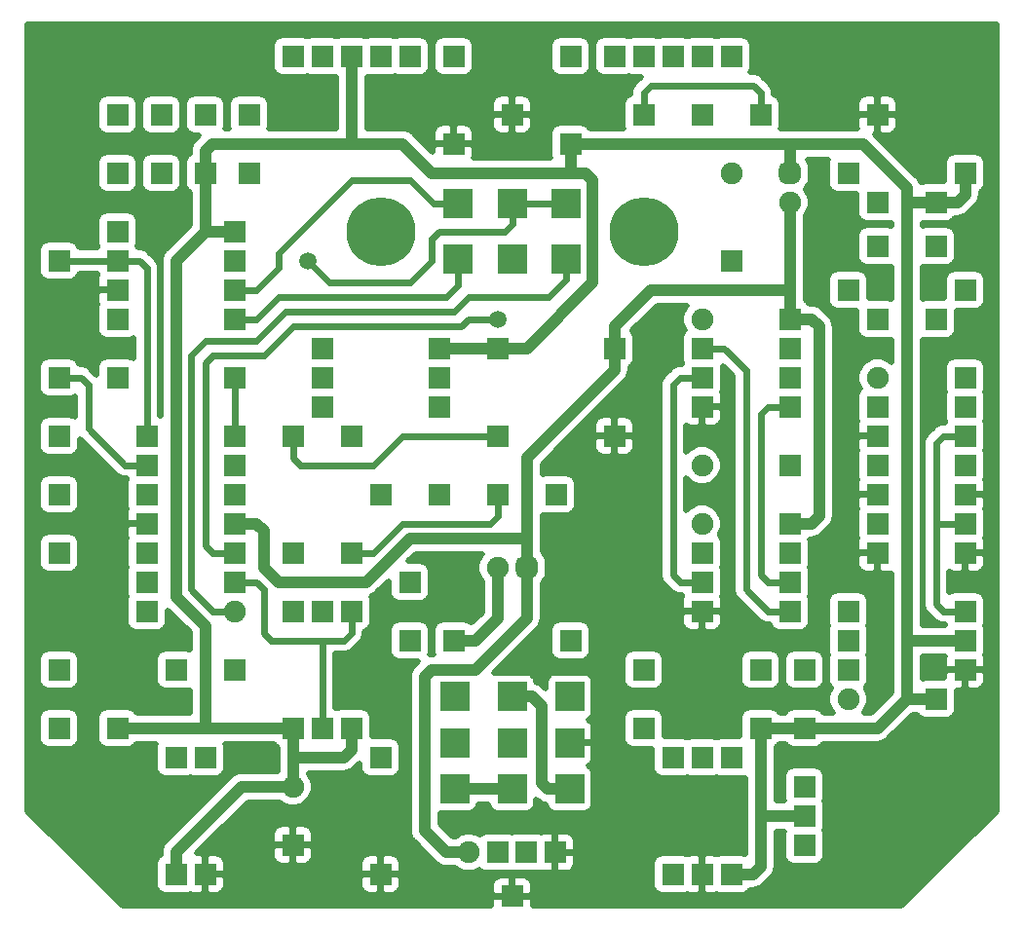
<source format=gbr>
G04 #@! TF.GenerationSoftware,KiCad,Pcbnew,5.1.6-c6e7f7d~87~ubuntu19.10.1*
G04 #@! TF.CreationDate,2022-07-30T15:35:07+06:00*
G04 #@! TF.ProjectId,crumbwave_multiplexer_r1a,6372756d-6277-4617-9665-5f6d756c7469,1A*
G04 #@! TF.SameCoordinates,Original*
G04 #@! TF.FileFunction,Copper,L2,Bot*
G04 #@! TF.FilePolarity,Positive*
%FSLAX46Y46*%
G04 Gerber Fmt 4.6, Leading zero omitted, Abs format (unit mm)*
G04 Created by KiCad (PCBNEW 5.1.6-c6e7f7d~87~ubuntu19.10.1) date 2022-07-30 15:35:07*
%MOMM*%
%LPD*%
G01*
G04 APERTURE LIST*
G04 #@! TA.AperFunction,ComponentPad*
%ADD10C,1.900000*%
G04 #@! TD*
G04 #@! TA.AperFunction,ComponentPad*
%ADD11R,1.900000X1.900000*%
G04 #@! TD*
G04 #@! TA.AperFunction,ComponentPad*
%ADD12C,6.000000*%
G04 #@! TD*
G04 #@! TA.AperFunction,ComponentPad*
%ADD13R,2.500000X2.500000*%
G04 #@! TD*
G04 #@! TA.AperFunction,ViaPad*
%ADD14C,1.500000*%
G04 #@! TD*
G04 #@! TA.AperFunction,Conductor*
%ADD15C,1.000000*%
G04 #@! TD*
G04 #@! TA.AperFunction,Conductor*
%ADD16C,0.600000*%
G04 #@! TD*
G04 #@! TA.AperFunction,Conductor*
%ADD17C,0.500000*%
G04 #@! TD*
G04 APERTURE END LIST*
D10*
X124460000Y-139700000D03*
D11*
X124460000Y-147320000D03*
D10*
X134620000Y-185420000D03*
D11*
X142240000Y-185420000D03*
D10*
X121920000Y-165100000D03*
D11*
X129540000Y-165100000D03*
X114300000Y-129540000D03*
X116840000Y-129540000D03*
X119380000Y-129540000D03*
X121920000Y-129540000D03*
X124460000Y-129540000D03*
X96520000Y-129540000D03*
X88900000Y-129540000D03*
X91440000Y-129540000D03*
X86360000Y-129540000D03*
X93980000Y-129540000D03*
D12*
X93980000Y-144780000D03*
X116840000Y-144780000D03*
D13*
X105410000Y-147180000D03*
X110110000Y-147180000D03*
X100710000Y-147180000D03*
X110110000Y-142380000D03*
X105410000Y-142380000D03*
X100710000Y-142380000D03*
X110410000Y-189230000D03*
X110410000Y-193230000D03*
X110410000Y-185230000D03*
X105410000Y-189230000D03*
X105410000Y-193230000D03*
X105410000Y-185230000D03*
X100410000Y-185230000D03*
X100410000Y-189230000D03*
X100410000Y-193230000D03*
D11*
X100330000Y-137160000D03*
X110490000Y-137160000D03*
X104140000Y-154940000D03*
X114300000Y-154940000D03*
X105410000Y-134620000D03*
X110490000Y-180340000D03*
X100330000Y-180340000D03*
X119380000Y-200660000D03*
X119380000Y-190500000D03*
X121920000Y-200660000D03*
X121920000Y-190500000D03*
X93980000Y-200660000D03*
X93980000Y-190500000D03*
X96520000Y-180340000D03*
X96520000Y-175260000D03*
X130810000Y-198120000D03*
X130810000Y-195580000D03*
X130810000Y-193040000D03*
X144780000Y-182880000D03*
X134620000Y-182880000D03*
X134620000Y-177800000D03*
X144780000Y-177800000D03*
X130810000Y-182880000D03*
X130810000Y-187960000D03*
X124460000Y-200660000D03*
X124460000Y-190500000D03*
X86360000Y-187960000D03*
X86360000Y-177800000D03*
X91440000Y-172720000D03*
X91440000Y-162560000D03*
X99060000Y-167640000D03*
X93980000Y-167640000D03*
X104140000Y-167640000D03*
X109220000Y-167640000D03*
X114300000Y-162560000D03*
X104140000Y-162560000D03*
X99060000Y-154940000D03*
X88900000Y-154940000D03*
X86360000Y-172720000D03*
X86360000Y-162560000D03*
D10*
X81280000Y-177800000D03*
D11*
X81280000Y-175260000D03*
X81280000Y-172720000D03*
X81280000Y-170180000D03*
X73660000Y-170180000D03*
X73660000Y-172720000D03*
X73660000Y-175260000D03*
X73660000Y-177800000D03*
X81280000Y-167640000D03*
X81280000Y-162560000D03*
X81280000Y-165100000D03*
X73660000Y-165100000D03*
X73660000Y-167640000D03*
X73660000Y-162560000D03*
X137160000Y-134620000D03*
X127000000Y-134620000D03*
X91440000Y-187960000D03*
X91440000Y-177800000D03*
X88900000Y-177800000D03*
X88900000Y-187960000D03*
X110490000Y-129540000D03*
X100330000Y-129540000D03*
X71120000Y-152400000D03*
X81280000Y-152400000D03*
X81280000Y-157480000D03*
X71120000Y-157480000D03*
X137160000Y-142240000D03*
X142240000Y-142240000D03*
X81280000Y-182880000D03*
X76200000Y-182880000D03*
X116840000Y-134620000D03*
X121920000Y-134620000D03*
X78740000Y-134620000D03*
X78740000Y-139700000D03*
X82550000Y-139700000D03*
X82550000Y-134620000D03*
X71120000Y-134620000D03*
X71120000Y-139700000D03*
X78740000Y-200660000D03*
X78740000Y-190500000D03*
X76200000Y-200660000D03*
X76200000Y-190500000D03*
X116840000Y-187960000D03*
X116840000Y-182880000D03*
X71120000Y-149860000D03*
X81280000Y-149860000D03*
X66040000Y-157480000D03*
X66040000Y-147320000D03*
X81280000Y-147320000D03*
X71120000Y-147320000D03*
X81280000Y-144780000D03*
X71120000Y-144780000D03*
X66040000Y-182880000D03*
X66040000Y-172720000D03*
X127000000Y-187960000D03*
X127000000Y-182880000D03*
X74930000Y-139700000D03*
X74930000Y-134620000D03*
X66040000Y-167640000D03*
X66040000Y-162560000D03*
X66040000Y-187960000D03*
X71120000Y-187960000D03*
X144780000Y-180340000D03*
X134620000Y-180340000D03*
X88900000Y-157480000D03*
X99060000Y-157480000D03*
X99060000Y-160020000D03*
X88900000Y-160020000D03*
X134620000Y-139700000D03*
X134620000Y-149860000D03*
X144780000Y-149860000D03*
X144780000Y-139700000D03*
X129540000Y-152400000D03*
X129540000Y-154940000D03*
X129540000Y-157480000D03*
X129540000Y-160020000D03*
X121920000Y-160020000D03*
X121920000Y-157480000D03*
X121920000Y-154940000D03*
D10*
X121920000Y-152400000D03*
D11*
X129540000Y-170180000D03*
X129540000Y-172720000D03*
X129540000Y-175260000D03*
X129540000Y-177800000D03*
X121920000Y-177800000D03*
X121920000Y-175260000D03*
X121920000Y-172720000D03*
D10*
X121920000Y-170180000D03*
D11*
X142240000Y-146050000D03*
X137160000Y-146050000D03*
X137160000Y-152400000D03*
X142240000Y-152400000D03*
X86360000Y-198120000D03*
D10*
X86360000Y-193040000D03*
X129540000Y-142240000D03*
G04 #@! TA.AperFunction,ComponentPad*
G36*
G01*
X129920000Y-140650000D02*
X129160000Y-140650000D01*
G75*
G02*
X128590000Y-140080000I0J570000D01*
G01*
X128590000Y-139320000D01*
G75*
G02*
X129160000Y-138750000I570000J0D01*
G01*
X129920000Y-138750000D01*
G75*
G02*
X130490000Y-139320000I0J-570000D01*
G01*
X130490000Y-140080000D01*
G75*
G02*
X129920000Y-140650000I-570000J0D01*
G01*
G37*
G04 #@! TD.AperFunction*
X137160000Y-157480000D03*
D11*
X137160000Y-160020000D03*
X137160000Y-162560000D03*
X137160000Y-165100000D03*
X144780000Y-165100000D03*
X144780000Y-162560000D03*
X144780000Y-160020000D03*
X144780000Y-157480000D03*
X137160000Y-167640000D03*
X137160000Y-172720000D03*
X137160000Y-170180000D03*
X144780000Y-170180000D03*
X144780000Y-167640000D03*
X144780000Y-172720000D03*
X109160000Y-198755000D03*
X106660000Y-198755000D03*
X104160000Y-198755000D03*
D10*
X101660000Y-198755000D03*
D11*
X105410000Y-202565000D03*
G04 #@! TA.AperFunction,ComponentPad*
G36*
G01*
X105730000Y-174370000D02*
X105730000Y-173610000D01*
G75*
G02*
X106300000Y-173040000I570000J0D01*
G01*
X107060000Y-173040000D01*
G75*
G02*
X107630000Y-173610000I0J-570000D01*
G01*
X107630000Y-174370000D01*
G75*
G02*
X107060000Y-174940000I-570000J0D01*
G01*
X106300000Y-174940000D01*
G75*
G02*
X105730000Y-174370000I0J570000D01*
G01*
G37*
G04 #@! TD.AperFunction*
D10*
X104140000Y-173990000D03*
D14*
X104140000Y-152400000D03*
X87630000Y-147320000D03*
D15*
X102235000Y-180340000D02*
X100330000Y-180340000D01*
X104140000Y-178435000D02*
X102235000Y-180340000D01*
X104140000Y-173990000D02*
X104140000Y-178435000D01*
X139700000Y-180340000D02*
X144780000Y-180340000D01*
X127000000Y-187960000D02*
X130810000Y-187960000D01*
X139700000Y-185420000D02*
X142240000Y-185420000D01*
X139700000Y-180340000D02*
X139700000Y-185420000D01*
X127000000Y-195580000D02*
X130810000Y-195580000D01*
X127000000Y-187960000D02*
X127000000Y-195580000D01*
X126365000Y-200660000D02*
X127000000Y-200025000D01*
X127000000Y-195580000D02*
X127000000Y-200025000D01*
X124460000Y-200660000D02*
X126365000Y-200660000D01*
X139700000Y-185420000D02*
X137160000Y-187960000D01*
X130810000Y-187960000D02*
X137160000Y-187960000D01*
X86360000Y-187960000D02*
X86360000Y-190500000D01*
X129540000Y-137160000D02*
X129540000Y-139700000D01*
X86360000Y-190500000D02*
X86360000Y-193040000D01*
X78740000Y-139700000D02*
X78740000Y-144780000D01*
X78740000Y-144780000D02*
X81280000Y-144780000D01*
X99060000Y-154940000D02*
X104140000Y-154940000D01*
X112395000Y-140335000D02*
X112395000Y-149225000D01*
X106680000Y-154940000D02*
X112395000Y-149225000D01*
X104140000Y-154940000D02*
X106680000Y-154940000D01*
X142240000Y-142240000D02*
X144145000Y-142240000D01*
X144145000Y-142240000D02*
X144780000Y-141605000D01*
X144780000Y-141605000D02*
X144780000Y-139700000D01*
X139700000Y-142240000D02*
X139700000Y-180340000D01*
X139700000Y-142240000D02*
X142240000Y-142240000D01*
X135890000Y-137160000D02*
X129540000Y-137160000D01*
X139700000Y-140970000D02*
X135890000Y-137160000D01*
X139700000Y-142240000D02*
X139700000Y-140970000D01*
X110490000Y-137160000D02*
X129540000Y-137160000D01*
X110490000Y-137160000D02*
X110490000Y-139700000D01*
X111760000Y-139700000D02*
X112395000Y-140335000D01*
X110490000Y-139700000D02*
X111760000Y-139700000D01*
X91440000Y-129540000D02*
X91440000Y-137160000D01*
X78740000Y-137795000D02*
X79375000Y-137160000D01*
X79375000Y-137160000D02*
X91440000Y-137160000D01*
X78740000Y-139700000D02*
X78740000Y-137795000D01*
X86360000Y-187960000D02*
X78740000Y-187960000D01*
X71120000Y-187960000D02*
X78740000Y-187960000D01*
X81915000Y-193040000D02*
X86360000Y-193040000D01*
X76200000Y-198755000D02*
X81915000Y-193040000D01*
X76200000Y-200660000D02*
X76200000Y-198755000D01*
X91440000Y-189865000D02*
X91440000Y-187960000D01*
X90805000Y-190500000D02*
X91440000Y-189865000D01*
X86360000Y-190500000D02*
X90805000Y-190500000D01*
X78740000Y-179070000D02*
X78740000Y-187960000D01*
X76200000Y-176530000D02*
X78740000Y-179070000D01*
X76200000Y-147320000D02*
X76200000Y-176530000D01*
X78740000Y-144780000D02*
X76200000Y-147320000D01*
X98425000Y-139700000D02*
X110490000Y-139700000D01*
X95885000Y-137160000D02*
X98425000Y-139700000D01*
X91440000Y-137160000D02*
X95885000Y-137160000D01*
X131445000Y-170180000D02*
X132080000Y-169545000D01*
X129540000Y-170180000D02*
X131445000Y-170180000D01*
X131445000Y-152400000D02*
X132080000Y-153035000D01*
X132080000Y-153035000D02*
X132080000Y-169545000D01*
X129540000Y-152400000D02*
X131445000Y-152400000D01*
X85090000Y-175260000D02*
X92710000Y-175260000D01*
X83820000Y-173990000D02*
X85090000Y-175260000D01*
X92710000Y-175260000D02*
X96520000Y-171450000D01*
X96520000Y-171450000D02*
X106680000Y-171450000D01*
X106680000Y-171450000D02*
X106680000Y-173990000D01*
X129540000Y-142240000D02*
X129540000Y-149860000D01*
X129540000Y-149860000D02*
X129540000Y-152400000D01*
X117475000Y-149860000D02*
X129540000Y-149860000D01*
X114300000Y-153035000D02*
X117475000Y-149860000D01*
X114300000Y-154940000D02*
X114300000Y-153035000D01*
X114300000Y-156845000D02*
X106680000Y-164465000D01*
X106680000Y-164465000D02*
X106680000Y-171450000D01*
X114300000Y-154940000D02*
X114300000Y-156845000D01*
X99695000Y-198755000D02*
X101660000Y-198755000D01*
X97790000Y-196850000D02*
X99695000Y-198755000D01*
X97790000Y-183515000D02*
X97790000Y-196850000D01*
X98425000Y-182880000D02*
X97790000Y-183515000D01*
X102235000Y-182880000D02*
X98425000Y-182880000D01*
X106680000Y-178435000D02*
X102235000Y-182880000D01*
X106680000Y-173990000D02*
X106680000Y-178435000D01*
X83820000Y-170815000D02*
X83820000Y-173990000D01*
X83185000Y-170180000D02*
X83820000Y-170815000D01*
X81280000Y-170180000D02*
X83185000Y-170180000D01*
X107125000Y-185230000D02*
X105410000Y-185230000D01*
X107950000Y-192722500D02*
X107950000Y-186055000D01*
X108457500Y-193230000D02*
X107950000Y-192722500D01*
X107950000Y-186055000D02*
X107125000Y-185230000D01*
X110410000Y-193230000D02*
X108457500Y-193230000D01*
X100410000Y-193230000D02*
X105410000Y-193230000D01*
D16*
X73660000Y-147955000D02*
X73660000Y-162560000D01*
X73025000Y-147320000D02*
X73660000Y-147955000D01*
X71120000Y-147320000D02*
X73025000Y-147320000D01*
X66040000Y-147320000D02*
X71120000Y-147320000D01*
X81280000Y-157480000D02*
X81280000Y-162560000D01*
X93345000Y-165100000D02*
X95885000Y-162560000D01*
X95885000Y-162560000D02*
X104140000Y-162560000D01*
X86995000Y-165100000D02*
X93345000Y-165100000D01*
X86360000Y-164465000D02*
X86995000Y-165100000D01*
X86360000Y-162560000D02*
X86360000Y-164465000D01*
X127000000Y-174625000D02*
X127635000Y-175260000D01*
X129540000Y-175260000D02*
X127635000Y-175260000D01*
X127000000Y-160655000D02*
X127635000Y-160020000D01*
X127635000Y-160020000D02*
X129540000Y-160020000D01*
X127000000Y-174625000D02*
X127000000Y-160655000D01*
X127635000Y-177800000D02*
X129540000Y-177800000D01*
X123825000Y-154940000D02*
X125730000Y-156845000D01*
X125730000Y-175895000D02*
X127635000Y-177800000D01*
X125730000Y-156845000D02*
X125730000Y-175895000D01*
X121920000Y-154940000D02*
X123825000Y-154940000D01*
X71755000Y-165100000D02*
X73660000Y-165100000D01*
X68580000Y-161925000D02*
X71755000Y-165100000D01*
X68580000Y-158115000D02*
X68580000Y-161925000D01*
X67945000Y-157480000D02*
X68580000Y-158115000D01*
X66040000Y-157480000D02*
X67945000Y-157480000D01*
X88900000Y-180340000D02*
X88900000Y-187960000D01*
X90805000Y-180340000D02*
X91440000Y-179705000D01*
X91440000Y-177800000D02*
X91440000Y-179705000D01*
X88900000Y-180340000D02*
X90805000Y-180340000D01*
X84455000Y-180340000D02*
X88900000Y-180340000D01*
X83820000Y-179705000D02*
X84455000Y-180340000D01*
X83820000Y-175895000D02*
X83820000Y-179705000D01*
X83185000Y-175260000D02*
X83820000Y-175895000D01*
X81280000Y-175260000D02*
X83185000Y-175260000D01*
X101600000Y-152400000D02*
X104140000Y-152400000D01*
X100965000Y-153035000D02*
X101600000Y-152400000D01*
X86360000Y-153035000D02*
X100965000Y-153035000D01*
X83820000Y-155575000D02*
X86360000Y-153035000D01*
X78740000Y-156210000D02*
X79375000Y-155575000D01*
X79375000Y-155575000D02*
X83820000Y-155575000D01*
X78740000Y-172085000D02*
X78740000Y-156210000D01*
X79375000Y-172720000D02*
X78740000Y-172085000D01*
X81280000Y-172720000D02*
X79375000Y-172720000D01*
X105410000Y-142380000D02*
X110110000Y-142380000D01*
X105410000Y-144145000D02*
X105410000Y-142380000D01*
X104775000Y-144780000D02*
X105410000Y-144145000D01*
X98425000Y-145415000D02*
X99060000Y-144780000D01*
X96520000Y-149225000D02*
X98425000Y-147320000D01*
X99060000Y-144780000D02*
X104775000Y-144780000D01*
X98425000Y-147320000D02*
X98425000Y-145415000D01*
X89535000Y-149225000D02*
X96520000Y-149225000D01*
X87630000Y-147320000D02*
X89535000Y-149225000D01*
X85090000Y-147955000D02*
X83185000Y-149860000D01*
X85090000Y-146685000D02*
X85090000Y-147955000D01*
X83185000Y-149860000D02*
X81280000Y-149860000D01*
X91440000Y-140335000D02*
X85090000Y-146685000D01*
X96520000Y-140335000D02*
X91440000Y-140335000D01*
X98565000Y-142380000D02*
X96520000Y-140335000D01*
X100710000Y-142380000D02*
X98565000Y-142380000D01*
X142240000Y-170180000D02*
X144780000Y-170180000D01*
X142240000Y-163195000D02*
X142240000Y-170180000D01*
X142875000Y-162560000D02*
X142240000Y-163195000D01*
X144780000Y-162560000D02*
X142875000Y-162560000D01*
X142240000Y-177165000D02*
X142875000Y-177800000D01*
X142875000Y-177800000D02*
X144780000Y-177800000D01*
X142240000Y-170180000D02*
X142240000Y-177165000D01*
X119380000Y-174625000D02*
X120015000Y-175260000D01*
X120015000Y-175260000D02*
X121920000Y-175260000D01*
X119380000Y-158115000D02*
X120015000Y-157480000D01*
X120015000Y-157480000D02*
X121920000Y-157480000D01*
X119380000Y-158115000D02*
X119380000Y-174625000D01*
X91440000Y-172720000D02*
X93345000Y-172720000D01*
X93345000Y-172720000D02*
X95885000Y-170180000D01*
X104140000Y-169545000D02*
X104140000Y-167640000D01*
X103505000Y-170180000D02*
X104140000Y-169545000D01*
X95885000Y-170180000D02*
X103505000Y-170180000D01*
X100710000Y-149480000D02*
X100710000Y-147180000D01*
X99695000Y-150495000D02*
X100710000Y-149480000D01*
X85090000Y-150495000D02*
X99695000Y-150495000D01*
X83185000Y-152400000D02*
X85090000Y-150495000D01*
X81280000Y-152400000D02*
X83185000Y-152400000D01*
X116840000Y-132715000D02*
X117475000Y-132080000D01*
X116840000Y-134620000D02*
X116840000Y-132715000D01*
X126365000Y-132080000D02*
X127000000Y-132715000D01*
X127000000Y-132715000D02*
X127000000Y-134620000D01*
X117475000Y-132080000D02*
X126365000Y-132080000D01*
X110110000Y-147180000D02*
X110110000Y-148970000D01*
X110110000Y-148970000D02*
X108585000Y-150495000D01*
X100330000Y-151765000D02*
X101600000Y-150495000D01*
X83185000Y-154305000D02*
X85725000Y-151765000D01*
X85725000Y-151765000D02*
X100330000Y-151765000D01*
X78740000Y-154305000D02*
X83185000Y-154305000D01*
X101600000Y-150495000D02*
X108585000Y-150495000D01*
X77470000Y-155575000D02*
X78740000Y-154305000D01*
X79375000Y-177800000D02*
X77470000Y-175895000D01*
X77470000Y-175895000D02*
X77470000Y-155575000D01*
X81280000Y-177800000D02*
X79375000Y-177800000D01*
D17*
G36*
X147540001Y-195145075D02*
G01*
X139265077Y-203420000D01*
X107213545Y-203420000D01*
X107210000Y-202827500D01*
X106997500Y-202615000D01*
X105460000Y-202615000D01*
X105460000Y-202635000D01*
X105360000Y-202635000D01*
X105360000Y-202615000D01*
X103822500Y-202615000D01*
X103610000Y-202827500D01*
X103606455Y-203420000D01*
X71554924Y-203420000D01*
X63280000Y-195145077D01*
X63280000Y-187010000D01*
X64235888Y-187010000D01*
X64235888Y-188910000D01*
X64252300Y-189076629D01*
X64300903Y-189236855D01*
X64379832Y-189384519D01*
X64486052Y-189513948D01*
X64615481Y-189620168D01*
X64763145Y-189699097D01*
X64923371Y-189747700D01*
X65090000Y-189764112D01*
X66990000Y-189764112D01*
X67156629Y-189747700D01*
X67316855Y-189699097D01*
X67464519Y-189620168D01*
X67593948Y-189513948D01*
X67700168Y-189384519D01*
X67779097Y-189236855D01*
X67827700Y-189076629D01*
X67844112Y-188910000D01*
X67844112Y-187010000D01*
X67827700Y-186843371D01*
X67779097Y-186683145D01*
X67700168Y-186535481D01*
X67593948Y-186406052D01*
X67464519Y-186299832D01*
X67316855Y-186220903D01*
X67156629Y-186172300D01*
X66990000Y-186155888D01*
X65090000Y-186155888D01*
X64923371Y-186172300D01*
X64763145Y-186220903D01*
X64615481Y-186299832D01*
X64486052Y-186406052D01*
X64379832Y-186535481D01*
X64300903Y-186683145D01*
X64252300Y-186843371D01*
X64235888Y-187010000D01*
X63280000Y-187010000D01*
X63280000Y-181930000D01*
X64235888Y-181930000D01*
X64235888Y-183830000D01*
X64252300Y-183996629D01*
X64300903Y-184156855D01*
X64379832Y-184304519D01*
X64486052Y-184433948D01*
X64615481Y-184540168D01*
X64763145Y-184619097D01*
X64923371Y-184667700D01*
X65090000Y-184684112D01*
X66990000Y-184684112D01*
X67156629Y-184667700D01*
X67316855Y-184619097D01*
X67464519Y-184540168D01*
X67593948Y-184433948D01*
X67700168Y-184304519D01*
X67779097Y-184156855D01*
X67827700Y-183996629D01*
X67844112Y-183830000D01*
X67844112Y-181930000D01*
X67827700Y-181763371D01*
X67779097Y-181603145D01*
X67700168Y-181455481D01*
X67593948Y-181326052D01*
X67464519Y-181219832D01*
X67316855Y-181140903D01*
X67156629Y-181092300D01*
X66990000Y-181075888D01*
X65090000Y-181075888D01*
X64923371Y-181092300D01*
X64763145Y-181140903D01*
X64615481Y-181219832D01*
X64486052Y-181326052D01*
X64379832Y-181455481D01*
X64300903Y-181603145D01*
X64252300Y-181763371D01*
X64235888Y-181930000D01*
X63280000Y-181930000D01*
X63280000Y-171770000D01*
X64235888Y-171770000D01*
X64235888Y-173670000D01*
X64252300Y-173836629D01*
X64300903Y-173996855D01*
X64379832Y-174144519D01*
X64486052Y-174273948D01*
X64615481Y-174380168D01*
X64763145Y-174459097D01*
X64923371Y-174507700D01*
X65090000Y-174524112D01*
X66990000Y-174524112D01*
X67156629Y-174507700D01*
X67316855Y-174459097D01*
X67464519Y-174380168D01*
X67593948Y-174273948D01*
X67700168Y-174144519D01*
X67779097Y-173996855D01*
X67827700Y-173836629D01*
X67844112Y-173670000D01*
X67844112Y-171770000D01*
X67827700Y-171603371D01*
X67779097Y-171443145D01*
X67700168Y-171295481D01*
X67593948Y-171166052D01*
X67464519Y-171059832D01*
X67316855Y-170980903D01*
X67156629Y-170932300D01*
X66990000Y-170915888D01*
X65090000Y-170915888D01*
X64923371Y-170932300D01*
X64763145Y-170980903D01*
X64615481Y-171059832D01*
X64486052Y-171166052D01*
X64379832Y-171295481D01*
X64300903Y-171443145D01*
X64252300Y-171603371D01*
X64235888Y-171770000D01*
X63280000Y-171770000D01*
X63280000Y-166690000D01*
X64235888Y-166690000D01*
X64235888Y-168590000D01*
X64252300Y-168756629D01*
X64300903Y-168916855D01*
X64379832Y-169064519D01*
X64486052Y-169193948D01*
X64615481Y-169300168D01*
X64763145Y-169379097D01*
X64923371Y-169427700D01*
X65090000Y-169444112D01*
X66990000Y-169444112D01*
X67156629Y-169427700D01*
X67316855Y-169379097D01*
X67464519Y-169300168D01*
X67593948Y-169193948D01*
X67700168Y-169064519D01*
X67779097Y-168916855D01*
X67827700Y-168756629D01*
X67844112Y-168590000D01*
X67844112Y-166690000D01*
X67827700Y-166523371D01*
X67779097Y-166363145D01*
X67700168Y-166215481D01*
X67593948Y-166086052D01*
X67464519Y-165979832D01*
X67316855Y-165900903D01*
X67156629Y-165852300D01*
X66990000Y-165835888D01*
X65090000Y-165835888D01*
X64923371Y-165852300D01*
X64763145Y-165900903D01*
X64615481Y-165979832D01*
X64486052Y-166086052D01*
X64379832Y-166215481D01*
X64300903Y-166363145D01*
X64252300Y-166523371D01*
X64235888Y-166690000D01*
X63280000Y-166690000D01*
X63280000Y-146370000D01*
X64235888Y-146370000D01*
X64235888Y-148270000D01*
X64252300Y-148436629D01*
X64300903Y-148596855D01*
X64379832Y-148744519D01*
X64486052Y-148873948D01*
X64615481Y-148980168D01*
X64763145Y-149059097D01*
X64923371Y-149107700D01*
X65090000Y-149124112D01*
X66990000Y-149124112D01*
X67156629Y-149107700D01*
X67316855Y-149059097D01*
X67464519Y-148980168D01*
X67593948Y-148873948D01*
X67700168Y-148744519D01*
X67779097Y-148596855D01*
X67817577Y-148470000D01*
X69342423Y-148470000D01*
X69378823Y-148589998D01*
X69332299Y-148743371D01*
X69315887Y-148910000D01*
X69320000Y-149597500D01*
X69532500Y-149810000D01*
X71070000Y-149810000D01*
X71070000Y-149790000D01*
X71170000Y-149790000D01*
X71170000Y-149810000D01*
X71190000Y-149810000D01*
X71190000Y-149910000D01*
X71170000Y-149910000D01*
X71170000Y-149930000D01*
X71070000Y-149930000D01*
X71070000Y-149910000D01*
X69532500Y-149910000D01*
X69320000Y-150122500D01*
X69315887Y-150810000D01*
X69332299Y-150976629D01*
X69378823Y-151130002D01*
X69332300Y-151283371D01*
X69315888Y-151450000D01*
X69315888Y-153350000D01*
X69332300Y-153516629D01*
X69380903Y-153676855D01*
X69459832Y-153824519D01*
X69566052Y-153953948D01*
X69695481Y-154060168D01*
X69843145Y-154139097D01*
X70003371Y-154187700D01*
X70170000Y-154204112D01*
X72070000Y-154204112D01*
X72236629Y-154187700D01*
X72396855Y-154139097D01*
X72510000Y-154078619D01*
X72510001Y-155801381D01*
X72396855Y-155740903D01*
X72236629Y-155692300D01*
X72070000Y-155675888D01*
X70170000Y-155675888D01*
X70003371Y-155692300D01*
X69843145Y-155740903D01*
X69695481Y-155819832D01*
X69566052Y-155926052D01*
X69459832Y-156055481D01*
X69380903Y-156203145D01*
X69332300Y-156363371D01*
X69315888Y-156530000D01*
X69315888Y-157224544D01*
X68798125Y-156706781D01*
X68762107Y-156662893D01*
X68586997Y-156519184D01*
X68387215Y-156412398D01*
X68170439Y-156346640D01*
X68001492Y-156330000D01*
X68001482Y-156330000D01*
X67945000Y-156324437D01*
X67888518Y-156330000D01*
X67817577Y-156330000D01*
X67779097Y-156203145D01*
X67700168Y-156055481D01*
X67593948Y-155926052D01*
X67464519Y-155819832D01*
X67316855Y-155740903D01*
X67156629Y-155692300D01*
X66990000Y-155675888D01*
X65090000Y-155675888D01*
X64923371Y-155692300D01*
X64763145Y-155740903D01*
X64615481Y-155819832D01*
X64486052Y-155926052D01*
X64379832Y-156055481D01*
X64300903Y-156203145D01*
X64252300Y-156363371D01*
X64235888Y-156530000D01*
X64235888Y-158430000D01*
X64252300Y-158596629D01*
X64300903Y-158756855D01*
X64379832Y-158904519D01*
X64486052Y-159033948D01*
X64615481Y-159140168D01*
X64763145Y-159219097D01*
X64923371Y-159267700D01*
X65090000Y-159284112D01*
X66990000Y-159284112D01*
X67156629Y-159267700D01*
X67316855Y-159219097D01*
X67430000Y-159158619D01*
X67430001Y-160881381D01*
X67316855Y-160820903D01*
X67156629Y-160772300D01*
X66990000Y-160755888D01*
X65090000Y-160755888D01*
X64923371Y-160772300D01*
X64763145Y-160820903D01*
X64615481Y-160899832D01*
X64486052Y-161006052D01*
X64379832Y-161135481D01*
X64300903Y-161283145D01*
X64252300Y-161443371D01*
X64235888Y-161610000D01*
X64235888Y-163510000D01*
X64252300Y-163676629D01*
X64300903Y-163836855D01*
X64379832Y-163984519D01*
X64486052Y-164113948D01*
X64615481Y-164220168D01*
X64763145Y-164299097D01*
X64923371Y-164347700D01*
X65090000Y-164364112D01*
X66990000Y-164364112D01*
X67156629Y-164347700D01*
X67316855Y-164299097D01*
X67464519Y-164220168D01*
X67593948Y-164113948D01*
X67700168Y-163984519D01*
X67779097Y-163836855D01*
X67827700Y-163676629D01*
X67844112Y-163510000D01*
X67844112Y-162815456D01*
X70901880Y-165873225D01*
X70937893Y-165917107D01*
X71113003Y-166060816D01*
X71312785Y-166167602D01*
X71529561Y-166233360D01*
X71698508Y-166250000D01*
X71698517Y-166250000D01*
X71754999Y-166255563D01*
X71811481Y-166250000D01*
X71882423Y-166250000D01*
X71918824Y-166370000D01*
X71872300Y-166523371D01*
X71855888Y-166690000D01*
X71855888Y-168590000D01*
X71872300Y-168756629D01*
X71918823Y-168909998D01*
X71872299Y-169063371D01*
X71855887Y-169230000D01*
X71860000Y-169917500D01*
X72072500Y-170130000D01*
X73610000Y-170130000D01*
X73610000Y-170110000D01*
X73710000Y-170110000D01*
X73710000Y-170130000D01*
X73730000Y-170130000D01*
X73730000Y-170230000D01*
X73710000Y-170230000D01*
X73710000Y-170250000D01*
X73610000Y-170250000D01*
X73610000Y-170230000D01*
X72072500Y-170230000D01*
X71860000Y-170442500D01*
X71855887Y-171130000D01*
X71872299Y-171296629D01*
X71918823Y-171450002D01*
X71872300Y-171603371D01*
X71855888Y-171770000D01*
X71855888Y-173670000D01*
X71872300Y-173836629D01*
X71918824Y-173990000D01*
X71872300Y-174143371D01*
X71855888Y-174310000D01*
X71855888Y-176210000D01*
X71872300Y-176376629D01*
X71918824Y-176530000D01*
X71872300Y-176683371D01*
X71855888Y-176850000D01*
X71855888Y-178750000D01*
X71872300Y-178916629D01*
X71920903Y-179076855D01*
X71999832Y-179224519D01*
X72106052Y-179353948D01*
X72235481Y-179460168D01*
X72383145Y-179539097D01*
X72543371Y-179587700D01*
X72710000Y-179604112D01*
X74610000Y-179604112D01*
X74776629Y-179587700D01*
X74936855Y-179539097D01*
X75084519Y-179460168D01*
X75213948Y-179353948D01*
X75320168Y-179224519D01*
X75399097Y-179076855D01*
X75447700Y-178916629D01*
X75464112Y-178750000D01*
X75464112Y-177703300D01*
X77390000Y-179629188D01*
X77390000Y-181114556D01*
X77316629Y-181092300D01*
X77150000Y-181075888D01*
X75250000Y-181075888D01*
X75083371Y-181092300D01*
X74923145Y-181140903D01*
X74775481Y-181219832D01*
X74646052Y-181326052D01*
X74539832Y-181455481D01*
X74460903Y-181603145D01*
X74412300Y-181763371D01*
X74395888Y-181930000D01*
X74395888Y-183830000D01*
X74412300Y-183996629D01*
X74460903Y-184156855D01*
X74539832Y-184304519D01*
X74646052Y-184433948D01*
X74775481Y-184540168D01*
X74923145Y-184619097D01*
X75083371Y-184667700D01*
X75250000Y-184684112D01*
X77150000Y-184684112D01*
X77316629Y-184667700D01*
X77390001Y-184645443D01*
X77390001Y-186610000D01*
X72820000Y-186610000D01*
X72780168Y-186535481D01*
X72673948Y-186406052D01*
X72544519Y-186299832D01*
X72396855Y-186220903D01*
X72236629Y-186172300D01*
X72070000Y-186155888D01*
X70170000Y-186155888D01*
X70003371Y-186172300D01*
X69843145Y-186220903D01*
X69695481Y-186299832D01*
X69566052Y-186406052D01*
X69459832Y-186535481D01*
X69380903Y-186683145D01*
X69332300Y-186843371D01*
X69315888Y-187010000D01*
X69315888Y-188910000D01*
X69332300Y-189076629D01*
X69380903Y-189236855D01*
X69459832Y-189384519D01*
X69566052Y-189513948D01*
X69695481Y-189620168D01*
X69843145Y-189699097D01*
X70003371Y-189747700D01*
X70170000Y-189764112D01*
X72070000Y-189764112D01*
X72236629Y-189747700D01*
X72396855Y-189699097D01*
X72544519Y-189620168D01*
X72673948Y-189513948D01*
X72780168Y-189384519D01*
X72820000Y-189310000D01*
X74434556Y-189310000D01*
X74412300Y-189383371D01*
X74395888Y-189550000D01*
X74395888Y-191450000D01*
X74412300Y-191616629D01*
X74460903Y-191776855D01*
X74539832Y-191924519D01*
X74646052Y-192053948D01*
X74775481Y-192160168D01*
X74923145Y-192239097D01*
X75083371Y-192287700D01*
X75250000Y-192304112D01*
X77150000Y-192304112D01*
X77316629Y-192287700D01*
X77470000Y-192241176D01*
X77623371Y-192287700D01*
X77790000Y-192304112D01*
X79690000Y-192304112D01*
X79856629Y-192287700D01*
X80016855Y-192239097D01*
X80164519Y-192160168D01*
X80293948Y-192053948D01*
X80400168Y-191924519D01*
X80479097Y-191776855D01*
X80527700Y-191616629D01*
X80544112Y-191450000D01*
X80544112Y-189550000D01*
X80527700Y-189383371D01*
X80505444Y-189310000D01*
X84660000Y-189310000D01*
X84699832Y-189384519D01*
X84806052Y-189513948D01*
X84935481Y-189620168D01*
X85010001Y-189660000D01*
X85010001Y-190433669D01*
X85003468Y-190500000D01*
X85010000Y-190566321D01*
X85010000Y-191690000D01*
X81981321Y-191690000D01*
X81915000Y-191683468D01*
X81650354Y-191709533D01*
X81395877Y-191786728D01*
X81221378Y-191880000D01*
X81161351Y-191912085D01*
X80955787Y-192080787D01*
X80913509Y-192132303D01*
X75292299Y-197753513D01*
X75240788Y-197795787D01*
X75198514Y-197847298D01*
X75198510Y-197847302D01*
X75072085Y-198001351D01*
X74946729Y-198235878D01*
X74869534Y-198490354D01*
X74843468Y-198755000D01*
X74850001Y-198821328D01*
X74850001Y-198960000D01*
X74775481Y-198999832D01*
X74646052Y-199106052D01*
X74539832Y-199235481D01*
X74460903Y-199383145D01*
X74412300Y-199543371D01*
X74395888Y-199710000D01*
X74395888Y-201610000D01*
X74412300Y-201776629D01*
X74460903Y-201936855D01*
X74539832Y-202084519D01*
X74646052Y-202213948D01*
X74775481Y-202320168D01*
X74923145Y-202399097D01*
X75083371Y-202447700D01*
X75250000Y-202464112D01*
X77150000Y-202464112D01*
X77316629Y-202447700D01*
X77469998Y-202401177D01*
X77623371Y-202447701D01*
X77790000Y-202464113D01*
X78477500Y-202460000D01*
X78690000Y-202247500D01*
X78690000Y-200710000D01*
X78790000Y-200710000D01*
X78790000Y-202247500D01*
X79002500Y-202460000D01*
X79690000Y-202464113D01*
X79856629Y-202447701D01*
X80016855Y-202399098D01*
X80164520Y-202320169D01*
X80293949Y-202213949D01*
X80400169Y-202084520D01*
X80479098Y-201936855D01*
X80527701Y-201776629D01*
X80544113Y-201610000D01*
X92175887Y-201610000D01*
X92192299Y-201776629D01*
X92240902Y-201936855D01*
X92319831Y-202084520D01*
X92426051Y-202213949D01*
X92555480Y-202320169D01*
X92703145Y-202399098D01*
X92863371Y-202447701D01*
X93030000Y-202464113D01*
X93717500Y-202460000D01*
X93930000Y-202247500D01*
X93930000Y-200710000D01*
X94030000Y-200710000D01*
X94030000Y-202247500D01*
X94242500Y-202460000D01*
X94930000Y-202464113D01*
X95096629Y-202447701D01*
X95256855Y-202399098D01*
X95404520Y-202320169D01*
X95533949Y-202213949D01*
X95640169Y-202084520D01*
X95719098Y-201936855D01*
X95767701Y-201776629D01*
X95783620Y-201615000D01*
X103605887Y-201615000D01*
X103610000Y-202302500D01*
X103822500Y-202515000D01*
X105360000Y-202515000D01*
X105360000Y-200977500D01*
X105460000Y-200977500D01*
X105460000Y-202515000D01*
X106997500Y-202515000D01*
X107210000Y-202302500D01*
X107214113Y-201615000D01*
X107197701Y-201448371D01*
X107149098Y-201288145D01*
X107070169Y-201140480D01*
X106963949Y-201011051D01*
X106834520Y-200904831D01*
X106686855Y-200825902D01*
X106526629Y-200777299D01*
X106360000Y-200760887D01*
X105672500Y-200765000D01*
X105460000Y-200977500D01*
X105360000Y-200977500D01*
X105147500Y-200765000D01*
X104460000Y-200760887D01*
X104293371Y-200777299D01*
X104133145Y-200825902D01*
X103985480Y-200904831D01*
X103856051Y-201011051D01*
X103749831Y-201140480D01*
X103670902Y-201288145D01*
X103622299Y-201448371D01*
X103605887Y-201615000D01*
X95783620Y-201615000D01*
X95784113Y-201610000D01*
X95780000Y-200922500D01*
X95567500Y-200710000D01*
X94030000Y-200710000D01*
X93930000Y-200710000D01*
X92392500Y-200710000D01*
X92180000Y-200922500D01*
X92175887Y-201610000D01*
X80544113Y-201610000D01*
X80540000Y-200922500D01*
X80327500Y-200710000D01*
X78790000Y-200710000D01*
X78690000Y-200710000D01*
X78670000Y-200710000D01*
X78670000Y-200610000D01*
X78690000Y-200610000D01*
X78690000Y-199072500D01*
X78790000Y-199072500D01*
X78790000Y-200610000D01*
X80327500Y-200610000D01*
X80540000Y-200397500D01*
X80544113Y-199710000D01*
X80527701Y-199543371D01*
X80479098Y-199383145D01*
X80400169Y-199235480D01*
X80293949Y-199106051D01*
X80250021Y-199070000D01*
X84555887Y-199070000D01*
X84572299Y-199236629D01*
X84620902Y-199396855D01*
X84699831Y-199544520D01*
X84806051Y-199673949D01*
X84935480Y-199780169D01*
X85083145Y-199859098D01*
X85243371Y-199907701D01*
X85410000Y-199924113D01*
X86097500Y-199920000D01*
X86310000Y-199707500D01*
X86310000Y-198170000D01*
X86410000Y-198170000D01*
X86410000Y-199707500D01*
X86622500Y-199920000D01*
X87310000Y-199924113D01*
X87476629Y-199907701D01*
X87636855Y-199859098D01*
X87784520Y-199780169D01*
X87870020Y-199710000D01*
X92175887Y-199710000D01*
X92180000Y-200397500D01*
X92392500Y-200610000D01*
X93930000Y-200610000D01*
X93930000Y-199072500D01*
X94030000Y-199072500D01*
X94030000Y-200610000D01*
X95567500Y-200610000D01*
X95780000Y-200397500D01*
X95784113Y-199710000D01*
X95767701Y-199543371D01*
X95719098Y-199383145D01*
X95640169Y-199235480D01*
X95533949Y-199106051D01*
X95404520Y-198999831D01*
X95256855Y-198920902D01*
X95096629Y-198872299D01*
X94930000Y-198855887D01*
X94242500Y-198860000D01*
X94030000Y-199072500D01*
X93930000Y-199072500D01*
X93717500Y-198860000D01*
X93030000Y-198855887D01*
X92863371Y-198872299D01*
X92703145Y-198920902D01*
X92555480Y-198999831D01*
X92426051Y-199106051D01*
X92319831Y-199235480D01*
X92240902Y-199383145D01*
X92192299Y-199543371D01*
X92175887Y-199710000D01*
X87870020Y-199710000D01*
X87913949Y-199673949D01*
X88020169Y-199544520D01*
X88099098Y-199396855D01*
X88147701Y-199236629D01*
X88164113Y-199070000D01*
X88160000Y-198382500D01*
X87947500Y-198170000D01*
X86410000Y-198170000D01*
X86310000Y-198170000D01*
X84772500Y-198170000D01*
X84560000Y-198382500D01*
X84555887Y-199070000D01*
X80250021Y-199070000D01*
X80164520Y-198999831D01*
X80016855Y-198920902D01*
X79856629Y-198872299D01*
X79690000Y-198855887D01*
X79002500Y-198860000D01*
X78790000Y-199072500D01*
X78690000Y-199072500D01*
X78477500Y-198860000D01*
X78007003Y-198857185D01*
X79694188Y-197170000D01*
X84555887Y-197170000D01*
X84560000Y-197857500D01*
X84772500Y-198070000D01*
X86310000Y-198070000D01*
X86310000Y-196532500D01*
X86410000Y-196532500D01*
X86410000Y-198070000D01*
X87947500Y-198070000D01*
X88160000Y-197857500D01*
X88164113Y-197170000D01*
X88147701Y-197003371D01*
X88099098Y-196843145D01*
X88020169Y-196695480D01*
X87913949Y-196566051D01*
X87784520Y-196459831D01*
X87636855Y-196380902D01*
X87476629Y-196332299D01*
X87310000Y-196315887D01*
X86622500Y-196320000D01*
X86410000Y-196532500D01*
X86310000Y-196532500D01*
X86097500Y-196320000D01*
X85410000Y-196315887D01*
X85243371Y-196332299D01*
X85083145Y-196380902D01*
X84935480Y-196459831D01*
X84806051Y-196566051D01*
X84699831Y-196695480D01*
X84620902Y-196843145D01*
X84572299Y-197003371D01*
X84555887Y-197170000D01*
X79694188Y-197170000D01*
X82474188Y-194390000D01*
X85164416Y-194390000D01*
X85212567Y-194438151D01*
X85507380Y-194635139D01*
X85834959Y-194770827D01*
X86182716Y-194840000D01*
X86537284Y-194840000D01*
X86885041Y-194770827D01*
X87212620Y-194635139D01*
X87507433Y-194438151D01*
X87758151Y-194187433D01*
X87955139Y-193892620D01*
X88090827Y-193565041D01*
X88160000Y-193217284D01*
X88160000Y-192862716D01*
X88090827Y-192514959D01*
X87955139Y-192187380D01*
X87758151Y-191892567D01*
X87715584Y-191850000D01*
X90738681Y-191850000D01*
X90805000Y-191856532D01*
X90871319Y-191850000D01*
X90871321Y-191850000D01*
X91069646Y-191830467D01*
X91324122Y-191753272D01*
X91558649Y-191627915D01*
X91764213Y-191459213D01*
X91806492Y-191407696D01*
X92175888Y-191038299D01*
X92175888Y-191450000D01*
X92192300Y-191616629D01*
X92240903Y-191776855D01*
X92319832Y-191924519D01*
X92426052Y-192053948D01*
X92555481Y-192160168D01*
X92703145Y-192239097D01*
X92863371Y-192287700D01*
X93030000Y-192304112D01*
X94930000Y-192304112D01*
X95096629Y-192287700D01*
X95256855Y-192239097D01*
X95404519Y-192160168D01*
X95533948Y-192053948D01*
X95640168Y-191924519D01*
X95719097Y-191776855D01*
X95767700Y-191616629D01*
X95784112Y-191450000D01*
X95784112Y-189550000D01*
X95767700Y-189383371D01*
X95719097Y-189223145D01*
X95640168Y-189075481D01*
X95533948Y-188946052D01*
X95404519Y-188839832D01*
X95256855Y-188760903D01*
X95096629Y-188712300D01*
X94930000Y-188695888D01*
X93244112Y-188695888D01*
X93244112Y-187010000D01*
X93227700Y-186843371D01*
X93179097Y-186683145D01*
X93100168Y-186535481D01*
X92993948Y-186406052D01*
X92864519Y-186299832D01*
X92716855Y-186220903D01*
X92556629Y-186172300D01*
X92390000Y-186155888D01*
X90490000Y-186155888D01*
X90323371Y-186172300D01*
X90170000Y-186218824D01*
X90050000Y-186182423D01*
X90050000Y-181490000D01*
X90748518Y-181490000D01*
X90805000Y-181495563D01*
X90861482Y-181490000D01*
X90861492Y-181490000D01*
X91030439Y-181473360D01*
X91247215Y-181407602D01*
X91446997Y-181300816D01*
X91622107Y-181157107D01*
X91658125Y-181113219D01*
X92213219Y-180558125D01*
X92257107Y-180522107D01*
X92400816Y-180346997D01*
X92480503Y-180197914D01*
X92507602Y-180147216D01*
X92573360Y-179930439D01*
X92595564Y-179705000D01*
X92590000Y-179648508D01*
X92590000Y-179577577D01*
X92716855Y-179539097D01*
X92864519Y-179460168D01*
X92993948Y-179353948D01*
X93100168Y-179224519D01*
X93179097Y-179076855D01*
X93227700Y-178916629D01*
X93244112Y-178750000D01*
X93244112Y-176850000D01*
X93227700Y-176683371D01*
X93180570Y-176528000D01*
X93229122Y-176513272D01*
X93463649Y-176387915D01*
X93669213Y-176219213D01*
X93711491Y-176167697D01*
X94715888Y-175163300D01*
X94715888Y-176210000D01*
X94732300Y-176376629D01*
X94780903Y-176536855D01*
X94859832Y-176684519D01*
X94966052Y-176813948D01*
X95095481Y-176920168D01*
X95243145Y-176999097D01*
X95403371Y-177047700D01*
X95570000Y-177064112D01*
X97470000Y-177064112D01*
X97636629Y-177047700D01*
X97796855Y-176999097D01*
X97944519Y-176920168D01*
X98073948Y-176813948D01*
X98180168Y-176684519D01*
X98259097Y-176536855D01*
X98307700Y-176376629D01*
X98324112Y-176210000D01*
X98324112Y-174310000D01*
X98307700Y-174143371D01*
X98259097Y-173983145D01*
X98180168Y-173835481D01*
X98073948Y-173706052D01*
X97944519Y-173599832D01*
X97796855Y-173520903D01*
X97636629Y-173472300D01*
X97470000Y-173455888D01*
X96423300Y-173455888D01*
X97079188Y-172800000D01*
X102784416Y-172800000D01*
X102741849Y-172842567D01*
X102544861Y-173137380D01*
X102409173Y-173464959D01*
X102340000Y-173812716D01*
X102340000Y-174167284D01*
X102409173Y-174515041D01*
X102544861Y-174842620D01*
X102741849Y-175137433D01*
X102790000Y-175185584D01*
X102790001Y-177875810D01*
X101881648Y-178784164D01*
X101754519Y-178679832D01*
X101606855Y-178600903D01*
X101446629Y-178552300D01*
X101280000Y-178535888D01*
X99380000Y-178535888D01*
X99213371Y-178552300D01*
X99053145Y-178600903D01*
X98905481Y-178679832D01*
X98776052Y-178786052D01*
X98669832Y-178915481D01*
X98590903Y-179063145D01*
X98542300Y-179223371D01*
X98525888Y-179390000D01*
X98525888Y-181290000D01*
X98542300Y-181456629D01*
X98564556Y-181530000D01*
X98491319Y-181530000D01*
X98425000Y-181523468D01*
X98358681Y-181530000D01*
X98358679Y-181530000D01*
X98283188Y-181537435D01*
X98307700Y-181456629D01*
X98324112Y-181290000D01*
X98324112Y-179390000D01*
X98307700Y-179223371D01*
X98259097Y-179063145D01*
X98180168Y-178915481D01*
X98073948Y-178786052D01*
X97944519Y-178679832D01*
X97796855Y-178600903D01*
X97636629Y-178552300D01*
X97470000Y-178535888D01*
X95570000Y-178535888D01*
X95403371Y-178552300D01*
X95243145Y-178600903D01*
X95095481Y-178679832D01*
X94966052Y-178786052D01*
X94859832Y-178915481D01*
X94780903Y-179063145D01*
X94732300Y-179223371D01*
X94715888Y-179390000D01*
X94715888Y-181290000D01*
X94732300Y-181456629D01*
X94780903Y-181616855D01*
X94859832Y-181764519D01*
X94966052Y-181893948D01*
X95095481Y-182000168D01*
X95243145Y-182079097D01*
X95403371Y-182127700D01*
X95570000Y-182144112D01*
X97251701Y-182144112D01*
X96882300Y-182513512D01*
X96830787Y-182555788D01*
X96788513Y-182607299D01*
X96788510Y-182607302D01*
X96662085Y-182761351D01*
X96625392Y-182830000D01*
X96536728Y-182995879D01*
X96459533Y-183250355D01*
X96444881Y-183399122D01*
X96433468Y-183515000D01*
X96440000Y-183581319D01*
X96440001Y-196783671D01*
X96433468Y-196850000D01*
X96459534Y-197114646D01*
X96536729Y-197369122D01*
X96662085Y-197603649D01*
X96788510Y-197757698D01*
X96788514Y-197757702D01*
X96830788Y-197809213D01*
X96882299Y-197851487D01*
X98693513Y-199662702D01*
X98735787Y-199714213D01*
X98787298Y-199756487D01*
X98787301Y-199756490D01*
X98941350Y-199882915D01*
X98987722Y-199907701D01*
X99175878Y-200008272D01*
X99430354Y-200085467D01*
X99628679Y-200105000D01*
X99628681Y-200105000D01*
X99695000Y-200111532D01*
X99761319Y-200105000D01*
X100464416Y-200105000D01*
X100512567Y-200153151D01*
X100807380Y-200350139D01*
X101134959Y-200485827D01*
X101482716Y-200555000D01*
X101837284Y-200555000D01*
X102185041Y-200485827D01*
X102512620Y-200350139D01*
X102594795Y-200295231D01*
X102606052Y-200308948D01*
X102735481Y-200415168D01*
X102883145Y-200494097D01*
X103043371Y-200542700D01*
X103210000Y-200559112D01*
X105110000Y-200559112D01*
X105276629Y-200542700D01*
X105410000Y-200502243D01*
X105543371Y-200542700D01*
X105710000Y-200559112D01*
X107610000Y-200559112D01*
X107776629Y-200542700D01*
X107909998Y-200502244D01*
X108043371Y-200542701D01*
X108210000Y-200559113D01*
X108897500Y-200555000D01*
X109110000Y-200342500D01*
X109110000Y-198805000D01*
X109210000Y-198805000D01*
X109210000Y-200342500D01*
X109422500Y-200555000D01*
X110110000Y-200559113D01*
X110276629Y-200542701D01*
X110436855Y-200494098D01*
X110584520Y-200415169D01*
X110713949Y-200308949D01*
X110820169Y-200179520D01*
X110899098Y-200031855D01*
X110947701Y-199871629D01*
X110963620Y-199710000D01*
X117575888Y-199710000D01*
X117575888Y-201610000D01*
X117592300Y-201776629D01*
X117640903Y-201936855D01*
X117719832Y-202084519D01*
X117826052Y-202213948D01*
X117955481Y-202320168D01*
X118103145Y-202399097D01*
X118263371Y-202447700D01*
X118430000Y-202464112D01*
X120330000Y-202464112D01*
X120496629Y-202447700D01*
X120649998Y-202401177D01*
X120803371Y-202447701D01*
X120970000Y-202464113D01*
X121657500Y-202460000D01*
X121870000Y-202247500D01*
X121870000Y-200710000D01*
X121850000Y-200710000D01*
X121850000Y-200610000D01*
X121870000Y-200610000D01*
X121870000Y-199072500D01*
X121657500Y-198860000D01*
X120970000Y-198855887D01*
X120803371Y-198872299D01*
X120649998Y-198918823D01*
X120496629Y-198872300D01*
X120330000Y-198855888D01*
X118430000Y-198855888D01*
X118263371Y-198872300D01*
X118103145Y-198920903D01*
X117955481Y-198999832D01*
X117826052Y-199106052D01*
X117719832Y-199235481D01*
X117640903Y-199383145D01*
X117592300Y-199543371D01*
X117575888Y-199710000D01*
X110963620Y-199710000D01*
X110964113Y-199705000D01*
X110960000Y-199017500D01*
X110747500Y-198805000D01*
X109210000Y-198805000D01*
X109110000Y-198805000D01*
X109090000Y-198805000D01*
X109090000Y-198705000D01*
X109110000Y-198705000D01*
X109110000Y-197167500D01*
X109210000Y-197167500D01*
X109210000Y-198705000D01*
X110747500Y-198705000D01*
X110960000Y-198492500D01*
X110964113Y-197805000D01*
X110947701Y-197638371D01*
X110899098Y-197478145D01*
X110820169Y-197330480D01*
X110713949Y-197201051D01*
X110584520Y-197094831D01*
X110436855Y-197015902D01*
X110276629Y-196967299D01*
X110110000Y-196950887D01*
X109422500Y-196955000D01*
X109210000Y-197167500D01*
X109110000Y-197167500D01*
X108897500Y-196955000D01*
X108210000Y-196950887D01*
X108043371Y-196967299D01*
X107909998Y-197007756D01*
X107776629Y-196967300D01*
X107610000Y-196950888D01*
X105710000Y-196950888D01*
X105543371Y-196967300D01*
X105410000Y-197007757D01*
X105276629Y-196967300D01*
X105110000Y-196950888D01*
X103210000Y-196950888D01*
X103043371Y-196967300D01*
X102883145Y-197015903D01*
X102735481Y-197094832D01*
X102606052Y-197201052D01*
X102594795Y-197214769D01*
X102512620Y-197159861D01*
X102185041Y-197024173D01*
X101837284Y-196955000D01*
X101482716Y-196955000D01*
X101134959Y-197024173D01*
X100807380Y-197159861D01*
X100512567Y-197356849D01*
X100464416Y-197405000D01*
X100254189Y-197405000D01*
X99140000Y-196290812D01*
X99140000Y-195332142D01*
X99160000Y-195334112D01*
X101660000Y-195334112D01*
X101826629Y-195317700D01*
X101986855Y-195269097D01*
X102134519Y-195190168D01*
X102263948Y-195083948D01*
X102370168Y-194954519D01*
X102449097Y-194806855D01*
X102497700Y-194646629D01*
X102504263Y-194580000D01*
X103315737Y-194580000D01*
X103322300Y-194646629D01*
X103370903Y-194806855D01*
X103449832Y-194954519D01*
X103556052Y-195083948D01*
X103685481Y-195190168D01*
X103833145Y-195269097D01*
X103993371Y-195317700D01*
X104160000Y-195334112D01*
X106660000Y-195334112D01*
X106826629Y-195317700D01*
X106986855Y-195269097D01*
X107134519Y-195190168D01*
X107263948Y-195083948D01*
X107370168Y-194954519D01*
X107449097Y-194806855D01*
X107497700Y-194646629D01*
X107514112Y-194480000D01*
X107514112Y-194202200D01*
X107703851Y-194357915D01*
X107938378Y-194483272D01*
X108192854Y-194560467D01*
X108314998Y-194572497D01*
X108322300Y-194646629D01*
X108370903Y-194806855D01*
X108449832Y-194954519D01*
X108556052Y-195083948D01*
X108685481Y-195190168D01*
X108833145Y-195269097D01*
X108993371Y-195317700D01*
X109160000Y-195334112D01*
X111660000Y-195334112D01*
X111826629Y-195317700D01*
X111986855Y-195269097D01*
X112134519Y-195190168D01*
X112263948Y-195083948D01*
X112370168Y-194954519D01*
X112449097Y-194806855D01*
X112497700Y-194646629D01*
X112514112Y-194480000D01*
X112514112Y-191980000D01*
X112497700Y-191813371D01*
X112449097Y-191653145D01*
X112370168Y-191505481D01*
X112263948Y-191376052D01*
X112134519Y-191269832D01*
X112060001Y-191230001D01*
X112134520Y-191190169D01*
X112263949Y-191083949D01*
X112370169Y-190954520D01*
X112449098Y-190806855D01*
X112497701Y-190646629D01*
X112514113Y-190480000D01*
X112510000Y-189492500D01*
X112297500Y-189280000D01*
X110460000Y-189280000D01*
X110460000Y-189300000D01*
X110360000Y-189300000D01*
X110360000Y-189280000D01*
X110340000Y-189280000D01*
X110340000Y-189180000D01*
X110360000Y-189180000D01*
X110360000Y-189160000D01*
X110460000Y-189160000D01*
X110460000Y-189180000D01*
X112297500Y-189180000D01*
X112510000Y-188967500D01*
X112514113Y-187980000D01*
X112497701Y-187813371D01*
X112449098Y-187653145D01*
X112370169Y-187505480D01*
X112263949Y-187376051D01*
X112134520Y-187269831D01*
X112060001Y-187229999D01*
X112134519Y-187190168D01*
X112263948Y-187083948D01*
X112370168Y-186954519D01*
X112449097Y-186806855D01*
X112497700Y-186646629D01*
X112514112Y-186480000D01*
X112514112Y-183980000D01*
X112497700Y-183813371D01*
X112449097Y-183653145D01*
X112370168Y-183505481D01*
X112263948Y-183376052D01*
X112134519Y-183269832D01*
X111986855Y-183190903D01*
X111826629Y-183142300D01*
X111660000Y-183125888D01*
X109160000Y-183125888D01*
X108993371Y-183142300D01*
X108833145Y-183190903D01*
X108685481Y-183269832D01*
X108556052Y-183376052D01*
X108449832Y-183505481D01*
X108370903Y-183653145D01*
X108322300Y-183813371D01*
X108305888Y-183980000D01*
X108305888Y-184501700D01*
X108126491Y-184322303D01*
X108084213Y-184270787D01*
X107878649Y-184102085D01*
X107644122Y-183976728D01*
X107509776Y-183935974D01*
X107497700Y-183813371D01*
X107449097Y-183653145D01*
X107370168Y-183505481D01*
X107263948Y-183376052D01*
X107134519Y-183269832D01*
X106986855Y-183190903D01*
X106826629Y-183142300D01*
X106660000Y-183125888D01*
X104160000Y-183125888D01*
X103993371Y-183142300D01*
X103833346Y-183190842D01*
X107587697Y-179436491D01*
X107639213Y-179394213D01*
X107642670Y-179390000D01*
X108685888Y-179390000D01*
X108685888Y-181290000D01*
X108702300Y-181456629D01*
X108750903Y-181616855D01*
X108829832Y-181764519D01*
X108936052Y-181893948D01*
X109065481Y-182000168D01*
X109213145Y-182079097D01*
X109373371Y-182127700D01*
X109540000Y-182144112D01*
X111440000Y-182144112D01*
X111606629Y-182127700D01*
X111766855Y-182079097D01*
X111914519Y-182000168D01*
X112000018Y-181930000D01*
X115035888Y-181930000D01*
X115035888Y-183830000D01*
X115052300Y-183996629D01*
X115100903Y-184156855D01*
X115179832Y-184304519D01*
X115286052Y-184433948D01*
X115415481Y-184540168D01*
X115563145Y-184619097D01*
X115723371Y-184667700D01*
X115890000Y-184684112D01*
X117790000Y-184684112D01*
X117956629Y-184667700D01*
X118116855Y-184619097D01*
X118264519Y-184540168D01*
X118393948Y-184433948D01*
X118500168Y-184304519D01*
X118579097Y-184156855D01*
X118627700Y-183996629D01*
X118644112Y-183830000D01*
X118644112Y-181930000D01*
X125195888Y-181930000D01*
X125195888Y-183830000D01*
X125212300Y-183996629D01*
X125260903Y-184156855D01*
X125339832Y-184304519D01*
X125446052Y-184433948D01*
X125575481Y-184540168D01*
X125723145Y-184619097D01*
X125883371Y-184667700D01*
X126050000Y-184684112D01*
X127950000Y-184684112D01*
X128116629Y-184667700D01*
X128276855Y-184619097D01*
X128424519Y-184540168D01*
X128553948Y-184433948D01*
X128660168Y-184304519D01*
X128739097Y-184156855D01*
X128787700Y-183996629D01*
X128804112Y-183830000D01*
X128804112Y-181930000D01*
X129005888Y-181930000D01*
X129005888Y-183830000D01*
X129022300Y-183996629D01*
X129070903Y-184156855D01*
X129149832Y-184304519D01*
X129256052Y-184433948D01*
X129385481Y-184540168D01*
X129533145Y-184619097D01*
X129693371Y-184667700D01*
X129860000Y-184684112D01*
X131760000Y-184684112D01*
X131926629Y-184667700D01*
X132086855Y-184619097D01*
X132234519Y-184540168D01*
X132363948Y-184433948D01*
X132470168Y-184304519D01*
X132549097Y-184156855D01*
X132597700Y-183996629D01*
X132614112Y-183830000D01*
X132614112Y-181930000D01*
X132597700Y-181763371D01*
X132549097Y-181603145D01*
X132470168Y-181455481D01*
X132363948Y-181326052D01*
X132234519Y-181219832D01*
X132086855Y-181140903D01*
X131926629Y-181092300D01*
X131760000Y-181075888D01*
X129860000Y-181075888D01*
X129693371Y-181092300D01*
X129533145Y-181140903D01*
X129385481Y-181219832D01*
X129256052Y-181326052D01*
X129149832Y-181455481D01*
X129070903Y-181603145D01*
X129022300Y-181763371D01*
X129005888Y-181930000D01*
X128804112Y-181930000D01*
X128787700Y-181763371D01*
X128739097Y-181603145D01*
X128660168Y-181455481D01*
X128553948Y-181326052D01*
X128424519Y-181219832D01*
X128276855Y-181140903D01*
X128116629Y-181092300D01*
X127950000Y-181075888D01*
X126050000Y-181075888D01*
X125883371Y-181092300D01*
X125723145Y-181140903D01*
X125575481Y-181219832D01*
X125446052Y-181326052D01*
X125339832Y-181455481D01*
X125260903Y-181603145D01*
X125212300Y-181763371D01*
X125195888Y-181930000D01*
X118644112Y-181930000D01*
X118627700Y-181763371D01*
X118579097Y-181603145D01*
X118500168Y-181455481D01*
X118393948Y-181326052D01*
X118264519Y-181219832D01*
X118116855Y-181140903D01*
X117956629Y-181092300D01*
X117790000Y-181075888D01*
X115890000Y-181075888D01*
X115723371Y-181092300D01*
X115563145Y-181140903D01*
X115415481Y-181219832D01*
X115286052Y-181326052D01*
X115179832Y-181455481D01*
X115100903Y-181603145D01*
X115052300Y-181763371D01*
X115035888Y-181930000D01*
X112000018Y-181930000D01*
X112043948Y-181893948D01*
X112150168Y-181764519D01*
X112229097Y-181616855D01*
X112277700Y-181456629D01*
X112294112Y-181290000D01*
X112294112Y-179390000D01*
X112277700Y-179223371D01*
X112229097Y-179063145D01*
X112150168Y-178915481D01*
X112043948Y-178786052D01*
X112000019Y-178750000D01*
X120115887Y-178750000D01*
X120132299Y-178916629D01*
X120180902Y-179076855D01*
X120259831Y-179224520D01*
X120366051Y-179353949D01*
X120495480Y-179460169D01*
X120643145Y-179539098D01*
X120803371Y-179587701D01*
X120970000Y-179604113D01*
X121657500Y-179600000D01*
X121870000Y-179387500D01*
X121870000Y-177850000D01*
X121970000Y-177850000D01*
X121970000Y-179387500D01*
X122182500Y-179600000D01*
X122870000Y-179604113D01*
X123036629Y-179587701D01*
X123196855Y-179539098D01*
X123344520Y-179460169D01*
X123473949Y-179353949D01*
X123580169Y-179224520D01*
X123659098Y-179076855D01*
X123707701Y-178916629D01*
X123724113Y-178750000D01*
X123720000Y-178062500D01*
X123507500Y-177850000D01*
X121970000Y-177850000D01*
X121870000Y-177850000D01*
X120332500Y-177850000D01*
X120120000Y-178062500D01*
X120115887Y-178750000D01*
X112000019Y-178750000D01*
X111914519Y-178679832D01*
X111766855Y-178600903D01*
X111606629Y-178552300D01*
X111440000Y-178535888D01*
X109540000Y-178535888D01*
X109373371Y-178552300D01*
X109213145Y-178600903D01*
X109065481Y-178679832D01*
X108936052Y-178786052D01*
X108829832Y-178915481D01*
X108750903Y-179063145D01*
X108702300Y-179223371D01*
X108685888Y-179390000D01*
X107642670Y-179390000D01*
X107747073Y-179262785D01*
X107807915Y-179188650D01*
X107932501Y-178955564D01*
X107933272Y-178954122D01*
X108010467Y-178699646D01*
X108030000Y-178501321D01*
X108030000Y-178501312D01*
X108036531Y-178435001D01*
X108030000Y-178368690D01*
X108030000Y-175407363D01*
X108066999Y-175376999D01*
X108244106Y-175161194D01*
X108375708Y-174914984D01*
X108456748Y-174647830D01*
X108484112Y-174370000D01*
X108484112Y-173610000D01*
X108456748Y-173332170D01*
X108375708Y-173065016D01*
X108244106Y-172818806D01*
X108066999Y-172603001D01*
X108030000Y-172572637D01*
X108030000Y-171516321D01*
X108036532Y-171450000D01*
X108030000Y-171383679D01*
X108030000Y-169405444D01*
X108103371Y-169427700D01*
X108270000Y-169444112D01*
X110170000Y-169444112D01*
X110336629Y-169427700D01*
X110496855Y-169379097D01*
X110644519Y-169300168D01*
X110773948Y-169193948D01*
X110880168Y-169064519D01*
X110959097Y-168916855D01*
X111007700Y-168756629D01*
X111024112Y-168590000D01*
X111024112Y-166690000D01*
X111007700Y-166523371D01*
X110959097Y-166363145D01*
X110880168Y-166215481D01*
X110773948Y-166086052D01*
X110644519Y-165979832D01*
X110496855Y-165900903D01*
X110336629Y-165852300D01*
X110170000Y-165835888D01*
X108270000Y-165835888D01*
X108103371Y-165852300D01*
X108030000Y-165874556D01*
X108030000Y-165024188D01*
X109544188Y-163510000D01*
X112495887Y-163510000D01*
X112512299Y-163676629D01*
X112560902Y-163836855D01*
X112639831Y-163984520D01*
X112746051Y-164113949D01*
X112875480Y-164220169D01*
X113023145Y-164299098D01*
X113183371Y-164347701D01*
X113350000Y-164364113D01*
X114037500Y-164360000D01*
X114250000Y-164147500D01*
X114250000Y-162610000D01*
X114350000Y-162610000D01*
X114350000Y-164147500D01*
X114562500Y-164360000D01*
X115250000Y-164364113D01*
X115416629Y-164347701D01*
X115576855Y-164299098D01*
X115724520Y-164220169D01*
X115853949Y-164113949D01*
X115960169Y-163984520D01*
X116039098Y-163836855D01*
X116087701Y-163676629D01*
X116104113Y-163510000D01*
X116100000Y-162822500D01*
X115887500Y-162610000D01*
X114350000Y-162610000D01*
X114250000Y-162610000D01*
X112712500Y-162610000D01*
X112500000Y-162822500D01*
X112495887Y-163510000D01*
X109544188Y-163510000D01*
X111444188Y-161610000D01*
X112495887Y-161610000D01*
X112500000Y-162297500D01*
X112712500Y-162510000D01*
X114250000Y-162510000D01*
X114250000Y-160972500D01*
X114350000Y-160972500D01*
X114350000Y-162510000D01*
X115887500Y-162510000D01*
X116100000Y-162297500D01*
X116104113Y-161610000D01*
X116087701Y-161443371D01*
X116039098Y-161283145D01*
X115960169Y-161135480D01*
X115853949Y-161006051D01*
X115724520Y-160899831D01*
X115576855Y-160820902D01*
X115416629Y-160772299D01*
X115250000Y-160755887D01*
X114562500Y-160760000D01*
X114350000Y-160972500D01*
X114250000Y-160972500D01*
X114037500Y-160760000D01*
X113350000Y-160755887D01*
X113183371Y-160772299D01*
X113023145Y-160820902D01*
X112875480Y-160899831D01*
X112746051Y-161006051D01*
X112639831Y-161135480D01*
X112560902Y-161283145D01*
X112512299Y-161443371D01*
X112495887Y-161610000D01*
X111444188Y-161610000D01*
X115207697Y-157846491D01*
X115259213Y-157804213D01*
X115427915Y-157598649D01*
X115553272Y-157364122D01*
X115630467Y-157109646D01*
X115650000Y-156911321D01*
X115650000Y-156911312D01*
X115656531Y-156845001D01*
X115650000Y-156778690D01*
X115650000Y-156640000D01*
X115724519Y-156600168D01*
X115853948Y-156493948D01*
X115960168Y-156364519D01*
X116039097Y-156216855D01*
X116087700Y-156056629D01*
X116104112Y-155890000D01*
X116104112Y-153990000D01*
X116087700Y-153823371D01*
X116039097Y-153663145D01*
X115960168Y-153515481D01*
X115855836Y-153388352D01*
X118034189Y-151210000D01*
X120564416Y-151210000D01*
X120521849Y-151252567D01*
X120324861Y-151547380D01*
X120189173Y-151874959D01*
X120120000Y-152222716D01*
X120120000Y-152577284D01*
X120189173Y-152925041D01*
X120324861Y-153252620D01*
X120397030Y-153360629D01*
X120366052Y-153386052D01*
X120259832Y-153515481D01*
X120180903Y-153663145D01*
X120132300Y-153823371D01*
X120115888Y-153990000D01*
X120115888Y-155890000D01*
X120132300Y-156056629D01*
X120178824Y-156210000D01*
X120142423Y-156330000D01*
X120071492Y-156330000D01*
X120015000Y-156324436D01*
X119789561Y-156346640D01*
X119572784Y-156412398D01*
X119529678Y-156435439D01*
X119373003Y-156519184D01*
X119197893Y-156662893D01*
X119161875Y-156706781D01*
X118606781Y-157261875D01*
X118562893Y-157297893D01*
X118419184Y-157473004D01*
X118312398Y-157672786D01*
X118246640Y-157889562D01*
X118230000Y-158058509D01*
X118230000Y-158058518D01*
X118224437Y-158115000D01*
X118230000Y-158171482D01*
X118230001Y-174568508D01*
X118224437Y-174625000D01*
X118230001Y-174681491D01*
X118230001Y-174681492D01*
X118246641Y-174850439D01*
X118312399Y-175067215D01*
X118419185Y-175266997D01*
X118562894Y-175442107D01*
X118606776Y-175478120D01*
X119161875Y-176033219D01*
X119197893Y-176077107D01*
X119373003Y-176220816D01*
X119456328Y-176265354D01*
X119572784Y-176327602D01*
X119734406Y-176376629D01*
X119789561Y-176393360D01*
X119875751Y-176401849D01*
X120015000Y-176415564D01*
X120071492Y-176410000D01*
X120142423Y-176410000D01*
X120178823Y-176529998D01*
X120132299Y-176683371D01*
X120115887Y-176850000D01*
X120120000Y-177537500D01*
X120332500Y-177750000D01*
X121870000Y-177750000D01*
X121870000Y-177730000D01*
X121970000Y-177730000D01*
X121970000Y-177750000D01*
X123507500Y-177750000D01*
X123720000Y-177537500D01*
X123724113Y-176850000D01*
X123707701Y-176683371D01*
X123661177Y-176529998D01*
X123707700Y-176376629D01*
X123724112Y-176210000D01*
X123724112Y-174310000D01*
X123707700Y-174143371D01*
X123661176Y-173990000D01*
X123707700Y-173836629D01*
X123724112Y-173670000D01*
X123724112Y-171770000D01*
X123707700Y-171603371D01*
X123659097Y-171443145D01*
X123580168Y-171295481D01*
X123473948Y-171166052D01*
X123442970Y-171140629D01*
X123515139Y-171032620D01*
X123650827Y-170705041D01*
X123720000Y-170357284D01*
X123720000Y-170002716D01*
X123650827Y-169654959D01*
X123515139Y-169327380D01*
X123318151Y-169032567D01*
X123067433Y-168781849D01*
X122772620Y-168584861D01*
X122445041Y-168449173D01*
X122097284Y-168380000D01*
X121742716Y-168380000D01*
X121394959Y-168449173D01*
X121067380Y-168584861D01*
X120772567Y-168781849D01*
X120530000Y-169024416D01*
X120530000Y-166255584D01*
X120772567Y-166498151D01*
X121067380Y-166695139D01*
X121394959Y-166830827D01*
X121742716Y-166900000D01*
X122097284Y-166900000D01*
X122445041Y-166830827D01*
X122772620Y-166695139D01*
X123067433Y-166498151D01*
X123318151Y-166247433D01*
X123515139Y-165952620D01*
X123650827Y-165625041D01*
X123720000Y-165277284D01*
X123720000Y-164922716D01*
X123650827Y-164574959D01*
X123515139Y-164247380D01*
X123318151Y-163952567D01*
X123067433Y-163701849D01*
X122772620Y-163504861D01*
X122445041Y-163369173D01*
X122097284Y-163300000D01*
X121742716Y-163300000D01*
X121394959Y-163369173D01*
X121067380Y-163504861D01*
X120772567Y-163701849D01*
X120530000Y-163944416D01*
X120530000Y-161698620D01*
X120643145Y-161759098D01*
X120803371Y-161807701D01*
X120970000Y-161824113D01*
X121657500Y-161820000D01*
X121870000Y-161607500D01*
X121870000Y-160070000D01*
X121970000Y-160070000D01*
X121970000Y-161607500D01*
X122182500Y-161820000D01*
X122870000Y-161824113D01*
X123036629Y-161807701D01*
X123196855Y-161759098D01*
X123344520Y-161680169D01*
X123473949Y-161573949D01*
X123580169Y-161444520D01*
X123659098Y-161296855D01*
X123707701Y-161136629D01*
X123724113Y-160970000D01*
X123720000Y-160282500D01*
X123507500Y-160070000D01*
X121970000Y-160070000D01*
X121870000Y-160070000D01*
X121850000Y-160070000D01*
X121850000Y-159970000D01*
X121870000Y-159970000D01*
X121870000Y-159950000D01*
X121970000Y-159950000D01*
X121970000Y-159970000D01*
X123507500Y-159970000D01*
X123720000Y-159757500D01*
X123724113Y-159070000D01*
X123707701Y-158903371D01*
X123661177Y-158749998D01*
X123707700Y-158596629D01*
X123724112Y-158430000D01*
X123724112Y-156530000D01*
X123717060Y-156458405D01*
X124580000Y-157321345D01*
X124580001Y-175838508D01*
X124574437Y-175895000D01*
X124580001Y-175951491D01*
X124580001Y-175951492D01*
X124596641Y-176120439D01*
X124662399Y-176337215D01*
X124769185Y-176536997D01*
X124912894Y-176712107D01*
X124956774Y-176748118D01*
X126781880Y-178573225D01*
X126817893Y-178617107D01*
X126993003Y-178760816D01*
X127192785Y-178867602D01*
X127409561Y-178933360D01*
X127578508Y-178950000D01*
X127578516Y-178950000D01*
X127635000Y-178955563D01*
X127691484Y-178950000D01*
X127762423Y-178950000D01*
X127800903Y-179076855D01*
X127879832Y-179224519D01*
X127986052Y-179353948D01*
X128115481Y-179460168D01*
X128263145Y-179539097D01*
X128423371Y-179587700D01*
X128590000Y-179604112D01*
X130490000Y-179604112D01*
X130656629Y-179587700D01*
X130816855Y-179539097D01*
X130964519Y-179460168D01*
X131093948Y-179353948D01*
X131200168Y-179224519D01*
X131279097Y-179076855D01*
X131327700Y-178916629D01*
X131344112Y-178750000D01*
X131344112Y-176850000D01*
X131327700Y-176683371D01*
X131281176Y-176530000D01*
X131327700Y-176376629D01*
X131344112Y-176210000D01*
X131344112Y-174310000D01*
X131327700Y-174143371D01*
X131281176Y-173990000D01*
X131327700Y-173836629D01*
X131344112Y-173670000D01*
X135355887Y-173670000D01*
X135372299Y-173836629D01*
X135420902Y-173996855D01*
X135499831Y-174144520D01*
X135606051Y-174273949D01*
X135735480Y-174380169D01*
X135883145Y-174459098D01*
X136043371Y-174507701D01*
X136210000Y-174524113D01*
X136897500Y-174520000D01*
X137110000Y-174307500D01*
X137110000Y-172770000D01*
X135572500Y-172770000D01*
X135360000Y-172982500D01*
X135355887Y-173670000D01*
X131344112Y-173670000D01*
X131344112Y-171770000D01*
X131327700Y-171603371D01*
X131305444Y-171530000D01*
X131378681Y-171530000D01*
X131445000Y-171536532D01*
X131511319Y-171530000D01*
X131511321Y-171530000D01*
X131709646Y-171510467D01*
X131964122Y-171433272D01*
X132198649Y-171307915D01*
X132404213Y-171139213D01*
X132446492Y-171087696D01*
X132987692Y-170546495D01*
X133039213Y-170504213D01*
X133207915Y-170298649D01*
X133303654Y-170119534D01*
X133333272Y-170064123D01*
X133366507Y-169954561D01*
X133410467Y-169809646D01*
X133430000Y-169611321D01*
X133430000Y-169611319D01*
X133436532Y-169545000D01*
X133430000Y-169478681D01*
X133430000Y-153101319D01*
X133436532Y-153035000D01*
X133419956Y-152866703D01*
X133410467Y-152770354D01*
X133340052Y-152538228D01*
X133333272Y-152515877D01*
X133267594Y-152393003D01*
X133207915Y-152281351D01*
X133039212Y-152075787D01*
X132987696Y-152033509D01*
X132446492Y-151492304D01*
X132404213Y-151440787D01*
X132198649Y-151272085D01*
X131964122Y-151146728D01*
X131709646Y-151069533D01*
X131511321Y-151050000D01*
X131511319Y-151050000D01*
X131445000Y-151043468D01*
X131378681Y-151050000D01*
X131240000Y-151050000D01*
X131200168Y-150975481D01*
X131093948Y-150846052D01*
X130964519Y-150739832D01*
X130890000Y-150700000D01*
X130890000Y-149926321D01*
X130896532Y-149860000D01*
X130890000Y-149793679D01*
X130890000Y-143435584D01*
X130938151Y-143387433D01*
X131135139Y-143092620D01*
X131270827Y-142765041D01*
X131340000Y-142417284D01*
X131340000Y-142062716D01*
X131270827Y-141714959D01*
X131135139Y-141387380D01*
X130938151Y-141092567D01*
X130929516Y-141083932D01*
X131104106Y-140871194D01*
X131235708Y-140624984D01*
X131316748Y-140357830D01*
X131344112Y-140080000D01*
X131344112Y-139320000D01*
X131316748Y-139042170D01*
X131235708Y-138775016D01*
X131104106Y-138528806D01*
X131088672Y-138510000D01*
X132854556Y-138510000D01*
X132832300Y-138583371D01*
X132815888Y-138750000D01*
X132815888Y-140650000D01*
X132832300Y-140816629D01*
X132880903Y-140976855D01*
X132959832Y-141124519D01*
X133066052Y-141253948D01*
X133195481Y-141360168D01*
X133343145Y-141439097D01*
X133503371Y-141487700D01*
X133670000Y-141504112D01*
X135355888Y-141504112D01*
X135355888Y-143190000D01*
X135372300Y-143356629D01*
X135420903Y-143516855D01*
X135499832Y-143664519D01*
X135606052Y-143793948D01*
X135735481Y-143900168D01*
X135883145Y-143979097D01*
X136043371Y-144027700D01*
X136210000Y-144044112D01*
X138110000Y-144044112D01*
X138276629Y-144027700D01*
X138350000Y-144005444D01*
X138350000Y-144284556D01*
X138276629Y-144262300D01*
X138110000Y-144245888D01*
X136210000Y-144245888D01*
X136043371Y-144262300D01*
X135883145Y-144310903D01*
X135735481Y-144389832D01*
X135606052Y-144496052D01*
X135499832Y-144625481D01*
X135420903Y-144773145D01*
X135372300Y-144933371D01*
X135355888Y-145100000D01*
X135355888Y-147000000D01*
X135372300Y-147166629D01*
X135420903Y-147326855D01*
X135499832Y-147474519D01*
X135606052Y-147603948D01*
X135735481Y-147710168D01*
X135883145Y-147789097D01*
X136043371Y-147837700D01*
X136210000Y-147854112D01*
X138110000Y-147854112D01*
X138276629Y-147837700D01*
X138350000Y-147815444D01*
X138350000Y-150634556D01*
X138276629Y-150612300D01*
X138110000Y-150595888D01*
X136424112Y-150595888D01*
X136424112Y-148910000D01*
X136407700Y-148743371D01*
X136359097Y-148583145D01*
X136280168Y-148435481D01*
X136173948Y-148306052D01*
X136044519Y-148199832D01*
X135896855Y-148120903D01*
X135736629Y-148072300D01*
X135570000Y-148055888D01*
X133670000Y-148055888D01*
X133503371Y-148072300D01*
X133343145Y-148120903D01*
X133195481Y-148199832D01*
X133066052Y-148306052D01*
X132959832Y-148435481D01*
X132880903Y-148583145D01*
X132832300Y-148743371D01*
X132815888Y-148910000D01*
X132815888Y-150810000D01*
X132832300Y-150976629D01*
X132880903Y-151136855D01*
X132959832Y-151284519D01*
X133066052Y-151413948D01*
X133195481Y-151520168D01*
X133343145Y-151599097D01*
X133503371Y-151647700D01*
X133670000Y-151664112D01*
X135355888Y-151664112D01*
X135355888Y-153350000D01*
X135372300Y-153516629D01*
X135420903Y-153676855D01*
X135499832Y-153824519D01*
X135606052Y-153953948D01*
X135735481Y-154060168D01*
X135883145Y-154139097D01*
X136043371Y-154187700D01*
X136210000Y-154204112D01*
X138110000Y-154204112D01*
X138276629Y-154187700D01*
X138350000Y-154165444D01*
X138350000Y-156124416D01*
X138307433Y-156081849D01*
X138012620Y-155884861D01*
X137685041Y-155749173D01*
X137337284Y-155680000D01*
X136982716Y-155680000D01*
X136634959Y-155749173D01*
X136307380Y-155884861D01*
X136012567Y-156081849D01*
X135761849Y-156332567D01*
X135564861Y-156627380D01*
X135429173Y-156954959D01*
X135360000Y-157302716D01*
X135360000Y-157657284D01*
X135429173Y-158005041D01*
X135564861Y-158332620D01*
X135637030Y-158440629D01*
X135606052Y-158466052D01*
X135499832Y-158595481D01*
X135420903Y-158743145D01*
X135372300Y-158903371D01*
X135355888Y-159070000D01*
X135355888Y-160970000D01*
X135372300Y-161136629D01*
X135418823Y-161289998D01*
X135372299Y-161443371D01*
X135355887Y-161610000D01*
X135360000Y-162297500D01*
X135572500Y-162510000D01*
X137110000Y-162510000D01*
X137110000Y-162490000D01*
X137210000Y-162490000D01*
X137210000Y-162510000D01*
X137230000Y-162510000D01*
X137230000Y-162610000D01*
X137210000Y-162610000D01*
X137210000Y-162630000D01*
X137110000Y-162630000D01*
X137110000Y-162610000D01*
X135572500Y-162610000D01*
X135360000Y-162822500D01*
X135355887Y-163510000D01*
X135372299Y-163676629D01*
X135418823Y-163830002D01*
X135372300Y-163983371D01*
X135355888Y-164150000D01*
X135355888Y-166050000D01*
X135372300Y-166216629D01*
X135418823Y-166369998D01*
X135372299Y-166523371D01*
X135355887Y-166690000D01*
X135360000Y-167377500D01*
X135572500Y-167590000D01*
X137110000Y-167590000D01*
X137110000Y-167570000D01*
X137210000Y-167570000D01*
X137210000Y-167590000D01*
X137230000Y-167590000D01*
X137230000Y-167690000D01*
X137210000Y-167690000D01*
X137210000Y-167710000D01*
X137110000Y-167710000D01*
X137110000Y-167690000D01*
X135572500Y-167690000D01*
X135360000Y-167902500D01*
X135355887Y-168590000D01*
X135372299Y-168756629D01*
X135418823Y-168910002D01*
X135372300Y-169063371D01*
X135355888Y-169230000D01*
X135355888Y-171130000D01*
X135372300Y-171296629D01*
X135418823Y-171449998D01*
X135372299Y-171603371D01*
X135355887Y-171770000D01*
X135360000Y-172457500D01*
X135572500Y-172670000D01*
X137110000Y-172670000D01*
X137110000Y-172650000D01*
X137210000Y-172650000D01*
X137210000Y-172670000D01*
X137230000Y-172670000D01*
X137230000Y-172770000D01*
X137210000Y-172770000D01*
X137210000Y-174307500D01*
X137422500Y-174520000D01*
X138110000Y-174524113D01*
X138276629Y-174507701D01*
X138350001Y-174485444D01*
X138350001Y-180273668D01*
X138343468Y-180340000D01*
X138350000Y-180406321D01*
X138350001Y-184860811D01*
X136600812Y-186610000D01*
X135975584Y-186610000D01*
X136018151Y-186567433D01*
X136215139Y-186272620D01*
X136350827Y-185945041D01*
X136420000Y-185597284D01*
X136420000Y-185242716D01*
X136350827Y-184894959D01*
X136215139Y-184567380D01*
X136142970Y-184459371D01*
X136173948Y-184433948D01*
X136280168Y-184304519D01*
X136359097Y-184156855D01*
X136407700Y-183996629D01*
X136424112Y-183830000D01*
X136424112Y-181930000D01*
X136407700Y-181763371D01*
X136361176Y-181610000D01*
X136407700Y-181456629D01*
X136424112Y-181290000D01*
X136424112Y-179390000D01*
X136407700Y-179223371D01*
X136361176Y-179070000D01*
X136407700Y-178916629D01*
X136424112Y-178750000D01*
X136424112Y-176850000D01*
X136407700Y-176683371D01*
X136359097Y-176523145D01*
X136280168Y-176375481D01*
X136173948Y-176246052D01*
X136044519Y-176139832D01*
X135896855Y-176060903D01*
X135736629Y-176012300D01*
X135570000Y-175995888D01*
X133670000Y-175995888D01*
X133503371Y-176012300D01*
X133343145Y-176060903D01*
X133195481Y-176139832D01*
X133066052Y-176246052D01*
X132959832Y-176375481D01*
X132880903Y-176523145D01*
X132832300Y-176683371D01*
X132815888Y-176850000D01*
X132815888Y-178750000D01*
X132832300Y-178916629D01*
X132878824Y-179070000D01*
X132832300Y-179223371D01*
X132815888Y-179390000D01*
X132815888Y-181290000D01*
X132832300Y-181456629D01*
X132878824Y-181610000D01*
X132832300Y-181763371D01*
X132815888Y-181930000D01*
X132815888Y-183830000D01*
X132832300Y-183996629D01*
X132880903Y-184156855D01*
X132959832Y-184304519D01*
X133066052Y-184433948D01*
X133097030Y-184459371D01*
X133024861Y-184567380D01*
X132889173Y-184894959D01*
X132820000Y-185242716D01*
X132820000Y-185597284D01*
X132889173Y-185945041D01*
X133024861Y-186272620D01*
X133221849Y-186567433D01*
X133264416Y-186610000D01*
X132510000Y-186610000D01*
X132470168Y-186535481D01*
X132363948Y-186406052D01*
X132234519Y-186299832D01*
X132086855Y-186220903D01*
X131926629Y-186172300D01*
X131760000Y-186155888D01*
X129860000Y-186155888D01*
X129693371Y-186172300D01*
X129533145Y-186220903D01*
X129385481Y-186299832D01*
X129256052Y-186406052D01*
X129149832Y-186535481D01*
X129110000Y-186610000D01*
X128700000Y-186610000D01*
X128660168Y-186535481D01*
X128553948Y-186406052D01*
X128424519Y-186299832D01*
X128276855Y-186220903D01*
X128116629Y-186172300D01*
X127950000Y-186155888D01*
X126050000Y-186155888D01*
X125883371Y-186172300D01*
X125723145Y-186220903D01*
X125575481Y-186299832D01*
X125446052Y-186406052D01*
X125339832Y-186535481D01*
X125260903Y-186683145D01*
X125212300Y-186843371D01*
X125195888Y-187010000D01*
X125195888Y-188695888D01*
X123510000Y-188695888D01*
X123343371Y-188712300D01*
X123190000Y-188758824D01*
X123036629Y-188712300D01*
X122870000Y-188695888D01*
X120970000Y-188695888D01*
X120803371Y-188712300D01*
X120650000Y-188758824D01*
X120496629Y-188712300D01*
X120330000Y-188695888D01*
X118644112Y-188695888D01*
X118644112Y-187010000D01*
X118627700Y-186843371D01*
X118579097Y-186683145D01*
X118500168Y-186535481D01*
X118393948Y-186406052D01*
X118264519Y-186299832D01*
X118116855Y-186220903D01*
X117956629Y-186172300D01*
X117790000Y-186155888D01*
X115890000Y-186155888D01*
X115723371Y-186172300D01*
X115563145Y-186220903D01*
X115415481Y-186299832D01*
X115286052Y-186406052D01*
X115179832Y-186535481D01*
X115100903Y-186683145D01*
X115052300Y-186843371D01*
X115035888Y-187010000D01*
X115035888Y-188910000D01*
X115052300Y-189076629D01*
X115100903Y-189236855D01*
X115179832Y-189384519D01*
X115286052Y-189513948D01*
X115415481Y-189620168D01*
X115563145Y-189699097D01*
X115723371Y-189747700D01*
X115890000Y-189764112D01*
X117575888Y-189764112D01*
X117575888Y-191450000D01*
X117592300Y-191616629D01*
X117640903Y-191776855D01*
X117719832Y-191924519D01*
X117826052Y-192053948D01*
X117955481Y-192160168D01*
X118103145Y-192239097D01*
X118263371Y-192287700D01*
X118430000Y-192304112D01*
X120330000Y-192304112D01*
X120496629Y-192287700D01*
X120650000Y-192241176D01*
X120803371Y-192287700D01*
X120970000Y-192304112D01*
X122870000Y-192304112D01*
X123036629Y-192287700D01*
X123190000Y-192241176D01*
X123343371Y-192287700D01*
X123510000Y-192304112D01*
X125410000Y-192304112D01*
X125576629Y-192287700D01*
X125650001Y-192265443D01*
X125650001Y-195513669D01*
X125643468Y-195580000D01*
X125650000Y-195646321D01*
X125650001Y-198894557D01*
X125576629Y-198872300D01*
X125410000Y-198855888D01*
X123510000Y-198855888D01*
X123343371Y-198872300D01*
X123190002Y-198918823D01*
X123036629Y-198872299D01*
X122870000Y-198855887D01*
X122182500Y-198860000D01*
X121970000Y-199072500D01*
X121970000Y-200610000D01*
X121990000Y-200610000D01*
X121990000Y-200710000D01*
X121970000Y-200710000D01*
X121970000Y-202247500D01*
X122182500Y-202460000D01*
X122870000Y-202464113D01*
X123036629Y-202447701D01*
X123190002Y-202401177D01*
X123343371Y-202447700D01*
X123510000Y-202464112D01*
X125410000Y-202464112D01*
X125576629Y-202447700D01*
X125736855Y-202399097D01*
X125884519Y-202320168D01*
X126013948Y-202213948D01*
X126120168Y-202084519D01*
X126160000Y-202010000D01*
X126298681Y-202010000D01*
X126365000Y-202016532D01*
X126431319Y-202010000D01*
X126431321Y-202010000D01*
X126629646Y-201990467D01*
X126884122Y-201913272D01*
X127118649Y-201787915D01*
X127324213Y-201619213D01*
X127366492Y-201567696D01*
X127907692Y-201026495D01*
X127959213Y-200984213D01*
X128127915Y-200778649D01*
X128218060Y-200610000D01*
X128253272Y-200544123D01*
X128271239Y-200484895D01*
X128330467Y-200289646D01*
X128350000Y-200091321D01*
X128350000Y-200091319D01*
X128356532Y-200025000D01*
X128350000Y-199958681D01*
X128350000Y-196930000D01*
X129044556Y-196930000D01*
X129022300Y-197003371D01*
X129005888Y-197170000D01*
X129005888Y-199070000D01*
X129022300Y-199236629D01*
X129070903Y-199396855D01*
X129149832Y-199544519D01*
X129256052Y-199673948D01*
X129385481Y-199780168D01*
X129533145Y-199859097D01*
X129693371Y-199907700D01*
X129860000Y-199924112D01*
X131760000Y-199924112D01*
X131926629Y-199907700D01*
X132086855Y-199859097D01*
X132234519Y-199780168D01*
X132363948Y-199673948D01*
X132470168Y-199544519D01*
X132549097Y-199396855D01*
X132597700Y-199236629D01*
X132614112Y-199070000D01*
X132614112Y-197170000D01*
X132597700Y-197003371D01*
X132551176Y-196850000D01*
X132597700Y-196696629D01*
X132614112Y-196530000D01*
X132614112Y-194630000D01*
X132597700Y-194463371D01*
X132551176Y-194310000D01*
X132597700Y-194156629D01*
X132614112Y-193990000D01*
X132614112Y-192090000D01*
X132597700Y-191923371D01*
X132549097Y-191763145D01*
X132470168Y-191615481D01*
X132363948Y-191486052D01*
X132234519Y-191379832D01*
X132086855Y-191300903D01*
X131926629Y-191252300D01*
X131760000Y-191235888D01*
X129860000Y-191235888D01*
X129693371Y-191252300D01*
X129533145Y-191300903D01*
X129385481Y-191379832D01*
X129256052Y-191486052D01*
X129149832Y-191615481D01*
X129070903Y-191763145D01*
X129022300Y-191923371D01*
X129005888Y-192090000D01*
X129005888Y-193990000D01*
X129022300Y-194156629D01*
X129044556Y-194230000D01*
X128350000Y-194230000D01*
X128350000Y-189660000D01*
X128424519Y-189620168D01*
X128553948Y-189513948D01*
X128660168Y-189384519D01*
X128700000Y-189310000D01*
X129110000Y-189310000D01*
X129149832Y-189384519D01*
X129256052Y-189513948D01*
X129385481Y-189620168D01*
X129533145Y-189699097D01*
X129693371Y-189747700D01*
X129860000Y-189764112D01*
X131760000Y-189764112D01*
X131926629Y-189747700D01*
X132086855Y-189699097D01*
X132234519Y-189620168D01*
X132363948Y-189513948D01*
X132470168Y-189384519D01*
X132510000Y-189310000D01*
X137093681Y-189310000D01*
X137160000Y-189316532D01*
X137226319Y-189310000D01*
X137226321Y-189310000D01*
X137424646Y-189290467D01*
X137679122Y-189213272D01*
X137913649Y-189087915D01*
X138119213Y-188919213D01*
X138161491Y-188867697D01*
X140259188Y-186770000D01*
X140540000Y-186770000D01*
X140579832Y-186844519D01*
X140686052Y-186973948D01*
X140815481Y-187080168D01*
X140963145Y-187159097D01*
X141123371Y-187207700D01*
X141290000Y-187224112D01*
X143190000Y-187224112D01*
X143356629Y-187207700D01*
X143516855Y-187159097D01*
X143664519Y-187080168D01*
X143793948Y-186973948D01*
X143900168Y-186844519D01*
X143979097Y-186696855D01*
X144027700Y-186536629D01*
X144044112Y-186370000D01*
X144044112Y-184682832D01*
X144517500Y-184680000D01*
X144730000Y-184467500D01*
X144730000Y-182930000D01*
X144830000Y-182930000D01*
X144830000Y-184467500D01*
X145042500Y-184680000D01*
X145730000Y-184684113D01*
X145896629Y-184667701D01*
X146056855Y-184619098D01*
X146204520Y-184540169D01*
X146333949Y-184433949D01*
X146440169Y-184304520D01*
X146519098Y-184156855D01*
X146567701Y-183996629D01*
X146584113Y-183830000D01*
X146580000Y-183142500D01*
X146367500Y-182930000D01*
X144830000Y-182930000D01*
X144730000Y-182930000D01*
X143192500Y-182930000D01*
X142980000Y-183142500D01*
X142977168Y-183615888D01*
X141290000Y-183615888D01*
X141123371Y-183632300D01*
X141050000Y-183654556D01*
X141050000Y-181690000D01*
X143014555Y-181690000D01*
X142992299Y-181763371D01*
X142975887Y-181930000D01*
X142980000Y-182617500D01*
X143192500Y-182830000D01*
X144730000Y-182830000D01*
X144730000Y-182810000D01*
X144830000Y-182810000D01*
X144830000Y-182830000D01*
X146367500Y-182830000D01*
X146580000Y-182617500D01*
X146584113Y-181930000D01*
X146567701Y-181763371D01*
X146521177Y-181609998D01*
X146567700Y-181456629D01*
X146584112Y-181290000D01*
X146584112Y-179390000D01*
X146567700Y-179223371D01*
X146521176Y-179070000D01*
X146567700Y-178916629D01*
X146584112Y-178750000D01*
X146584112Y-176850000D01*
X146567700Y-176683371D01*
X146519097Y-176523145D01*
X146440168Y-176375481D01*
X146333948Y-176246052D01*
X146204519Y-176139832D01*
X146056855Y-176060903D01*
X145896629Y-176012300D01*
X145730000Y-175995888D01*
X143830000Y-175995888D01*
X143663371Y-176012300D01*
X143503145Y-176060903D01*
X143390000Y-176121381D01*
X143390000Y-174398620D01*
X143503145Y-174459098D01*
X143663371Y-174507701D01*
X143830000Y-174524113D01*
X144517500Y-174520000D01*
X144730000Y-174307500D01*
X144730000Y-172770000D01*
X144830000Y-172770000D01*
X144830000Y-174307500D01*
X145042500Y-174520000D01*
X145730000Y-174524113D01*
X145896629Y-174507701D01*
X146056855Y-174459098D01*
X146204520Y-174380169D01*
X146333949Y-174273949D01*
X146440169Y-174144520D01*
X146519098Y-173996855D01*
X146567701Y-173836629D01*
X146584113Y-173670000D01*
X146580000Y-172982500D01*
X146367500Y-172770000D01*
X144830000Y-172770000D01*
X144730000Y-172770000D01*
X144710000Y-172770000D01*
X144710000Y-172670000D01*
X144730000Y-172670000D01*
X144730000Y-172650000D01*
X144830000Y-172650000D01*
X144830000Y-172670000D01*
X146367500Y-172670000D01*
X146580000Y-172457500D01*
X146584113Y-171770000D01*
X146567701Y-171603371D01*
X146521177Y-171449998D01*
X146567700Y-171296629D01*
X146584112Y-171130000D01*
X146584112Y-169230000D01*
X146567700Y-169063371D01*
X146521177Y-168910002D01*
X146567701Y-168756629D01*
X146584113Y-168590000D01*
X146580000Y-167902500D01*
X146367500Y-167690000D01*
X144830000Y-167690000D01*
X144830000Y-167710000D01*
X144730000Y-167710000D01*
X144730000Y-167690000D01*
X144710000Y-167690000D01*
X144710000Y-167590000D01*
X144730000Y-167590000D01*
X144730000Y-167570000D01*
X144830000Y-167570000D01*
X144830000Y-167590000D01*
X146367500Y-167590000D01*
X146580000Y-167377500D01*
X146584113Y-166690000D01*
X146567701Y-166523371D01*
X146521177Y-166369998D01*
X146567700Y-166216629D01*
X146584112Y-166050000D01*
X146584112Y-164150000D01*
X146567700Y-163983371D01*
X146521176Y-163830000D01*
X146567700Y-163676629D01*
X146584112Y-163510000D01*
X146584112Y-161610000D01*
X146567700Y-161443371D01*
X146521176Y-161290000D01*
X146567700Y-161136629D01*
X146584112Y-160970000D01*
X146584112Y-159070000D01*
X146567700Y-158903371D01*
X146521176Y-158750000D01*
X146567700Y-158596629D01*
X146584112Y-158430000D01*
X146584112Y-156530000D01*
X146567700Y-156363371D01*
X146519097Y-156203145D01*
X146440168Y-156055481D01*
X146333948Y-155926052D01*
X146204519Y-155819832D01*
X146056855Y-155740903D01*
X145896629Y-155692300D01*
X145730000Y-155675888D01*
X143830000Y-155675888D01*
X143663371Y-155692300D01*
X143503145Y-155740903D01*
X143355481Y-155819832D01*
X143226052Y-155926052D01*
X143119832Y-156055481D01*
X143040903Y-156203145D01*
X142992300Y-156363371D01*
X142975888Y-156530000D01*
X142975888Y-158430000D01*
X142992300Y-158596629D01*
X143038824Y-158750000D01*
X142992300Y-158903371D01*
X142975888Y-159070000D01*
X142975888Y-160970000D01*
X142992300Y-161136629D01*
X143038824Y-161290000D01*
X143002423Y-161410000D01*
X142931492Y-161410000D01*
X142875000Y-161404436D01*
X142649561Y-161426640D01*
X142432784Y-161492398D01*
X142332894Y-161545791D01*
X142233003Y-161599184D01*
X142057893Y-161742893D01*
X142021875Y-161786781D01*
X141466781Y-162341875D01*
X141422893Y-162377893D01*
X141279184Y-162553004D01*
X141172398Y-162752786D01*
X141106640Y-162969562D01*
X141090000Y-163138509D01*
X141090000Y-163138518D01*
X141084437Y-163195000D01*
X141090000Y-163251482D01*
X141090001Y-170123498D01*
X141084436Y-170180000D01*
X141090000Y-170236492D01*
X141090001Y-177108508D01*
X141084437Y-177165000D01*
X141090001Y-177221492D01*
X141106641Y-177390439D01*
X141172399Y-177607215D01*
X141279185Y-177806997D01*
X141422894Y-177982107D01*
X141466776Y-178018120D01*
X142021875Y-178573219D01*
X142057893Y-178617107D01*
X142233003Y-178760816D01*
X142332894Y-178814209D01*
X142432784Y-178867602D01*
X142649561Y-178933360D01*
X142875000Y-178955564D01*
X142931492Y-178950000D01*
X143002423Y-178950000D01*
X143014556Y-178990000D01*
X141050000Y-178990000D01*
X141050000Y-154165444D01*
X141123371Y-154187700D01*
X141290000Y-154204112D01*
X143190000Y-154204112D01*
X143356629Y-154187700D01*
X143516855Y-154139097D01*
X143664519Y-154060168D01*
X143793948Y-153953948D01*
X143900168Y-153824519D01*
X143979097Y-153676855D01*
X144027700Y-153516629D01*
X144044112Y-153350000D01*
X144044112Y-151664112D01*
X145730000Y-151664112D01*
X145896629Y-151647700D01*
X146056855Y-151599097D01*
X146204519Y-151520168D01*
X146333948Y-151413948D01*
X146440168Y-151284519D01*
X146519097Y-151136855D01*
X146567700Y-150976629D01*
X146584112Y-150810000D01*
X146584112Y-148910000D01*
X146567700Y-148743371D01*
X146519097Y-148583145D01*
X146440168Y-148435481D01*
X146333948Y-148306052D01*
X146204519Y-148199832D01*
X146056855Y-148120903D01*
X145896629Y-148072300D01*
X145730000Y-148055888D01*
X143830000Y-148055888D01*
X143663371Y-148072300D01*
X143503145Y-148120903D01*
X143355481Y-148199832D01*
X143226052Y-148306052D01*
X143119832Y-148435481D01*
X143040903Y-148583145D01*
X142992300Y-148743371D01*
X142975888Y-148910000D01*
X142975888Y-150595888D01*
X141290000Y-150595888D01*
X141123371Y-150612300D01*
X141050000Y-150634556D01*
X141050000Y-147815444D01*
X141123371Y-147837700D01*
X141290000Y-147854112D01*
X143190000Y-147854112D01*
X143356629Y-147837700D01*
X143516855Y-147789097D01*
X143664519Y-147710168D01*
X143793948Y-147603948D01*
X143900168Y-147474519D01*
X143979097Y-147326855D01*
X144027700Y-147166629D01*
X144044112Y-147000000D01*
X144044112Y-145100000D01*
X144027700Y-144933371D01*
X143979097Y-144773145D01*
X143900168Y-144625481D01*
X143793948Y-144496052D01*
X143664519Y-144389832D01*
X143516855Y-144310903D01*
X143356629Y-144262300D01*
X143190000Y-144245888D01*
X141290000Y-144245888D01*
X141123371Y-144262300D01*
X141050000Y-144284556D01*
X141050000Y-144005444D01*
X141123371Y-144027700D01*
X141290000Y-144044112D01*
X143190000Y-144044112D01*
X143356629Y-144027700D01*
X143516855Y-143979097D01*
X143664519Y-143900168D01*
X143793948Y-143793948D01*
X143900168Y-143664519D01*
X143940000Y-143590000D01*
X144078681Y-143590000D01*
X144145000Y-143596532D01*
X144211319Y-143590000D01*
X144211321Y-143590000D01*
X144409646Y-143570467D01*
X144664122Y-143493272D01*
X144898649Y-143367915D01*
X145104213Y-143199213D01*
X145146492Y-143147696D01*
X145687696Y-142606491D01*
X145739212Y-142564213D01*
X145907915Y-142358649D01*
X146006783Y-142173680D01*
X146033272Y-142124123D01*
X146078400Y-141975355D01*
X146110467Y-141869646D01*
X146130000Y-141671321D01*
X146130000Y-141671319D01*
X146136532Y-141605000D01*
X146130000Y-141538681D01*
X146130000Y-141400000D01*
X146204519Y-141360168D01*
X146333948Y-141253948D01*
X146440168Y-141124519D01*
X146519097Y-140976855D01*
X146567700Y-140816629D01*
X146584112Y-140650000D01*
X146584112Y-138750000D01*
X146567700Y-138583371D01*
X146519097Y-138423145D01*
X146440168Y-138275481D01*
X146333948Y-138146052D01*
X146204519Y-138039832D01*
X146056855Y-137960903D01*
X145896629Y-137912300D01*
X145730000Y-137895888D01*
X143830000Y-137895888D01*
X143663371Y-137912300D01*
X143503145Y-137960903D01*
X143355481Y-138039832D01*
X143226052Y-138146052D01*
X143119832Y-138275481D01*
X143040903Y-138423145D01*
X142992300Y-138583371D01*
X142975888Y-138750000D01*
X142975888Y-140435888D01*
X141290000Y-140435888D01*
X141123371Y-140452300D01*
X140968000Y-140499430D01*
X140954113Y-140453649D01*
X140953272Y-140450877D01*
X140827915Y-140216350D01*
X140732275Y-140099813D01*
X140659213Y-140010787D01*
X140607697Y-139968509D01*
X136978344Y-136339156D01*
X137110000Y-136207500D01*
X137110000Y-134670000D01*
X137210000Y-134670000D01*
X137210000Y-136207500D01*
X137422500Y-136420000D01*
X138110000Y-136424113D01*
X138276629Y-136407701D01*
X138436855Y-136359098D01*
X138584520Y-136280169D01*
X138713949Y-136173949D01*
X138820169Y-136044520D01*
X138899098Y-135896855D01*
X138947701Y-135736629D01*
X138964113Y-135570000D01*
X138960000Y-134882500D01*
X138747500Y-134670000D01*
X137210000Y-134670000D01*
X137110000Y-134670000D01*
X135572500Y-134670000D01*
X135360000Y-134882500D01*
X135355887Y-135570000D01*
X135372299Y-135736629D01*
X135394555Y-135810000D01*
X129606321Y-135810000D01*
X129540000Y-135803468D01*
X129473679Y-135810000D01*
X128765444Y-135810000D01*
X128787700Y-135736629D01*
X128804112Y-135570000D01*
X128804112Y-133670000D01*
X135355887Y-133670000D01*
X135360000Y-134357500D01*
X135572500Y-134570000D01*
X137110000Y-134570000D01*
X137110000Y-133032500D01*
X137210000Y-133032500D01*
X137210000Y-134570000D01*
X138747500Y-134570000D01*
X138960000Y-134357500D01*
X138964113Y-133670000D01*
X138947701Y-133503371D01*
X138899098Y-133343145D01*
X138820169Y-133195480D01*
X138713949Y-133066051D01*
X138584520Y-132959831D01*
X138436855Y-132880902D01*
X138276629Y-132832299D01*
X138110000Y-132815887D01*
X137422500Y-132820000D01*
X137210000Y-133032500D01*
X137110000Y-133032500D01*
X136897500Y-132820000D01*
X136210000Y-132815887D01*
X136043371Y-132832299D01*
X135883145Y-132880902D01*
X135735480Y-132959831D01*
X135606051Y-133066051D01*
X135499831Y-133195480D01*
X135420902Y-133343145D01*
X135372299Y-133503371D01*
X135355887Y-133670000D01*
X128804112Y-133670000D01*
X128787700Y-133503371D01*
X128739097Y-133343145D01*
X128660168Y-133195481D01*
X128553948Y-133066052D01*
X128424519Y-132959832D01*
X128276855Y-132880903D01*
X128150000Y-132842423D01*
X128150000Y-132771492D01*
X128155564Y-132715000D01*
X128133360Y-132489561D01*
X128067602Y-132272784D01*
X128014209Y-132172894D01*
X127960816Y-132073003D01*
X127817107Y-131897893D01*
X127773221Y-131861877D01*
X127218125Y-131306781D01*
X127182107Y-131262893D01*
X127006997Y-131119184D01*
X126807215Y-131012398D01*
X126590439Y-130946640D01*
X126421492Y-130930000D01*
X126421482Y-130930000D01*
X126365000Y-130924437D01*
X126308518Y-130930000D01*
X126138619Y-130930000D01*
X126199097Y-130816855D01*
X126247700Y-130656629D01*
X126264112Y-130490000D01*
X126264112Y-128590000D01*
X126247700Y-128423371D01*
X126199097Y-128263145D01*
X126120168Y-128115481D01*
X126013948Y-127986052D01*
X125884519Y-127879832D01*
X125736855Y-127800903D01*
X125576629Y-127752300D01*
X125410000Y-127735888D01*
X123510000Y-127735888D01*
X123343371Y-127752300D01*
X123190000Y-127798824D01*
X123036629Y-127752300D01*
X122870000Y-127735888D01*
X120970000Y-127735888D01*
X120803371Y-127752300D01*
X120650000Y-127798824D01*
X120496629Y-127752300D01*
X120330000Y-127735888D01*
X118430000Y-127735888D01*
X118263371Y-127752300D01*
X118110000Y-127798824D01*
X117956629Y-127752300D01*
X117790000Y-127735888D01*
X115890000Y-127735888D01*
X115723371Y-127752300D01*
X115570000Y-127798824D01*
X115416629Y-127752300D01*
X115250000Y-127735888D01*
X113350000Y-127735888D01*
X113183371Y-127752300D01*
X113023145Y-127800903D01*
X112875481Y-127879832D01*
X112746052Y-127986052D01*
X112639832Y-128115481D01*
X112560903Y-128263145D01*
X112512300Y-128423371D01*
X112495888Y-128590000D01*
X112495888Y-130490000D01*
X112512300Y-130656629D01*
X112560903Y-130816855D01*
X112639832Y-130964519D01*
X112746052Y-131093948D01*
X112875481Y-131200168D01*
X113023145Y-131279097D01*
X113183371Y-131327700D01*
X113350000Y-131344112D01*
X115250000Y-131344112D01*
X115416629Y-131327700D01*
X115570000Y-131281176D01*
X115723371Y-131327700D01*
X115890000Y-131344112D01*
X116584544Y-131344112D01*
X116066776Y-131861880D01*
X116022894Y-131897893D01*
X115986882Y-131941774D01*
X115879185Y-132073003D01*
X115772399Y-132272785D01*
X115706641Y-132489561D01*
X115684437Y-132715000D01*
X115690001Y-132771491D01*
X115690001Y-132842422D01*
X115563145Y-132880903D01*
X115415481Y-132959832D01*
X115286052Y-133066052D01*
X115179832Y-133195481D01*
X115100903Y-133343145D01*
X115052300Y-133503371D01*
X115035888Y-133670000D01*
X115035888Y-135570000D01*
X115052300Y-135736629D01*
X115074556Y-135810000D01*
X112190000Y-135810000D01*
X112150168Y-135735481D01*
X112043948Y-135606052D01*
X111914519Y-135499832D01*
X111766855Y-135420903D01*
X111606629Y-135372300D01*
X111440000Y-135355888D01*
X109540000Y-135355888D01*
X109373371Y-135372300D01*
X109213145Y-135420903D01*
X109065481Y-135499832D01*
X108936052Y-135606052D01*
X108829832Y-135735481D01*
X108750903Y-135883145D01*
X108702300Y-136043371D01*
X108685888Y-136210000D01*
X108685888Y-138110000D01*
X108702300Y-138276629D01*
X108724556Y-138350000D01*
X102095445Y-138350000D01*
X102117701Y-138276629D01*
X102134113Y-138110000D01*
X102130000Y-137422500D01*
X101917500Y-137210000D01*
X100380000Y-137210000D01*
X100380000Y-137230000D01*
X100280000Y-137230000D01*
X100280000Y-137210000D01*
X98742500Y-137210000D01*
X98530000Y-137422500D01*
X98527185Y-137892997D01*
X96886491Y-136252303D01*
X96851774Y-136210000D01*
X98525887Y-136210000D01*
X98530000Y-136897500D01*
X98742500Y-137110000D01*
X100280000Y-137110000D01*
X100280000Y-135572500D01*
X100380000Y-135572500D01*
X100380000Y-137110000D01*
X101917500Y-137110000D01*
X102130000Y-136897500D01*
X102134113Y-136210000D01*
X102117701Y-136043371D01*
X102069098Y-135883145D01*
X101990169Y-135735480D01*
X101883949Y-135606051D01*
X101840021Y-135570000D01*
X103605887Y-135570000D01*
X103622299Y-135736629D01*
X103670902Y-135896855D01*
X103749831Y-136044520D01*
X103856051Y-136173949D01*
X103985480Y-136280169D01*
X104133145Y-136359098D01*
X104293371Y-136407701D01*
X104460000Y-136424113D01*
X105147500Y-136420000D01*
X105360000Y-136207500D01*
X105360000Y-134670000D01*
X105460000Y-134670000D01*
X105460000Y-136207500D01*
X105672500Y-136420000D01*
X106360000Y-136424113D01*
X106526629Y-136407701D01*
X106686855Y-136359098D01*
X106834520Y-136280169D01*
X106963949Y-136173949D01*
X107070169Y-136044520D01*
X107149098Y-135896855D01*
X107197701Y-135736629D01*
X107214113Y-135570000D01*
X107210000Y-134882500D01*
X106997500Y-134670000D01*
X105460000Y-134670000D01*
X105360000Y-134670000D01*
X103822500Y-134670000D01*
X103610000Y-134882500D01*
X103605887Y-135570000D01*
X101840021Y-135570000D01*
X101754520Y-135499831D01*
X101606855Y-135420902D01*
X101446629Y-135372299D01*
X101280000Y-135355887D01*
X100592500Y-135360000D01*
X100380000Y-135572500D01*
X100280000Y-135572500D01*
X100067500Y-135360000D01*
X99380000Y-135355887D01*
X99213371Y-135372299D01*
X99053145Y-135420902D01*
X98905480Y-135499831D01*
X98776051Y-135606051D01*
X98669831Y-135735480D01*
X98590902Y-135883145D01*
X98542299Y-136043371D01*
X98525887Y-136210000D01*
X96851774Y-136210000D01*
X96844213Y-136200787D01*
X96638649Y-136032085D01*
X96404122Y-135906728D01*
X96149646Y-135829533D01*
X95951321Y-135810000D01*
X95951319Y-135810000D01*
X95885000Y-135803468D01*
X95818681Y-135810000D01*
X92790000Y-135810000D01*
X92790000Y-133670000D01*
X103605887Y-133670000D01*
X103610000Y-134357500D01*
X103822500Y-134570000D01*
X105360000Y-134570000D01*
X105360000Y-133032500D01*
X105460000Y-133032500D01*
X105460000Y-134570000D01*
X106997500Y-134570000D01*
X107210000Y-134357500D01*
X107214113Y-133670000D01*
X107197701Y-133503371D01*
X107149098Y-133343145D01*
X107070169Y-133195480D01*
X106963949Y-133066051D01*
X106834520Y-132959831D01*
X106686855Y-132880902D01*
X106526629Y-132832299D01*
X106360000Y-132815887D01*
X105672500Y-132820000D01*
X105460000Y-133032500D01*
X105360000Y-133032500D01*
X105147500Y-132820000D01*
X104460000Y-132815887D01*
X104293371Y-132832299D01*
X104133145Y-132880902D01*
X103985480Y-132959831D01*
X103856051Y-133066051D01*
X103749831Y-133195480D01*
X103670902Y-133343145D01*
X103622299Y-133503371D01*
X103605887Y-133670000D01*
X92790000Y-133670000D01*
X92790000Y-131305444D01*
X92863371Y-131327700D01*
X93030000Y-131344112D01*
X94930000Y-131344112D01*
X95096629Y-131327700D01*
X95250000Y-131281176D01*
X95403371Y-131327700D01*
X95570000Y-131344112D01*
X97470000Y-131344112D01*
X97636629Y-131327700D01*
X97796855Y-131279097D01*
X97944519Y-131200168D01*
X98073948Y-131093948D01*
X98180168Y-130964519D01*
X98259097Y-130816855D01*
X98307700Y-130656629D01*
X98324112Y-130490000D01*
X98324112Y-128590000D01*
X98525888Y-128590000D01*
X98525888Y-130490000D01*
X98542300Y-130656629D01*
X98590903Y-130816855D01*
X98669832Y-130964519D01*
X98776052Y-131093948D01*
X98905481Y-131200168D01*
X99053145Y-131279097D01*
X99213371Y-131327700D01*
X99380000Y-131344112D01*
X101280000Y-131344112D01*
X101446629Y-131327700D01*
X101606855Y-131279097D01*
X101754519Y-131200168D01*
X101883948Y-131093948D01*
X101990168Y-130964519D01*
X102069097Y-130816855D01*
X102117700Y-130656629D01*
X102134112Y-130490000D01*
X102134112Y-128590000D01*
X108685888Y-128590000D01*
X108685888Y-130490000D01*
X108702300Y-130656629D01*
X108750903Y-130816855D01*
X108829832Y-130964519D01*
X108936052Y-131093948D01*
X109065481Y-131200168D01*
X109213145Y-131279097D01*
X109373371Y-131327700D01*
X109540000Y-131344112D01*
X111440000Y-131344112D01*
X111606629Y-131327700D01*
X111766855Y-131279097D01*
X111914519Y-131200168D01*
X112043948Y-131093948D01*
X112150168Y-130964519D01*
X112229097Y-130816855D01*
X112277700Y-130656629D01*
X112294112Y-130490000D01*
X112294112Y-128590000D01*
X112277700Y-128423371D01*
X112229097Y-128263145D01*
X112150168Y-128115481D01*
X112043948Y-127986052D01*
X111914519Y-127879832D01*
X111766855Y-127800903D01*
X111606629Y-127752300D01*
X111440000Y-127735888D01*
X109540000Y-127735888D01*
X109373371Y-127752300D01*
X109213145Y-127800903D01*
X109065481Y-127879832D01*
X108936052Y-127986052D01*
X108829832Y-128115481D01*
X108750903Y-128263145D01*
X108702300Y-128423371D01*
X108685888Y-128590000D01*
X102134112Y-128590000D01*
X102117700Y-128423371D01*
X102069097Y-128263145D01*
X101990168Y-128115481D01*
X101883948Y-127986052D01*
X101754519Y-127879832D01*
X101606855Y-127800903D01*
X101446629Y-127752300D01*
X101280000Y-127735888D01*
X99380000Y-127735888D01*
X99213371Y-127752300D01*
X99053145Y-127800903D01*
X98905481Y-127879832D01*
X98776052Y-127986052D01*
X98669832Y-128115481D01*
X98590903Y-128263145D01*
X98542300Y-128423371D01*
X98525888Y-128590000D01*
X98324112Y-128590000D01*
X98307700Y-128423371D01*
X98259097Y-128263145D01*
X98180168Y-128115481D01*
X98073948Y-127986052D01*
X97944519Y-127879832D01*
X97796855Y-127800903D01*
X97636629Y-127752300D01*
X97470000Y-127735888D01*
X95570000Y-127735888D01*
X95403371Y-127752300D01*
X95250000Y-127798824D01*
X95096629Y-127752300D01*
X94930000Y-127735888D01*
X93030000Y-127735888D01*
X92863371Y-127752300D01*
X92710000Y-127798824D01*
X92556629Y-127752300D01*
X92390000Y-127735888D01*
X90490000Y-127735888D01*
X90323371Y-127752300D01*
X90170000Y-127798824D01*
X90016629Y-127752300D01*
X89850000Y-127735888D01*
X87950000Y-127735888D01*
X87783371Y-127752300D01*
X87630000Y-127798824D01*
X87476629Y-127752300D01*
X87310000Y-127735888D01*
X85410000Y-127735888D01*
X85243371Y-127752300D01*
X85083145Y-127800903D01*
X84935481Y-127879832D01*
X84806052Y-127986052D01*
X84699832Y-128115481D01*
X84620903Y-128263145D01*
X84572300Y-128423371D01*
X84555888Y-128590000D01*
X84555888Y-130490000D01*
X84572300Y-130656629D01*
X84620903Y-130816855D01*
X84699832Y-130964519D01*
X84806052Y-131093948D01*
X84935481Y-131200168D01*
X85083145Y-131279097D01*
X85243371Y-131327700D01*
X85410000Y-131344112D01*
X87310000Y-131344112D01*
X87476629Y-131327700D01*
X87630000Y-131281176D01*
X87783371Y-131327700D01*
X87950000Y-131344112D01*
X89850000Y-131344112D01*
X90016629Y-131327700D01*
X90090000Y-131305444D01*
X90090001Y-135810000D01*
X84315444Y-135810000D01*
X84337700Y-135736629D01*
X84354112Y-135570000D01*
X84354112Y-133670000D01*
X84337700Y-133503371D01*
X84289097Y-133343145D01*
X84210168Y-133195481D01*
X84103948Y-133066052D01*
X83974519Y-132959832D01*
X83826855Y-132880903D01*
X83666629Y-132832300D01*
X83500000Y-132815888D01*
X81600000Y-132815888D01*
X81433371Y-132832300D01*
X81273145Y-132880903D01*
X81125481Y-132959832D01*
X80996052Y-133066052D01*
X80889832Y-133195481D01*
X80810903Y-133343145D01*
X80762300Y-133503371D01*
X80745888Y-133670000D01*
X80745888Y-135570000D01*
X80762300Y-135736629D01*
X80784556Y-135810000D01*
X80505444Y-135810000D01*
X80527700Y-135736629D01*
X80544112Y-135570000D01*
X80544112Y-133670000D01*
X80527700Y-133503371D01*
X80479097Y-133343145D01*
X80400168Y-133195481D01*
X80293948Y-133066052D01*
X80164519Y-132959832D01*
X80016855Y-132880903D01*
X79856629Y-132832300D01*
X79690000Y-132815888D01*
X77790000Y-132815888D01*
X77623371Y-132832300D01*
X77463145Y-132880903D01*
X77315481Y-132959832D01*
X77186052Y-133066052D01*
X77079832Y-133195481D01*
X77000903Y-133343145D01*
X76952300Y-133503371D01*
X76935888Y-133670000D01*
X76935888Y-135570000D01*
X76952300Y-135736629D01*
X77000903Y-135896855D01*
X77079832Y-136044519D01*
X77186052Y-136173948D01*
X77315481Y-136280168D01*
X77463145Y-136359097D01*
X77623371Y-136407700D01*
X77790000Y-136424112D01*
X78201701Y-136424112D01*
X77832300Y-136793513D01*
X77780788Y-136835787D01*
X77738514Y-136887298D01*
X77738510Y-136887302D01*
X77612085Y-137041351D01*
X77486729Y-137275878D01*
X77409534Y-137530354D01*
X77383468Y-137795000D01*
X77390001Y-137861328D01*
X77390001Y-138000000D01*
X77315481Y-138039832D01*
X77186052Y-138146052D01*
X77079832Y-138275481D01*
X77000903Y-138423145D01*
X76952300Y-138583371D01*
X76935888Y-138750000D01*
X76935888Y-140650000D01*
X76952300Y-140816629D01*
X77000903Y-140976855D01*
X77079832Y-141124519D01*
X77186052Y-141253948D01*
X77315481Y-141360168D01*
X77390000Y-141400000D01*
X77390001Y-144220811D01*
X75292299Y-146318513D01*
X75240787Y-146360788D01*
X75198513Y-146412299D01*
X75198510Y-146412302D01*
X75072085Y-146566351D01*
X75071364Y-146567700D01*
X74946728Y-146800879D01*
X74869533Y-147055355D01*
X74850000Y-147253679D01*
X74843468Y-147320000D01*
X74850000Y-147386319D01*
X74850000Y-160794557D01*
X74810000Y-160782423D01*
X74810000Y-148011492D01*
X74815564Y-147955000D01*
X74793360Y-147729561D01*
X74727602Y-147512784D01*
X74674209Y-147412894D01*
X74620816Y-147313003D01*
X74477107Y-147137893D01*
X74433221Y-147101877D01*
X73878125Y-146546781D01*
X73842107Y-146502893D01*
X73666997Y-146359184D01*
X73467215Y-146252398D01*
X73250439Y-146186640D01*
X73081492Y-146170000D01*
X73081482Y-146170000D01*
X73025000Y-146164437D01*
X72968518Y-146170000D01*
X72897577Y-146170000D01*
X72861176Y-146050000D01*
X72907700Y-145896629D01*
X72924112Y-145730000D01*
X72924112Y-143830000D01*
X72907700Y-143663371D01*
X72859097Y-143503145D01*
X72780168Y-143355481D01*
X72673948Y-143226052D01*
X72544519Y-143119832D01*
X72396855Y-143040903D01*
X72236629Y-142992300D01*
X72070000Y-142975888D01*
X70170000Y-142975888D01*
X70003371Y-142992300D01*
X69843145Y-143040903D01*
X69695481Y-143119832D01*
X69566052Y-143226052D01*
X69459832Y-143355481D01*
X69380903Y-143503145D01*
X69332300Y-143663371D01*
X69315888Y-143830000D01*
X69315888Y-145730000D01*
X69332300Y-145896629D01*
X69378824Y-146050000D01*
X69342423Y-146170000D01*
X67817577Y-146170000D01*
X67779097Y-146043145D01*
X67700168Y-145895481D01*
X67593948Y-145766052D01*
X67464519Y-145659832D01*
X67316855Y-145580903D01*
X67156629Y-145532300D01*
X66990000Y-145515888D01*
X65090000Y-145515888D01*
X64923371Y-145532300D01*
X64763145Y-145580903D01*
X64615481Y-145659832D01*
X64486052Y-145766052D01*
X64379832Y-145895481D01*
X64300903Y-146043145D01*
X64252300Y-146203371D01*
X64235888Y-146370000D01*
X63280000Y-146370000D01*
X63280000Y-138750000D01*
X69315888Y-138750000D01*
X69315888Y-140650000D01*
X69332300Y-140816629D01*
X69380903Y-140976855D01*
X69459832Y-141124519D01*
X69566052Y-141253948D01*
X69695481Y-141360168D01*
X69843145Y-141439097D01*
X70003371Y-141487700D01*
X70170000Y-141504112D01*
X72070000Y-141504112D01*
X72236629Y-141487700D01*
X72396855Y-141439097D01*
X72544519Y-141360168D01*
X72673948Y-141253948D01*
X72780168Y-141124519D01*
X72859097Y-140976855D01*
X72907700Y-140816629D01*
X72924112Y-140650000D01*
X72924112Y-138750000D01*
X73125888Y-138750000D01*
X73125888Y-140650000D01*
X73142300Y-140816629D01*
X73190903Y-140976855D01*
X73269832Y-141124519D01*
X73376052Y-141253948D01*
X73505481Y-141360168D01*
X73653145Y-141439097D01*
X73813371Y-141487700D01*
X73980000Y-141504112D01*
X75880000Y-141504112D01*
X76046629Y-141487700D01*
X76206855Y-141439097D01*
X76354519Y-141360168D01*
X76483948Y-141253948D01*
X76590168Y-141124519D01*
X76669097Y-140976855D01*
X76717700Y-140816629D01*
X76734112Y-140650000D01*
X76734112Y-138750000D01*
X76717700Y-138583371D01*
X76669097Y-138423145D01*
X76590168Y-138275481D01*
X76483948Y-138146052D01*
X76354519Y-138039832D01*
X76206855Y-137960903D01*
X76046629Y-137912300D01*
X75880000Y-137895888D01*
X73980000Y-137895888D01*
X73813371Y-137912300D01*
X73653145Y-137960903D01*
X73505481Y-138039832D01*
X73376052Y-138146052D01*
X73269832Y-138275481D01*
X73190903Y-138423145D01*
X73142300Y-138583371D01*
X73125888Y-138750000D01*
X72924112Y-138750000D01*
X72907700Y-138583371D01*
X72859097Y-138423145D01*
X72780168Y-138275481D01*
X72673948Y-138146052D01*
X72544519Y-138039832D01*
X72396855Y-137960903D01*
X72236629Y-137912300D01*
X72070000Y-137895888D01*
X70170000Y-137895888D01*
X70003371Y-137912300D01*
X69843145Y-137960903D01*
X69695481Y-138039832D01*
X69566052Y-138146052D01*
X69459832Y-138275481D01*
X69380903Y-138423145D01*
X69332300Y-138583371D01*
X69315888Y-138750000D01*
X63280000Y-138750000D01*
X63280000Y-133670000D01*
X69315888Y-133670000D01*
X69315888Y-135570000D01*
X69332300Y-135736629D01*
X69380903Y-135896855D01*
X69459832Y-136044519D01*
X69566052Y-136173948D01*
X69695481Y-136280168D01*
X69843145Y-136359097D01*
X70003371Y-136407700D01*
X70170000Y-136424112D01*
X72070000Y-136424112D01*
X72236629Y-136407700D01*
X72396855Y-136359097D01*
X72544519Y-136280168D01*
X72673948Y-136173948D01*
X72780168Y-136044519D01*
X72859097Y-135896855D01*
X72907700Y-135736629D01*
X72924112Y-135570000D01*
X72924112Y-133670000D01*
X73125888Y-133670000D01*
X73125888Y-135570000D01*
X73142300Y-135736629D01*
X73190903Y-135896855D01*
X73269832Y-136044519D01*
X73376052Y-136173948D01*
X73505481Y-136280168D01*
X73653145Y-136359097D01*
X73813371Y-136407700D01*
X73980000Y-136424112D01*
X75880000Y-136424112D01*
X76046629Y-136407700D01*
X76206855Y-136359097D01*
X76354519Y-136280168D01*
X76483948Y-136173948D01*
X76590168Y-136044519D01*
X76669097Y-135896855D01*
X76717700Y-135736629D01*
X76734112Y-135570000D01*
X76734112Y-133670000D01*
X76717700Y-133503371D01*
X76669097Y-133343145D01*
X76590168Y-133195481D01*
X76483948Y-133066052D01*
X76354519Y-132959832D01*
X76206855Y-132880903D01*
X76046629Y-132832300D01*
X75880000Y-132815888D01*
X73980000Y-132815888D01*
X73813371Y-132832300D01*
X73653145Y-132880903D01*
X73505481Y-132959832D01*
X73376052Y-133066052D01*
X73269832Y-133195481D01*
X73190903Y-133343145D01*
X73142300Y-133503371D01*
X73125888Y-133670000D01*
X72924112Y-133670000D01*
X72907700Y-133503371D01*
X72859097Y-133343145D01*
X72780168Y-133195481D01*
X72673948Y-133066052D01*
X72544519Y-132959832D01*
X72396855Y-132880903D01*
X72236629Y-132832300D01*
X72070000Y-132815888D01*
X70170000Y-132815888D01*
X70003371Y-132832300D01*
X69843145Y-132880903D01*
X69695481Y-132959832D01*
X69566052Y-133066052D01*
X69459832Y-133195481D01*
X69380903Y-133343145D01*
X69332300Y-133503371D01*
X69315888Y-133670000D01*
X63280000Y-133670000D01*
X63280000Y-126780000D01*
X147540000Y-126780000D01*
X147540001Y-195145075D01*
G37*
X147540001Y-195145075D02*
X139265077Y-203420000D01*
X107213545Y-203420000D01*
X107210000Y-202827500D01*
X106997500Y-202615000D01*
X105460000Y-202615000D01*
X105460000Y-202635000D01*
X105360000Y-202635000D01*
X105360000Y-202615000D01*
X103822500Y-202615000D01*
X103610000Y-202827500D01*
X103606455Y-203420000D01*
X71554924Y-203420000D01*
X63280000Y-195145077D01*
X63280000Y-187010000D01*
X64235888Y-187010000D01*
X64235888Y-188910000D01*
X64252300Y-189076629D01*
X64300903Y-189236855D01*
X64379832Y-189384519D01*
X64486052Y-189513948D01*
X64615481Y-189620168D01*
X64763145Y-189699097D01*
X64923371Y-189747700D01*
X65090000Y-189764112D01*
X66990000Y-189764112D01*
X67156629Y-189747700D01*
X67316855Y-189699097D01*
X67464519Y-189620168D01*
X67593948Y-189513948D01*
X67700168Y-189384519D01*
X67779097Y-189236855D01*
X67827700Y-189076629D01*
X67844112Y-188910000D01*
X67844112Y-187010000D01*
X67827700Y-186843371D01*
X67779097Y-186683145D01*
X67700168Y-186535481D01*
X67593948Y-186406052D01*
X67464519Y-186299832D01*
X67316855Y-186220903D01*
X67156629Y-186172300D01*
X66990000Y-186155888D01*
X65090000Y-186155888D01*
X64923371Y-186172300D01*
X64763145Y-186220903D01*
X64615481Y-186299832D01*
X64486052Y-186406052D01*
X64379832Y-186535481D01*
X64300903Y-186683145D01*
X64252300Y-186843371D01*
X64235888Y-187010000D01*
X63280000Y-187010000D01*
X63280000Y-181930000D01*
X64235888Y-181930000D01*
X64235888Y-183830000D01*
X64252300Y-183996629D01*
X64300903Y-184156855D01*
X64379832Y-184304519D01*
X64486052Y-184433948D01*
X64615481Y-184540168D01*
X64763145Y-184619097D01*
X64923371Y-184667700D01*
X65090000Y-184684112D01*
X66990000Y-184684112D01*
X67156629Y-184667700D01*
X67316855Y-184619097D01*
X67464519Y-184540168D01*
X67593948Y-184433948D01*
X67700168Y-184304519D01*
X67779097Y-184156855D01*
X67827700Y-183996629D01*
X67844112Y-183830000D01*
X67844112Y-181930000D01*
X67827700Y-181763371D01*
X67779097Y-181603145D01*
X67700168Y-181455481D01*
X67593948Y-181326052D01*
X67464519Y-181219832D01*
X67316855Y-181140903D01*
X67156629Y-181092300D01*
X66990000Y-181075888D01*
X65090000Y-181075888D01*
X64923371Y-181092300D01*
X64763145Y-181140903D01*
X64615481Y-181219832D01*
X64486052Y-181326052D01*
X64379832Y-181455481D01*
X64300903Y-181603145D01*
X64252300Y-181763371D01*
X64235888Y-181930000D01*
X63280000Y-181930000D01*
X63280000Y-171770000D01*
X64235888Y-171770000D01*
X64235888Y-173670000D01*
X64252300Y-173836629D01*
X64300903Y-173996855D01*
X64379832Y-174144519D01*
X64486052Y-174273948D01*
X64615481Y-174380168D01*
X64763145Y-174459097D01*
X64923371Y-174507700D01*
X65090000Y-174524112D01*
X66990000Y-174524112D01*
X67156629Y-174507700D01*
X67316855Y-174459097D01*
X67464519Y-174380168D01*
X67593948Y-174273948D01*
X67700168Y-174144519D01*
X67779097Y-173996855D01*
X67827700Y-173836629D01*
X67844112Y-173670000D01*
X67844112Y-171770000D01*
X67827700Y-171603371D01*
X67779097Y-171443145D01*
X67700168Y-171295481D01*
X67593948Y-171166052D01*
X67464519Y-171059832D01*
X67316855Y-170980903D01*
X67156629Y-170932300D01*
X66990000Y-170915888D01*
X65090000Y-170915888D01*
X64923371Y-170932300D01*
X64763145Y-170980903D01*
X64615481Y-171059832D01*
X64486052Y-171166052D01*
X64379832Y-171295481D01*
X64300903Y-171443145D01*
X64252300Y-171603371D01*
X64235888Y-171770000D01*
X63280000Y-171770000D01*
X63280000Y-166690000D01*
X64235888Y-166690000D01*
X64235888Y-168590000D01*
X64252300Y-168756629D01*
X64300903Y-168916855D01*
X64379832Y-169064519D01*
X64486052Y-169193948D01*
X64615481Y-169300168D01*
X64763145Y-169379097D01*
X64923371Y-169427700D01*
X65090000Y-169444112D01*
X66990000Y-169444112D01*
X67156629Y-169427700D01*
X67316855Y-169379097D01*
X67464519Y-169300168D01*
X67593948Y-169193948D01*
X67700168Y-169064519D01*
X67779097Y-168916855D01*
X67827700Y-168756629D01*
X67844112Y-168590000D01*
X67844112Y-166690000D01*
X67827700Y-166523371D01*
X67779097Y-166363145D01*
X67700168Y-166215481D01*
X67593948Y-166086052D01*
X67464519Y-165979832D01*
X67316855Y-165900903D01*
X67156629Y-165852300D01*
X66990000Y-165835888D01*
X65090000Y-165835888D01*
X64923371Y-165852300D01*
X64763145Y-165900903D01*
X64615481Y-165979832D01*
X64486052Y-166086052D01*
X64379832Y-166215481D01*
X64300903Y-166363145D01*
X64252300Y-166523371D01*
X64235888Y-166690000D01*
X63280000Y-166690000D01*
X63280000Y-146370000D01*
X64235888Y-146370000D01*
X64235888Y-148270000D01*
X64252300Y-148436629D01*
X64300903Y-148596855D01*
X64379832Y-148744519D01*
X64486052Y-148873948D01*
X64615481Y-148980168D01*
X64763145Y-149059097D01*
X64923371Y-149107700D01*
X65090000Y-149124112D01*
X66990000Y-149124112D01*
X67156629Y-149107700D01*
X67316855Y-149059097D01*
X67464519Y-148980168D01*
X67593948Y-148873948D01*
X67700168Y-148744519D01*
X67779097Y-148596855D01*
X67817577Y-148470000D01*
X69342423Y-148470000D01*
X69378823Y-148589998D01*
X69332299Y-148743371D01*
X69315887Y-148910000D01*
X69320000Y-149597500D01*
X69532500Y-149810000D01*
X71070000Y-149810000D01*
X71070000Y-149790000D01*
X71170000Y-149790000D01*
X71170000Y-149810000D01*
X71190000Y-149810000D01*
X71190000Y-149910000D01*
X71170000Y-149910000D01*
X71170000Y-149930000D01*
X71070000Y-149930000D01*
X71070000Y-149910000D01*
X69532500Y-149910000D01*
X69320000Y-150122500D01*
X69315887Y-150810000D01*
X69332299Y-150976629D01*
X69378823Y-151130002D01*
X69332300Y-151283371D01*
X69315888Y-151450000D01*
X69315888Y-153350000D01*
X69332300Y-153516629D01*
X69380903Y-153676855D01*
X69459832Y-153824519D01*
X69566052Y-153953948D01*
X69695481Y-154060168D01*
X69843145Y-154139097D01*
X70003371Y-154187700D01*
X70170000Y-154204112D01*
X72070000Y-154204112D01*
X72236629Y-154187700D01*
X72396855Y-154139097D01*
X72510000Y-154078619D01*
X72510001Y-155801381D01*
X72396855Y-155740903D01*
X72236629Y-155692300D01*
X72070000Y-155675888D01*
X70170000Y-155675888D01*
X70003371Y-155692300D01*
X69843145Y-155740903D01*
X69695481Y-155819832D01*
X69566052Y-155926052D01*
X69459832Y-156055481D01*
X69380903Y-156203145D01*
X69332300Y-156363371D01*
X69315888Y-156530000D01*
X69315888Y-157224544D01*
X68798125Y-156706781D01*
X68762107Y-156662893D01*
X68586997Y-156519184D01*
X68387215Y-156412398D01*
X68170439Y-156346640D01*
X68001492Y-156330000D01*
X68001482Y-156330000D01*
X67945000Y-156324437D01*
X67888518Y-156330000D01*
X67817577Y-156330000D01*
X67779097Y-156203145D01*
X67700168Y-156055481D01*
X67593948Y-155926052D01*
X67464519Y-155819832D01*
X67316855Y-155740903D01*
X67156629Y-155692300D01*
X66990000Y-155675888D01*
X65090000Y-155675888D01*
X64923371Y-155692300D01*
X64763145Y-155740903D01*
X64615481Y-155819832D01*
X64486052Y-155926052D01*
X64379832Y-156055481D01*
X64300903Y-156203145D01*
X64252300Y-156363371D01*
X64235888Y-156530000D01*
X64235888Y-158430000D01*
X64252300Y-158596629D01*
X64300903Y-158756855D01*
X64379832Y-158904519D01*
X64486052Y-159033948D01*
X64615481Y-159140168D01*
X64763145Y-159219097D01*
X64923371Y-159267700D01*
X65090000Y-159284112D01*
X66990000Y-159284112D01*
X67156629Y-159267700D01*
X67316855Y-159219097D01*
X67430000Y-159158619D01*
X67430001Y-160881381D01*
X67316855Y-160820903D01*
X67156629Y-160772300D01*
X66990000Y-160755888D01*
X65090000Y-160755888D01*
X64923371Y-160772300D01*
X64763145Y-160820903D01*
X64615481Y-160899832D01*
X64486052Y-161006052D01*
X64379832Y-161135481D01*
X64300903Y-161283145D01*
X64252300Y-161443371D01*
X64235888Y-161610000D01*
X64235888Y-163510000D01*
X64252300Y-163676629D01*
X64300903Y-163836855D01*
X64379832Y-163984519D01*
X64486052Y-164113948D01*
X64615481Y-164220168D01*
X64763145Y-164299097D01*
X64923371Y-164347700D01*
X65090000Y-164364112D01*
X66990000Y-164364112D01*
X67156629Y-164347700D01*
X67316855Y-164299097D01*
X67464519Y-164220168D01*
X67593948Y-164113948D01*
X67700168Y-163984519D01*
X67779097Y-163836855D01*
X67827700Y-163676629D01*
X67844112Y-163510000D01*
X67844112Y-162815456D01*
X70901880Y-165873225D01*
X70937893Y-165917107D01*
X71113003Y-166060816D01*
X71312785Y-166167602D01*
X71529561Y-166233360D01*
X71698508Y-166250000D01*
X71698517Y-166250000D01*
X71754999Y-166255563D01*
X71811481Y-166250000D01*
X71882423Y-166250000D01*
X71918824Y-166370000D01*
X71872300Y-166523371D01*
X71855888Y-166690000D01*
X71855888Y-168590000D01*
X71872300Y-168756629D01*
X71918823Y-168909998D01*
X71872299Y-169063371D01*
X71855887Y-169230000D01*
X71860000Y-169917500D01*
X72072500Y-170130000D01*
X73610000Y-170130000D01*
X73610000Y-170110000D01*
X73710000Y-170110000D01*
X73710000Y-170130000D01*
X73730000Y-170130000D01*
X73730000Y-170230000D01*
X73710000Y-170230000D01*
X73710000Y-170250000D01*
X73610000Y-170250000D01*
X73610000Y-170230000D01*
X72072500Y-170230000D01*
X71860000Y-170442500D01*
X71855887Y-171130000D01*
X71872299Y-171296629D01*
X71918823Y-171450002D01*
X71872300Y-171603371D01*
X71855888Y-171770000D01*
X71855888Y-173670000D01*
X71872300Y-173836629D01*
X71918824Y-173990000D01*
X71872300Y-174143371D01*
X71855888Y-174310000D01*
X71855888Y-176210000D01*
X71872300Y-176376629D01*
X71918824Y-176530000D01*
X71872300Y-176683371D01*
X71855888Y-176850000D01*
X71855888Y-178750000D01*
X71872300Y-178916629D01*
X71920903Y-179076855D01*
X71999832Y-179224519D01*
X72106052Y-179353948D01*
X72235481Y-179460168D01*
X72383145Y-179539097D01*
X72543371Y-179587700D01*
X72710000Y-179604112D01*
X74610000Y-179604112D01*
X74776629Y-179587700D01*
X74936855Y-179539097D01*
X75084519Y-179460168D01*
X75213948Y-179353948D01*
X75320168Y-179224519D01*
X75399097Y-179076855D01*
X75447700Y-178916629D01*
X75464112Y-178750000D01*
X75464112Y-177703300D01*
X77390000Y-179629188D01*
X77390000Y-181114556D01*
X77316629Y-181092300D01*
X77150000Y-181075888D01*
X75250000Y-181075888D01*
X75083371Y-181092300D01*
X74923145Y-181140903D01*
X74775481Y-181219832D01*
X74646052Y-181326052D01*
X74539832Y-181455481D01*
X74460903Y-181603145D01*
X74412300Y-181763371D01*
X74395888Y-181930000D01*
X74395888Y-183830000D01*
X74412300Y-183996629D01*
X74460903Y-184156855D01*
X74539832Y-184304519D01*
X74646052Y-184433948D01*
X74775481Y-184540168D01*
X74923145Y-184619097D01*
X75083371Y-184667700D01*
X75250000Y-184684112D01*
X77150000Y-184684112D01*
X77316629Y-184667700D01*
X77390001Y-184645443D01*
X77390001Y-186610000D01*
X72820000Y-186610000D01*
X72780168Y-186535481D01*
X72673948Y-186406052D01*
X72544519Y-186299832D01*
X72396855Y-186220903D01*
X72236629Y-186172300D01*
X72070000Y-186155888D01*
X70170000Y-186155888D01*
X70003371Y-186172300D01*
X69843145Y-186220903D01*
X69695481Y-186299832D01*
X69566052Y-186406052D01*
X69459832Y-186535481D01*
X69380903Y-186683145D01*
X69332300Y-186843371D01*
X69315888Y-187010000D01*
X69315888Y-188910000D01*
X69332300Y-189076629D01*
X69380903Y-189236855D01*
X69459832Y-189384519D01*
X69566052Y-189513948D01*
X69695481Y-189620168D01*
X69843145Y-189699097D01*
X70003371Y-189747700D01*
X70170000Y-189764112D01*
X72070000Y-189764112D01*
X72236629Y-189747700D01*
X72396855Y-189699097D01*
X72544519Y-189620168D01*
X72673948Y-189513948D01*
X72780168Y-189384519D01*
X72820000Y-189310000D01*
X74434556Y-189310000D01*
X74412300Y-189383371D01*
X74395888Y-189550000D01*
X74395888Y-191450000D01*
X74412300Y-191616629D01*
X74460903Y-191776855D01*
X74539832Y-191924519D01*
X74646052Y-192053948D01*
X74775481Y-192160168D01*
X74923145Y-192239097D01*
X75083371Y-192287700D01*
X75250000Y-192304112D01*
X77150000Y-192304112D01*
X77316629Y-192287700D01*
X77470000Y-192241176D01*
X77623371Y-192287700D01*
X77790000Y-192304112D01*
X79690000Y-192304112D01*
X79856629Y-192287700D01*
X80016855Y-192239097D01*
X80164519Y-192160168D01*
X80293948Y-192053948D01*
X80400168Y-191924519D01*
X80479097Y-191776855D01*
X80527700Y-191616629D01*
X80544112Y-191450000D01*
X80544112Y-189550000D01*
X80527700Y-189383371D01*
X80505444Y-189310000D01*
X84660000Y-189310000D01*
X84699832Y-189384519D01*
X84806052Y-189513948D01*
X84935481Y-189620168D01*
X85010001Y-189660000D01*
X85010001Y-190433669D01*
X85003468Y-190500000D01*
X85010000Y-190566321D01*
X85010000Y-191690000D01*
X81981321Y-191690000D01*
X81915000Y-191683468D01*
X81650354Y-191709533D01*
X81395877Y-191786728D01*
X81221378Y-191880000D01*
X81161351Y-191912085D01*
X80955787Y-192080787D01*
X80913509Y-192132303D01*
X75292299Y-197753513D01*
X75240788Y-197795787D01*
X75198514Y-197847298D01*
X75198510Y-197847302D01*
X75072085Y-198001351D01*
X74946729Y-198235878D01*
X74869534Y-198490354D01*
X74843468Y-198755000D01*
X74850001Y-198821328D01*
X74850001Y-198960000D01*
X74775481Y-198999832D01*
X74646052Y-199106052D01*
X74539832Y-199235481D01*
X74460903Y-199383145D01*
X74412300Y-199543371D01*
X74395888Y-199710000D01*
X74395888Y-201610000D01*
X74412300Y-201776629D01*
X74460903Y-201936855D01*
X74539832Y-202084519D01*
X74646052Y-202213948D01*
X74775481Y-202320168D01*
X74923145Y-202399097D01*
X75083371Y-202447700D01*
X75250000Y-202464112D01*
X77150000Y-202464112D01*
X77316629Y-202447700D01*
X77469998Y-202401177D01*
X77623371Y-202447701D01*
X77790000Y-202464113D01*
X78477500Y-202460000D01*
X78690000Y-202247500D01*
X78690000Y-200710000D01*
X78790000Y-200710000D01*
X78790000Y-202247500D01*
X79002500Y-202460000D01*
X79690000Y-202464113D01*
X79856629Y-202447701D01*
X80016855Y-202399098D01*
X80164520Y-202320169D01*
X80293949Y-202213949D01*
X80400169Y-202084520D01*
X80479098Y-201936855D01*
X80527701Y-201776629D01*
X80544113Y-201610000D01*
X92175887Y-201610000D01*
X92192299Y-201776629D01*
X92240902Y-201936855D01*
X92319831Y-202084520D01*
X92426051Y-202213949D01*
X92555480Y-202320169D01*
X92703145Y-202399098D01*
X92863371Y-202447701D01*
X93030000Y-202464113D01*
X93717500Y-202460000D01*
X93930000Y-202247500D01*
X93930000Y-200710000D01*
X94030000Y-200710000D01*
X94030000Y-202247500D01*
X94242500Y-202460000D01*
X94930000Y-202464113D01*
X95096629Y-202447701D01*
X95256855Y-202399098D01*
X95404520Y-202320169D01*
X95533949Y-202213949D01*
X95640169Y-202084520D01*
X95719098Y-201936855D01*
X95767701Y-201776629D01*
X95783620Y-201615000D01*
X103605887Y-201615000D01*
X103610000Y-202302500D01*
X103822500Y-202515000D01*
X105360000Y-202515000D01*
X105360000Y-200977500D01*
X105460000Y-200977500D01*
X105460000Y-202515000D01*
X106997500Y-202515000D01*
X107210000Y-202302500D01*
X107214113Y-201615000D01*
X107197701Y-201448371D01*
X107149098Y-201288145D01*
X107070169Y-201140480D01*
X106963949Y-201011051D01*
X106834520Y-200904831D01*
X106686855Y-200825902D01*
X106526629Y-200777299D01*
X106360000Y-200760887D01*
X105672500Y-200765000D01*
X105460000Y-200977500D01*
X105360000Y-200977500D01*
X105147500Y-200765000D01*
X104460000Y-200760887D01*
X104293371Y-200777299D01*
X104133145Y-200825902D01*
X103985480Y-200904831D01*
X103856051Y-201011051D01*
X103749831Y-201140480D01*
X103670902Y-201288145D01*
X103622299Y-201448371D01*
X103605887Y-201615000D01*
X95783620Y-201615000D01*
X95784113Y-201610000D01*
X95780000Y-200922500D01*
X95567500Y-200710000D01*
X94030000Y-200710000D01*
X93930000Y-200710000D01*
X92392500Y-200710000D01*
X92180000Y-200922500D01*
X92175887Y-201610000D01*
X80544113Y-201610000D01*
X80540000Y-200922500D01*
X80327500Y-200710000D01*
X78790000Y-200710000D01*
X78690000Y-200710000D01*
X78670000Y-200710000D01*
X78670000Y-200610000D01*
X78690000Y-200610000D01*
X78690000Y-199072500D01*
X78790000Y-199072500D01*
X78790000Y-200610000D01*
X80327500Y-200610000D01*
X80540000Y-200397500D01*
X80544113Y-199710000D01*
X80527701Y-199543371D01*
X80479098Y-199383145D01*
X80400169Y-199235480D01*
X80293949Y-199106051D01*
X80250021Y-199070000D01*
X84555887Y-199070000D01*
X84572299Y-199236629D01*
X84620902Y-199396855D01*
X84699831Y-199544520D01*
X84806051Y-199673949D01*
X84935480Y-199780169D01*
X85083145Y-199859098D01*
X85243371Y-199907701D01*
X85410000Y-199924113D01*
X86097500Y-199920000D01*
X86310000Y-199707500D01*
X86310000Y-198170000D01*
X86410000Y-198170000D01*
X86410000Y-199707500D01*
X86622500Y-199920000D01*
X87310000Y-199924113D01*
X87476629Y-199907701D01*
X87636855Y-199859098D01*
X87784520Y-199780169D01*
X87870020Y-199710000D01*
X92175887Y-199710000D01*
X92180000Y-200397500D01*
X92392500Y-200610000D01*
X93930000Y-200610000D01*
X93930000Y-199072500D01*
X94030000Y-199072500D01*
X94030000Y-200610000D01*
X95567500Y-200610000D01*
X95780000Y-200397500D01*
X95784113Y-199710000D01*
X95767701Y-199543371D01*
X95719098Y-199383145D01*
X95640169Y-199235480D01*
X95533949Y-199106051D01*
X95404520Y-198999831D01*
X95256855Y-198920902D01*
X95096629Y-198872299D01*
X94930000Y-198855887D01*
X94242500Y-198860000D01*
X94030000Y-199072500D01*
X93930000Y-199072500D01*
X93717500Y-198860000D01*
X93030000Y-198855887D01*
X92863371Y-198872299D01*
X92703145Y-198920902D01*
X92555480Y-198999831D01*
X92426051Y-199106051D01*
X92319831Y-199235480D01*
X92240902Y-199383145D01*
X92192299Y-199543371D01*
X92175887Y-199710000D01*
X87870020Y-199710000D01*
X87913949Y-199673949D01*
X88020169Y-199544520D01*
X88099098Y-199396855D01*
X88147701Y-199236629D01*
X88164113Y-199070000D01*
X88160000Y-198382500D01*
X87947500Y-198170000D01*
X86410000Y-198170000D01*
X86310000Y-198170000D01*
X84772500Y-198170000D01*
X84560000Y-198382500D01*
X84555887Y-199070000D01*
X80250021Y-199070000D01*
X80164520Y-198999831D01*
X80016855Y-198920902D01*
X79856629Y-198872299D01*
X79690000Y-198855887D01*
X79002500Y-198860000D01*
X78790000Y-199072500D01*
X78690000Y-199072500D01*
X78477500Y-198860000D01*
X78007003Y-198857185D01*
X79694188Y-197170000D01*
X84555887Y-197170000D01*
X84560000Y-197857500D01*
X84772500Y-198070000D01*
X86310000Y-198070000D01*
X86310000Y-196532500D01*
X86410000Y-196532500D01*
X86410000Y-198070000D01*
X87947500Y-198070000D01*
X88160000Y-197857500D01*
X88164113Y-197170000D01*
X88147701Y-197003371D01*
X88099098Y-196843145D01*
X88020169Y-196695480D01*
X87913949Y-196566051D01*
X87784520Y-196459831D01*
X87636855Y-196380902D01*
X87476629Y-196332299D01*
X87310000Y-196315887D01*
X86622500Y-196320000D01*
X86410000Y-196532500D01*
X86310000Y-196532500D01*
X86097500Y-196320000D01*
X85410000Y-196315887D01*
X85243371Y-196332299D01*
X85083145Y-196380902D01*
X84935480Y-196459831D01*
X84806051Y-196566051D01*
X84699831Y-196695480D01*
X84620902Y-196843145D01*
X84572299Y-197003371D01*
X84555887Y-197170000D01*
X79694188Y-197170000D01*
X82474188Y-194390000D01*
X85164416Y-194390000D01*
X85212567Y-194438151D01*
X85507380Y-194635139D01*
X85834959Y-194770827D01*
X86182716Y-194840000D01*
X86537284Y-194840000D01*
X86885041Y-194770827D01*
X87212620Y-194635139D01*
X87507433Y-194438151D01*
X87758151Y-194187433D01*
X87955139Y-193892620D01*
X88090827Y-193565041D01*
X88160000Y-193217284D01*
X88160000Y-192862716D01*
X88090827Y-192514959D01*
X87955139Y-192187380D01*
X87758151Y-191892567D01*
X87715584Y-191850000D01*
X90738681Y-191850000D01*
X90805000Y-191856532D01*
X90871319Y-191850000D01*
X90871321Y-191850000D01*
X91069646Y-191830467D01*
X91324122Y-191753272D01*
X91558649Y-191627915D01*
X91764213Y-191459213D01*
X91806492Y-191407696D01*
X92175888Y-191038299D01*
X92175888Y-191450000D01*
X92192300Y-191616629D01*
X92240903Y-191776855D01*
X92319832Y-191924519D01*
X92426052Y-192053948D01*
X92555481Y-192160168D01*
X92703145Y-192239097D01*
X92863371Y-192287700D01*
X93030000Y-192304112D01*
X94930000Y-192304112D01*
X95096629Y-192287700D01*
X95256855Y-192239097D01*
X95404519Y-192160168D01*
X95533948Y-192053948D01*
X95640168Y-191924519D01*
X95719097Y-191776855D01*
X95767700Y-191616629D01*
X95784112Y-191450000D01*
X95784112Y-189550000D01*
X95767700Y-189383371D01*
X95719097Y-189223145D01*
X95640168Y-189075481D01*
X95533948Y-188946052D01*
X95404519Y-188839832D01*
X95256855Y-188760903D01*
X95096629Y-188712300D01*
X94930000Y-188695888D01*
X93244112Y-188695888D01*
X93244112Y-187010000D01*
X93227700Y-186843371D01*
X93179097Y-186683145D01*
X93100168Y-186535481D01*
X92993948Y-186406052D01*
X92864519Y-186299832D01*
X92716855Y-186220903D01*
X92556629Y-186172300D01*
X92390000Y-186155888D01*
X90490000Y-186155888D01*
X90323371Y-186172300D01*
X90170000Y-186218824D01*
X90050000Y-186182423D01*
X90050000Y-181490000D01*
X90748518Y-181490000D01*
X90805000Y-181495563D01*
X90861482Y-181490000D01*
X90861492Y-181490000D01*
X91030439Y-181473360D01*
X91247215Y-181407602D01*
X91446997Y-181300816D01*
X91622107Y-181157107D01*
X91658125Y-181113219D01*
X92213219Y-180558125D01*
X92257107Y-180522107D01*
X92400816Y-180346997D01*
X92480503Y-180197914D01*
X92507602Y-180147216D01*
X92573360Y-179930439D01*
X92595564Y-179705000D01*
X92590000Y-179648508D01*
X92590000Y-179577577D01*
X92716855Y-179539097D01*
X92864519Y-179460168D01*
X92993948Y-179353948D01*
X93100168Y-179224519D01*
X93179097Y-179076855D01*
X93227700Y-178916629D01*
X93244112Y-178750000D01*
X93244112Y-176850000D01*
X93227700Y-176683371D01*
X93180570Y-176528000D01*
X93229122Y-176513272D01*
X93463649Y-176387915D01*
X93669213Y-176219213D01*
X93711491Y-176167697D01*
X94715888Y-175163300D01*
X94715888Y-176210000D01*
X94732300Y-176376629D01*
X94780903Y-176536855D01*
X94859832Y-176684519D01*
X94966052Y-176813948D01*
X95095481Y-176920168D01*
X95243145Y-176999097D01*
X95403371Y-177047700D01*
X95570000Y-177064112D01*
X97470000Y-177064112D01*
X97636629Y-177047700D01*
X97796855Y-176999097D01*
X97944519Y-176920168D01*
X98073948Y-176813948D01*
X98180168Y-176684519D01*
X98259097Y-176536855D01*
X98307700Y-176376629D01*
X98324112Y-176210000D01*
X98324112Y-174310000D01*
X98307700Y-174143371D01*
X98259097Y-173983145D01*
X98180168Y-173835481D01*
X98073948Y-173706052D01*
X97944519Y-173599832D01*
X97796855Y-173520903D01*
X97636629Y-173472300D01*
X97470000Y-173455888D01*
X96423300Y-173455888D01*
X97079188Y-172800000D01*
X102784416Y-172800000D01*
X102741849Y-172842567D01*
X102544861Y-173137380D01*
X102409173Y-173464959D01*
X102340000Y-173812716D01*
X102340000Y-174167284D01*
X102409173Y-174515041D01*
X102544861Y-174842620D01*
X102741849Y-175137433D01*
X102790000Y-175185584D01*
X102790001Y-177875810D01*
X101881648Y-178784164D01*
X101754519Y-178679832D01*
X101606855Y-178600903D01*
X101446629Y-178552300D01*
X101280000Y-178535888D01*
X99380000Y-178535888D01*
X99213371Y-178552300D01*
X99053145Y-178600903D01*
X98905481Y-178679832D01*
X98776052Y-178786052D01*
X98669832Y-178915481D01*
X98590903Y-179063145D01*
X98542300Y-179223371D01*
X98525888Y-179390000D01*
X98525888Y-181290000D01*
X98542300Y-181456629D01*
X98564556Y-181530000D01*
X98491319Y-181530000D01*
X98425000Y-181523468D01*
X98358681Y-181530000D01*
X98358679Y-181530000D01*
X98283188Y-181537435D01*
X98307700Y-181456629D01*
X98324112Y-181290000D01*
X98324112Y-179390000D01*
X98307700Y-179223371D01*
X98259097Y-179063145D01*
X98180168Y-178915481D01*
X98073948Y-178786052D01*
X97944519Y-178679832D01*
X97796855Y-178600903D01*
X97636629Y-178552300D01*
X97470000Y-178535888D01*
X95570000Y-178535888D01*
X95403371Y-178552300D01*
X95243145Y-178600903D01*
X95095481Y-178679832D01*
X94966052Y-178786052D01*
X94859832Y-178915481D01*
X94780903Y-179063145D01*
X94732300Y-179223371D01*
X94715888Y-179390000D01*
X94715888Y-181290000D01*
X94732300Y-181456629D01*
X94780903Y-181616855D01*
X94859832Y-181764519D01*
X94966052Y-181893948D01*
X95095481Y-182000168D01*
X95243145Y-182079097D01*
X95403371Y-182127700D01*
X95570000Y-182144112D01*
X97251701Y-182144112D01*
X96882300Y-182513512D01*
X96830787Y-182555788D01*
X96788513Y-182607299D01*
X96788510Y-182607302D01*
X96662085Y-182761351D01*
X96625392Y-182830000D01*
X96536728Y-182995879D01*
X96459533Y-183250355D01*
X96444881Y-183399122D01*
X96433468Y-183515000D01*
X96440000Y-183581319D01*
X96440001Y-196783671D01*
X96433468Y-196850000D01*
X96459534Y-197114646D01*
X96536729Y-197369122D01*
X96662085Y-197603649D01*
X96788510Y-197757698D01*
X96788514Y-197757702D01*
X96830788Y-197809213D01*
X96882299Y-197851487D01*
X98693513Y-199662702D01*
X98735787Y-199714213D01*
X98787298Y-199756487D01*
X98787301Y-199756490D01*
X98941350Y-199882915D01*
X98987722Y-199907701D01*
X99175878Y-200008272D01*
X99430354Y-200085467D01*
X99628679Y-200105000D01*
X99628681Y-200105000D01*
X99695000Y-200111532D01*
X99761319Y-200105000D01*
X100464416Y-200105000D01*
X100512567Y-200153151D01*
X100807380Y-200350139D01*
X101134959Y-200485827D01*
X101482716Y-200555000D01*
X101837284Y-200555000D01*
X102185041Y-200485827D01*
X102512620Y-200350139D01*
X102594795Y-200295231D01*
X102606052Y-200308948D01*
X102735481Y-200415168D01*
X102883145Y-200494097D01*
X103043371Y-200542700D01*
X103210000Y-200559112D01*
X105110000Y-200559112D01*
X105276629Y-200542700D01*
X105410000Y-200502243D01*
X105543371Y-200542700D01*
X105710000Y-200559112D01*
X107610000Y-200559112D01*
X107776629Y-200542700D01*
X107909998Y-200502244D01*
X108043371Y-200542701D01*
X108210000Y-200559113D01*
X108897500Y-200555000D01*
X109110000Y-200342500D01*
X109110000Y-198805000D01*
X109210000Y-198805000D01*
X109210000Y-200342500D01*
X109422500Y-200555000D01*
X110110000Y-200559113D01*
X110276629Y-200542701D01*
X110436855Y-200494098D01*
X110584520Y-200415169D01*
X110713949Y-200308949D01*
X110820169Y-200179520D01*
X110899098Y-200031855D01*
X110947701Y-199871629D01*
X110963620Y-199710000D01*
X117575888Y-199710000D01*
X117575888Y-201610000D01*
X117592300Y-201776629D01*
X117640903Y-201936855D01*
X117719832Y-202084519D01*
X117826052Y-202213948D01*
X117955481Y-202320168D01*
X118103145Y-202399097D01*
X118263371Y-202447700D01*
X118430000Y-202464112D01*
X120330000Y-202464112D01*
X120496629Y-202447700D01*
X120649998Y-202401177D01*
X120803371Y-202447701D01*
X120970000Y-202464113D01*
X121657500Y-202460000D01*
X121870000Y-202247500D01*
X121870000Y-200710000D01*
X121850000Y-200710000D01*
X121850000Y-200610000D01*
X121870000Y-200610000D01*
X121870000Y-199072500D01*
X121657500Y-198860000D01*
X120970000Y-198855887D01*
X120803371Y-198872299D01*
X120649998Y-198918823D01*
X120496629Y-198872300D01*
X120330000Y-198855888D01*
X118430000Y-198855888D01*
X118263371Y-198872300D01*
X118103145Y-198920903D01*
X117955481Y-198999832D01*
X117826052Y-199106052D01*
X117719832Y-199235481D01*
X117640903Y-199383145D01*
X117592300Y-199543371D01*
X117575888Y-199710000D01*
X110963620Y-199710000D01*
X110964113Y-199705000D01*
X110960000Y-199017500D01*
X110747500Y-198805000D01*
X109210000Y-198805000D01*
X109110000Y-198805000D01*
X109090000Y-198805000D01*
X109090000Y-198705000D01*
X109110000Y-198705000D01*
X109110000Y-197167500D01*
X109210000Y-197167500D01*
X109210000Y-198705000D01*
X110747500Y-198705000D01*
X110960000Y-198492500D01*
X110964113Y-197805000D01*
X110947701Y-197638371D01*
X110899098Y-197478145D01*
X110820169Y-197330480D01*
X110713949Y-197201051D01*
X110584520Y-197094831D01*
X110436855Y-197015902D01*
X110276629Y-196967299D01*
X110110000Y-196950887D01*
X109422500Y-196955000D01*
X109210000Y-197167500D01*
X109110000Y-197167500D01*
X108897500Y-196955000D01*
X108210000Y-196950887D01*
X108043371Y-196967299D01*
X107909998Y-197007756D01*
X107776629Y-196967300D01*
X107610000Y-196950888D01*
X105710000Y-196950888D01*
X105543371Y-196967300D01*
X105410000Y-197007757D01*
X105276629Y-196967300D01*
X105110000Y-196950888D01*
X103210000Y-196950888D01*
X103043371Y-196967300D01*
X102883145Y-197015903D01*
X102735481Y-197094832D01*
X102606052Y-197201052D01*
X102594795Y-197214769D01*
X102512620Y-197159861D01*
X102185041Y-197024173D01*
X101837284Y-196955000D01*
X101482716Y-196955000D01*
X101134959Y-197024173D01*
X100807380Y-197159861D01*
X100512567Y-197356849D01*
X100464416Y-197405000D01*
X100254189Y-197405000D01*
X99140000Y-196290812D01*
X99140000Y-195332142D01*
X99160000Y-195334112D01*
X101660000Y-195334112D01*
X101826629Y-195317700D01*
X101986855Y-195269097D01*
X102134519Y-195190168D01*
X102263948Y-195083948D01*
X102370168Y-194954519D01*
X102449097Y-194806855D01*
X102497700Y-194646629D01*
X102504263Y-194580000D01*
X103315737Y-194580000D01*
X103322300Y-194646629D01*
X103370903Y-194806855D01*
X103449832Y-194954519D01*
X103556052Y-195083948D01*
X103685481Y-195190168D01*
X103833145Y-195269097D01*
X103993371Y-195317700D01*
X104160000Y-195334112D01*
X106660000Y-195334112D01*
X106826629Y-195317700D01*
X106986855Y-195269097D01*
X107134519Y-195190168D01*
X107263948Y-195083948D01*
X107370168Y-194954519D01*
X107449097Y-194806855D01*
X107497700Y-194646629D01*
X107514112Y-194480000D01*
X107514112Y-194202200D01*
X107703851Y-194357915D01*
X107938378Y-194483272D01*
X108192854Y-194560467D01*
X108314998Y-194572497D01*
X108322300Y-194646629D01*
X108370903Y-194806855D01*
X108449832Y-194954519D01*
X108556052Y-195083948D01*
X108685481Y-195190168D01*
X108833145Y-195269097D01*
X108993371Y-195317700D01*
X109160000Y-195334112D01*
X111660000Y-195334112D01*
X111826629Y-195317700D01*
X111986855Y-195269097D01*
X112134519Y-195190168D01*
X112263948Y-195083948D01*
X112370168Y-194954519D01*
X112449097Y-194806855D01*
X112497700Y-194646629D01*
X112514112Y-194480000D01*
X112514112Y-191980000D01*
X112497700Y-191813371D01*
X112449097Y-191653145D01*
X112370168Y-191505481D01*
X112263948Y-191376052D01*
X112134519Y-191269832D01*
X112060001Y-191230001D01*
X112134520Y-191190169D01*
X112263949Y-191083949D01*
X112370169Y-190954520D01*
X112449098Y-190806855D01*
X112497701Y-190646629D01*
X112514113Y-190480000D01*
X112510000Y-189492500D01*
X112297500Y-189280000D01*
X110460000Y-189280000D01*
X110460000Y-189300000D01*
X110360000Y-189300000D01*
X110360000Y-189280000D01*
X110340000Y-189280000D01*
X110340000Y-189180000D01*
X110360000Y-189180000D01*
X110360000Y-189160000D01*
X110460000Y-189160000D01*
X110460000Y-189180000D01*
X112297500Y-189180000D01*
X112510000Y-188967500D01*
X112514113Y-187980000D01*
X112497701Y-187813371D01*
X112449098Y-187653145D01*
X112370169Y-187505480D01*
X112263949Y-187376051D01*
X112134520Y-187269831D01*
X112060001Y-187229999D01*
X112134519Y-187190168D01*
X112263948Y-187083948D01*
X112370168Y-186954519D01*
X112449097Y-186806855D01*
X112497700Y-186646629D01*
X112514112Y-186480000D01*
X112514112Y-183980000D01*
X112497700Y-183813371D01*
X112449097Y-183653145D01*
X112370168Y-183505481D01*
X112263948Y-183376052D01*
X112134519Y-183269832D01*
X111986855Y-183190903D01*
X111826629Y-183142300D01*
X111660000Y-183125888D01*
X109160000Y-183125888D01*
X108993371Y-183142300D01*
X108833145Y-183190903D01*
X108685481Y-183269832D01*
X108556052Y-183376052D01*
X108449832Y-183505481D01*
X108370903Y-183653145D01*
X108322300Y-183813371D01*
X108305888Y-183980000D01*
X108305888Y-184501700D01*
X108126491Y-184322303D01*
X108084213Y-184270787D01*
X107878649Y-184102085D01*
X107644122Y-183976728D01*
X107509776Y-183935974D01*
X107497700Y-183813371D01*
X107449097Y-183653145D01*
X107370168Y-183505481D01*
X107263948Y-183376052D01*
X107134519Y-183269832D01*
X106986855Y-183190903D01*
X106826629Y-183142300D01*
X106660000Y-183125888D01*
X104160000Y-183125888D01*
X103993371Y-183142300D01*
X103833346Y-183190842D01*
X107587697Y-179436491D01*
X107639213Y-179394213D01*
X107642670Y-179390000D01*
X108685888Y-179390000D01*
X108685888Y-181290000D01*
X108702300Y-181456629D01*
X108750903Y-181616855D01*
X108829832Y-181764519D01*
X108936052Y-181893948D01*
X109065481Y-182000168D01*
X109213145Y-182079097D01*
X109373371Y-182127700D01*
X109540000Y-182144112D01*
X111440000Y-182144112D01*
X111606629Y-182127700D01*
X111766855Y-182079097D01*
X111914519Y-182000168D01*
X112000018Y-181930000D01*
X115035888Y-181930000D01*
X115035888Y-183830000D01*
X115052300Y-183996629D01*
X115100903Y-184156855D01*
X115179832Y-184304519D01*
X115286052Y-184433948D01*
X115415481Y-184540168D01*
X115563145Y-184619097D01*
X115723371Y-184667700D01*
X115890000Y-184684112D01*
X117790000Y-184684112D01*
X117956629Y-184667700D01*
X118116855Y-184619097D01*
X118264519Y-184540168D01*
X118393948Y-184433948D01*
X118500168Y-184304519D01*
X118579097Y-184156855D01*
X118627700Y-183996629D01*
X118644112Y-183830000D01*
X118644112Y-181930000D01*
X125195888Y-181930000D01*
X125195888Y-183830000D01*
X125212300Y-183996629D01*
X125260903Y-184156855D01*
X125339832Y-184304519D01*
X125446052Y-184433948D01*
X125575481Y-184540168D01*
X125723145Y-184619097D01*
X125883371Y-184667700D01*
X126050000Y-184684112D01*
X127950000Y-184684112D01*
X128116629Y-184667700D01*
X128276855Y-184619097D01*
X128424519Y-184540168D01*
X128553948Y-184433948D01*
X128660168Y-184304519D01*
X128739097Y-184156855D01*
X128787700Y-183996629D01*
X128804112Y-183830000D01*
X128804112Y-181930000D01*
X129005888Y-181930000D01*
X129005888Y-183830000D01*
X129022300Y-183996629D01*
X129070903Y-184156855D01*
X129149832Y-184304519D01*
X129256052Y-184433948D01*
X129385481Y-184540168D01*
X129533145Y-184619097D01*
X129693371Y-184667700D01*
X129860000Y-184684112D01*
X131760000Y-184684112D01*
X131926629Y-184667700D01*
X132086855Y-184619097D01*
X132234519Y-184540168D01*
X132363948Y-184433948D01*
X132470168Y-184304519D01*
X132549097Y-184156855D01*
X132597700Y-183996629D01*
X132614112Y-183830000D01*
X132614112Y-181930000D01*
X132597700Y-181763371D01*
X132549097Y-181603145D01*
X132470168Y-181455481D01*
X132363948Y-181326052D01*
X132234519Y-181219832D01*
X132086855Y-181140903D01*
X131926629Y-181092300D01*
X131760000Y-181075888D01*
X129860000Y-181075888D01*
X129693371Y-181092300D01*
X129533145Y-181140903D01*
X129385481Y-181219832D01*
X129256052Y-181326052D01*
X129149832Y-181455481D01*
X129070903Y-181603145D01*
X129022300Y-181763371D01*
X129005888Y-181930000D01*
X128804112Y-181930000D01*
X128787700Y-181763371D01*
X128739097Y-181603145D01*
X128660168Y-181455481D01*
X128553948Y-181326052D01*
X128424519Y-181219832D01*
X128276855Y-181140903D01*
X128116629Y-181092300D01*
X127950000Y-181075888D01*
X126050000Y-181075888D01*
X125883371Y-181092300D01*
X125723145Y-181140903D01*
X125575481Y-181219832D01*
X125446052Y-181326052D01*
X125339832Y-181455481D01*
X125260903Y-181603145D01*
X125212300Y-181763371D01*
X125195888Y-181930000D01*
X118644112Y-181930000D01*
X118627700Y-181763371D01*
X118579097Y-181603145D01*
X118500168Y-181455481D01*
X118393948Y-181326052D01*
X118264519Y-181219832D01*
X118116855Y-181140903D01*
X117956629Y-181092300D01*
X117790000Y-181075888D01*
X115890000Y-181075888D01*
X115723371Y-181092300D01*
X115563145Y-181140903D01*
X115415481Y-181219832D01*
X115286052Y-181326052D01*
X115179832Y-181455481D01*
X115100903Y-181603145D01*
X115052300Y-181763371D01*
X115035888Y-181930000D01*
X112000018Y-181930000D01*
X112043948Y-181893948D01*
X112150168Y-181764519D01*
X112229097Y-181616855D01*
X112277700Y-181456629D01*
X112294112Y-181290000D01*
X112294112Y-179390000D01*
X112277700Y-179223371D01*
X112229097Y-179063145D01*
X112150168Y-178915481D01*
X112043948Y-178786052D01*
X112000019Y-178750000D01*
X120115887Y-178750000D01*
X120132299Y-178916629D01*
X120180902Y-179076855D01*
X120259831Y-179224520D01*
X120366051Y-179353949D01*
X120495480Y-179460169D01*
X120643145Y-179539098D01*
X120803371Y-179587701D01*
X120970000Y-179604113D01*
X121657500Y-179600000D01*
X121870000Y-179387500D01*
X121870000Y-177850000D01*
X121970000Y-177850000D01*
X121970000Y-179387500D01*
X122182500Y-179600000D01*
X122870000Y-179604113D01*
X123036629Y-179587701D01*
X123196855Y-179539098D01*
X123344520Y-179460169D01*
X123473949Y-179353949D01*
X123580169Y-179224520D01*
X123659098Y-179076855D01*
X123707701Y-178916629D01*
X123724113Y-178750000D01*
X123720000Y-178062500D01*
X123507500Y-177850000D01*
X121970000Y-177850000D01*
X121870000Y-177850000D01*
X120332500Y-177850000D01*
X120120000Y-178062500D01*
X120115887Y-178750000D01*
X112000019Y-178750000D01*
X111914519Y-178679832D01*
X111766855Y-178600903D01*
X111606629Y-178552300D01*
X111440000Y-178535888D01*
X109540000Y-178535888D01*
X109373371Y-178552300D01*
X109213145Y-178600903D01*
X109065481Y-178679832D01*
X108936052Y-178786052D01*
X108829832Y-178915481D01*
X108750903Y-179063145D01*
X108702300Y-179223371D01*
X108685888Y-179390000D01*
X107642670Y-179390000D01*
X107747073Y-179262785D01*
X107807915Y-179188650D01*
X107932501Y-178955564D01*
X107933272Y-178954122D01*
X108010467Y-178699646D01*
X108030000Y-178501321D01*
X108030000Y-178501312D01*
X108036531Y-178435001D01*
X108030000Y-178368690D01*
X108030000Y-175407363D01*
X108066999Y-175376999D01*
X108244106Y-175161194D01*
X108375708Y-174914984D01*
X108456748Y-174647830D01*
X108484112Y-174370000D01*
X108484112Y-173610000D01*
X108456748Y-173332170D01*
X108375708Y-173065016D01*
X108244106Y-172818806D01*
X108066999Y-172603001D01*
X108030000Y-172572637D01*
X108030000Y-171516321D01*
X108036532Y-171450000D01*
X108030000Y-171383679D01*
X108030000Y-169405444D01*
X108103371Y-169427700D01*
X108270000Y-169444112D01*
X110170000Y-169444112D01*
X110336629Y-169427700D01*
X110496855Y-169379097D01*
X110644519Y-169300168D01*
X110773948Y-169193948D01*
X110880168Y-169064519D01*
X110959097Y-168916855D01*
X111007700Y-168756629D01*
X111024112Y-168590000D01*
X111024112Y-166690000D01*
X111007700Y-166523371D01*
X110959097Y-166363145D01*
X110880168Y-166215481D01*
X110773948Y-166086052D01*
X110644519Y-165979832D01*
X110496855Y-165900903D01*
X110336629Y-165852300D01*
X110170000Y-165835888D01*
X108270000Y-165835888D01*
X108103371Y-165852300D01*
X108030000Y-165874556D01*
X108030000Y-165024188D01*
X109544188Y-163510000D01*
X112495887Y-163510000D01*
X112512299Y-163676629D01*
X112560902Y-163836855D01*
X112639831Y-163984520D01*
X112746051Y-164113949D01*
X112875480Y-164220169D01*
X113023145Y-164299098D01*
X113183371Y-164347701D01*
X113350000Y-164364113D01*
X114037500Y-164360000D01*
X114250000Y-164147500D01*
X114250000Y-162610000D01*
X114350000Y-162610000D01*
X114350000Y-164147500D01*
X114562500Y-164360000D01*
X115250000Y-164364113D01*
X115416629Y-164347701D01*
X115576855Y-164299098D01*
X115724520Y-164220169D01*
X115853949Y-164113949D01*
X115960169Y-163984520D01*
X116039098Y-163836855D01*
X116087701Y-163676629D01*
X116104113Y-163510000D01*
X116100000Y-162822500D01*
X115887500Y-162610000D01*
X114350000Y-162610000D01*
X114250000Y-162610000D01*
X112712500Y-162610000D01*
X112500000Y-162822500D01*
X112495887Y-163510000D01*
X109544188Y-163510000D01*
X111444188Y-161610000D01*
X112495887Y-161610000D01*
X112500000Y-162297500D01*
X112712500Y-162510000D01*
X114250000Y-162510000D01*
X114250000Y-160972500D01*
X114350000Y-160972500D01*
X114350000Y-162510000D01*
X115887500Y-162510000D01*
X116100000Y-162297500D01*
X116104113Y-161610000D01*
X116087701Y-161443371D01*
X116039098Y-161283145D01*
X115960169Y-161135480D01*
X115853949Y-161006051D01*
X115724520Y-160899831D01*
X115576855Y-160820902D01*
X115416629Y-160772299D01*
X115250000Y-160755887D01*
X114562500Y-160760000D01*
X114350000Y-160972500D01*
X114250000Y-160972500D01*
X114037500Y-160760000D01*
X113350000Y-160755887D01*
X113183371Y-160772299D01*
X113023145Y-160820902D01*
X112875480Y-160899831D01*
X112746051Y-161006051D01*
X112639831Y-161135480D01*
X112560902Y-161283145D01*
X112512299Y-161443371D01*
X112495887Y-161610000D01*
X111444188Y-161610000D01*
X115207697Y-157846491D01*
X115259213Y-157804213D01*
X115427915Y-157598649D01*
X115553272Y-157364122D01*
X115630467Y-157109646D01*
X115650000Y-156911321D01*
X115650000Y-156911312D01*
X115656531Y-156845001D01*
X115650000Y-156778690D01*
X115650000Y-156640000D01*
X115724519Y-156600168D01*
X115853948Y-156493948D01*
X115960168Y-156364519D01*
X116039097Y-156216855D01*
X116087700Y-156056629D01*
X116104112Y-155890000D01*
X116104112Y-153990000D01*
X116087700Y-153823371D01*
X116039097Y-153663145D01*
X115960168Y-153515481D01*
X115855836Y-153388352D01*
X118034189Y-151210000D01*
X120564416Y-151210000D01*
X120521849Y-151252567D01*
X120324861Y-151547380D01*
X120189173Y-151874959D01*
X120120000Y-152222716D01*
X120120000Y-152577284D01*
X120189173Y-152925041D01*
X120324861Y-153252620D01*
X120397030Y-153360629D01*
X120366052Y-153386052D01*
X120259832Y-153515481D01*
X120180903Y-153663145D01*
X120132300Y-153823371D01*
X120115888Y-153990000D01*
X120115888Y-155890000D01*
X120132300Y-156056629D01*
X120178824Y-156210000D01*
X120142423Y-156330000D01*
X120071492Y-156330000D01*
X120015000Y-156324436D01*
X119789561Y-156346640D01*
X119572784Y-156412398D01*
X119529678Y-156435439D01*
X119373003Y-156519184D01*
X119197893Y-156662893D01*
X119161875Y-156706781D01*
X118606781Y-157261875D01*
X118562893Y-157297893D01*
X118419184Y-157473004D01*
X118312398Y-157672786D01*
X118246640Y-157889562D01*
X118230000Y-158058509D01*
X118230000Y-158058518D01*
X118224437Y-158115000D01*
X118230000Y-158171482D01*
X118230001Y-174568508D01*
X118224437Y-174625000D01*
X118230001Y-174681491D01*
X118230001Y-174681492D01*
X118246641Y-174850439D01*
X118312399Y-175067215D01*
X118419185Y-175266997D01*
X118562894Y-175442107D01*
X118606776Y-175478120D01*
X119161875Y-176033219D01*
X119197893Y-176077107D01*
X119373003Y-176220816D01*
X119456328Y-176265354D01*
X119572784Y-176327602D01*
X119734406Y-176376629D01*
X119789561Y-176393360D01*
X119875751Y-176401849D01*
X120015000Y-176415564D01*
X120071492Y-176410000D01*
X120142423Y-176410000D01*
X120178823Y-176529998D01*
X120132299Y-176683371D01*
X120115887Y-176850000D01*
X120120000Y-177537500D01*
X120332500Y-177750000D01*
X121870000Y-177750000D01*
X121870000Y-177730000D01*
X121970000Y-177730000D01*
X121970000Y-177750000D01*
X123507500Y-177750000D01*
X123720000Y-177537500D01*
X123724113Y-176850000D01*
X123707701Y-176683371D01*
X123661177Y-176529998D01*
X123707700Y-176376629D01*
X123724112Y-176210000D01*
X123724112Y-174310000D01*
X123707700Y-174143371D01*
X123661176Y-173990000D01*
X123707700Y-173836629D01*
X123724112Y-173670000D01*
X123724112Y-171770000D01*
X123707700Y-171603371D01*
X123659097Y-171443145D01*
X123580168Y-171295481D01*
X123473948Y-171166052D01*
X123442970Y-171140629D01*
X123515139Y-171032620D01*
X123650827Y-170705041D01*
X123720000Y-170357284D01*
X123720000Y-170002716D01*
X123650827Y-169654959D01*
X123515139Y-169327380D01*
X123318151Y-169032567D01*
X123067433Y-168781849D01*
X122772620Y-168584861D01*
X122445041Y-168449173D01*
X122097284Y-168380000D01*
X121742716Y-168380000D01*
X121394959Y-168449173D01*
X121067380Y-168584861D01*
X120772567Y-168781849D01*
X120530000Y-169024416D01*
X120530000Y-166255584D01*
X120772567Y-166498151D01*
X121067380Y-166695139D01*
X121394959Y-166830827D01*
X121742716Y-166900000D01*
X122097284Y-166900000D01*
X122445041Y-166830827D01*
X122772620Y-166695139D01*
X123067433Y-166498151D01*
X123318151Y-166247433D01*
X123515139Y-165952620D01*
X123650827Y-165625041D01*
X123720000Y-165277284D01*
X123720000Y-164922716D01*
X123650827Y-164574959D01*
X123515139Y-164247380D01*
X123318151Y-163952567D01*
X123067433Y-163701849D01*
X122772620Y-163504861D01*
X122445041Y-163369173D01*
X122097284Y-163300000D01*
X121742716Y-163300000D01*
X121394959Y-163369173D01*
X121067380Y-163504861D01*
X120772567Y-163701849D01*
X120530000Y-163944416D01*
X120530000Y-161698620D01*
X120643145Y-161759098D01*
X120803371Y-161807701D01*
X120970000Y-161824113D01*
X121657500Y-161820000D01*
X121870000Y-161607500D01*
X121870000Y-160070000D01*
X121970000Y-160070000D01*
X121970000Y-161607500D01*
X122182500Y-161820000D01*
X122870000Y-161824113D01*
X123036629Y-161807701D01*
X123196855Y-161759098D01*
X123344520Y-161680169D01*
X123473949Y-161573949D01*
X123580169Y-161444520D01*
X123659098Y-161296855D01*
X123707701Y-161136629D01*
X123724113Y-160970000D01*
X123720000Y-160282500D01*
X123507500Y-160070000D01*
X121970000Y-160070000D01*
X121870000Y-160070000D01*
X121850000Y-160070000D01*
X121850000Y-159970000D01*
X121870000Y-159970000D01*
X121870000Y-159950000D01*
X121970000Y-159950000D01*
X121970000Y-159970000D01*
X123507500Y-159970000D01*
X123720000Y-159757500D01*
X123724113Y-159070000D01*
X123707701Y-158903371D01*
X123661177Y-158749998D01*
X123707700Y-158596629D01*
X123724112Y-158430000D01*
X123724112Y-156530000D01*
X123717060Y-156458405D01*
X124580000Y-157321345D01*
X124580001Y-175838508D01*
X124574437Y-175895000D01*
X124580001Y-175951491D01*
X124580001Y-175951492D01*
X124596641Y-176120439D01*
X124662399Y-176337215D01*
X124769185Y-176536997D01*
X124912894Y-176712107D01*
X124956774Y-176748118D01*
X126781880Y-178573225D01*
X126817893Y-178617107D01*
X126993003Y-178760816D01*
X127192785Y-178867602D01*
X127409561Y-178933360D01*
X127578508Y-178950000D01*
X127578516Y-178950000D01*
X127635000Y-178955563D01*
X127691484Y-178950000D01*
X127762423Y-178950000D01*
X127800903Y-179076855D01*
X127879832Y-179224519D01*
X127986052Y-179353948D01*
X128115481Y-179460168D01*
X128263145Y-179539097D01*
X128423371Y-179587700D01*
X128590000Y-179604112D01*
X130490000Y-179604112D01*
X130656629Y-179587700D01*
X130816855Y-179539097D01*
X130964519Y-179460168D01*
X131093948Y-179353948D01*
X131200168Y-179224519D01*
X131279097Y-179076855D01*
X131327700Y-178916629D01*
X131344112Y-178750000D01*
X131344112Y-176850000D01*
X131327700Y-176683371D01*
X131281176Y-176530000D01*
X131327700Y-176376629D01*
X131344112Y-176210000D01*
X131344112Y-174310000D01*
X131327700Y-174143371D01*
X131281176Y-173990000D01*
X131327700Y-173836629D01*
X131344112Y-173670000D01*
X135355887Y-173670000D01*
X135372299Y-173836629D01*
X135420902Y-173996855D01*
X135499831Y-174144520D01*
X135606051Y-174273949D01*
X135735480Y-174380169D01*
X135883145Y-174459098D01*
X136043371Y-174507701D01*
X136210000Y-174524113D01*
X136897500Y-174520000D01*
X137110000Y-174307500D01*
X137110000Y-172770000D01*
X135572500Y-172770000D01*
X135360000Y-172982500D01*
X135355887Y-173670000D01*
X131344112Y-173670000D01*
X131344112Y-171770000D01*
X131327700Y-171603371D01*
X131305444Y-171530000D01*
X131378681Y-171530000D01*
X131445000Y-171536532D01*
X131511319Y-171530000D01*
X131511321Y-171530000D01*
X131709646Y-171510467D01*
X131964122Y-171433272D01*
X132198649Y-171307915D01*
X132404213Y-171139213D01*
X132446492Y-171087696D01*
X132987692Y-170546495D01*
X133039213Y-170504213D01*
X133207915Y-170298649D01*
X133303654Y-170119534D01*
X133333272Y-170064123D01*
X133366507Y-169954561D01*
X133410467Y-169809646D01*
X133430000Y-169611321D01*
X133430000Y-169611319D01*
X133436532Y-169545000D01*
X133430000Y-169478681D01*
X133430000Y-153101319D01*
X133436532Y-153035000D01*
X133419956Y-152866703D01*
X133410467Y-152770354D01*
X133340052Y-152538228D01*
X133333272Y-152515877D01*
X133267594Y-152393003D01*
X133207915Y-152281351D01*
X133039212Y-152075787D01*
X132987696Y-152033509D01*
X132446492Y-151492304D01*
X132404213Y-151440787D01*
X132198649Y-151272085D01*
X131964122Y-151146728D01*
X131709646Y-151069533D01*
X131511321Y-151050000D01*
X131511319Y-151050000D01*
X131445000Y-151043468D01*
X131378681Y-151050000D01*
X131240000Y-151050000D01*
X131200168Y-150975481D01*
X131093948Y-150846052D01*
X130964519Y-150739832D01*
X130890000Y-150700000D01*
X130890000Y-149926321D01*
X130896532Y-149860000D01*
X130890000Y-149793679D01*
X130890000Y-143435584D01*
X130938151Y-143387433D01*
X131135139Y-143092620D01*
X131270827Y-142765041D01*
X131340000Y-142417284D01*
X131340000Y-142062716D01*
X131270827Y-141714959D01*
X131135139Y-141387380D01*
X130938151Y-141092567D01*
X130929516Y-141083932D01*
X131104106Y-140871194D01*
X131235708Y-140624984D01*
X131316748Y-140357830D01*
X131344112Y-140080000D01*
X131344112Y-139320000D01*
X131316748Y-139042170D01*
X131235708Y-138775016D01*
X131104106Y-138528806D01*
X131088672Y-138510000D01*
X132854556Y-138510000D01*
X132832300Y-138583371D01*
X132815888Y-138750000D01*
X132815888Y-140650000D01*
X132832300Y-140816629D01*
X132880903Y-140976855D01*
X132959832Y-141124519D01*
X133066052Y-141253948D01*
X133195481Y-141360168D01*
X133343145Y-141439097D01*
X133503371Y-141487700D01*
X133670000Y-141504112D01*
X135355888Y-141504112D01*
X135355888Y-143190000D01*
X135372300Y-143356629D01*
X135420903Y-143516855D01*
X135499832Y-143664519D01*
X135606052Y-143793948D01*
X135735481Y-143900168D01*
X135883145Y-143979097D01*
X136043371Y-144027700D01*
X136210000Y-144044112D01*
X138110000Y-144044112D01*
X138276629Y-144027700D01*
X138350000Y-144005444D01*
X138350000Y-144284556D01*
X138276629Y-144262300D01*
X138110000Y-144245888D01*
X136210000Y-144245888D01*
X136043371Y-144262300D01*
X135883145Y-144310903D01*
X135735481Y-144389832D01*
X135606052Y-144496052D01*
X135499832Y-144625481D01*
X135420903Y-144773145D01*
X135372300Y-144933371D01*
X135355888Y-145100000D01*
X135355888Y-147000000D01*
X135372300Y-147166629D01*
X135420903Y-147326855D01*
X135499832Y-147474519D01*
X135606052Y-147603948D01*
X135735481Y-147710168D01*
X135883145Y-147789097D01*
X136043371Y-147837700D01*
X136210000Y-147854112D01*
X138110000Y-147854112D01*
X138276629Y-147837700D01*
X138350000Y-147815444D01*
X138350000Y-150634556D01*
X138276629Y-150612300D01*
X138110000Y-150595888D01*
X136424112Y-150595888D01*
X136424112Y-148910000D01*
X136407700Y-148743371D01*
X136359097Y-148583145D01*
X136280168Y-148435481D01*
X136173948Y-148306052D01*
X136044519Y-148199832D01*
X135896855Y-148120903D01*
X135736629Y-148072300D01*
X135570000Y-148055888D01*
X133670000Y-148055888D01*
X133503371Y-148072300D01*
X133343145Y-148120903D01*
X133195481Y-148199832D01*
X133066052Y-148306052D01*
X132959832Y-148435481D01*
X132880903Y-148583145D01*
X132832300Y-148743371D01*
X132815888Y-148910000D01*
X132815888Y-150810000D01*
X132832300Y-150976629D01*
X132880903Y-151136855D01*
X132959832Y-151284519D01*
X133066052Y-151413948D01*
X133195481Y-151520168D01*
X133343145Y-151599097D01*
X133503371Y-151647700D01*
X133670000Y-151664112D01*
X135355888Y-151664112D01*
X135355888Y-153350000D01*
X135372300Y-153516629D01*
X135420903Y-153676855D01*
X135499832Y-153824519D01*
X135606052Y-153953948D01*
X135735481Y-154060168D01*
X135883145Y-154139097D01*
X136043371Y-154187700D01*
X136210000Y-154204112D01*
X138110000Y-154204112D01*
X138276629Y-154187700D01*
X138350000Y-154165444D01*
X138350000Y-156124416D01*
X138307433Y-156081849D01*
X138012620Y-155884861D01*
X137685041Y-155749173D01*
X137337284Y-155680000D01*
X136982716Y-155680000D01*
X136634959Y-155749173D01*
X136307380Y-155884861D01*
X136012567Y-156081849D01*
X135761849Y-156332567D01*
X135564861Y-156627380D01*
X135429173Y-156954959D01*
X135360000Y-157302716D01*
X135360000Y-157657284D01*
X135429173Y-158005041D01*
X135564861Y-158332620D01*
X135637030Y-158440629D01*
X135606052Y-158466052D01*
X135499832Y-158595481D01*
X135420903Y-158743145D01*
X135372300Y-158903371D01*
X135355888Y-159070000D01*
X135355888Y-160970000D01*
X135372300Y-161136629D01*
X135418823Y-161289998D01*
X135372299Y-161443371D01*
X135355887Y-161610000D01*
X135360000Y-162297500D01*
X135572500Y-162510000D01*
X137110000Y-162510000D01*
X137110000Y-162490000D01*
X137210000Y-162490000D01*
X137210000Y-162510000D01*
X137230000Y-162510000D01*
X137230000Y-162610000D01*
X137210000Y-162610000D01*
X137210000Y-162630000D01*
X137110000Y-162630000D01*
X137110000Y-162610000D01*
X135572500Y-162610000D01*
X135360000Y-162822500D01*
X135355887Y-163510000D01*
X135372299Y-163676629D01*
X135418823Y-163830002D01*
X135372300Y-163983371D01*
X135355888Y-164150000D01*
X135355888Y-166050000D01*
X135372300Y-166216629D01*
X135418823Y-166369998D01*
X135372299Y-166523371D01*
X135355887Y-166690000D01*
X135360000Y-167377500D01*
X135572500Y-167590000D01*
X137110000Y-167590000D01*
X137110000Y-167570000D01*
X137210000Y-167570000D01*
X137210000Y-167590000D01*
X137230000Y-167590000D01*
X137230000Y-167690000D01*
X137210000Y-167690000D01*
X137210000Y-167710000D01*
X137110000Y-167710000D01*
X137110000Y-167690000D01*
X135572500Y-167690000D01*
X135360000Y-167902500D01*
X135355887Y-168590000D01*
X135372299Y-168756629D01*
X135418823Y-168910002D01*
X135372300Y-169063371D01*
X135355888Y-169230000D01*
X135355888Y-171130000D01*
X135372300Y-171296629D01*
X135418823Y-171449998D01*
X135372299Y-171603371D01*
X135355887Y-171770000D01*
X135360000Y-172457500D01*
X135572500Y-172670000D01*
X137110000Y-172670000D01*
X137110000Y-172650000D01*
X137210000Y-172650000D01*
X137210000Y-172670000D01*
X137230000Y-172670000D01*
X137230000Y-172770000D01*
X137210000Y-172770000D01*
X137210000Y-174307500D01*
X137422500Y-174520000D01*
X138110000Y-174524113D01*
X138276629Y-174507701D01*
X138350001Y-174485444D01*
X138350001Y-180273668D01*
X138343468Y-180340000D01*
X138350000Y-180406321D01*
X138350001Y-184860811D01*
X136600812Y-186610000D01*
X135975584Y-186610000D01*
X136018151Y-186567433D01*
X136215139Y-186272620D01*
X136350827Y-185945041D01*
X136420000Y-185597284D01*
X136420000Y-185242716D01*
X136350827Y-184894959D01*
X136215139Y-184567380D01*
X136142970Y-184459371D01*
X136173948Y-184433948D01*
X136280168Y-184304519D01*
X136359097Y-184156855D01*
X136407700Y-183996629D01*
X136424112Y-183830000D01*
X136424112Y-181930000D01*
X136407700Y-181763371D01*
X136361176Y-181610000D01*
X136407700Y-181456629D01*
X136424112Y-181290000D01*
X136424112Y-179390000D01*
X136407700Y-179223371D01*
X136361176Y-179070000D01*
X136407700Y-178916629D01*
X136424112Y-178750000D01*
X136424112Y-176850000D01*
X136407700Y-176683371D01*
X136359097Y-176523145D01*
X136280168Y-176375481D01*
X136173948Y-176246052D01*
X136044519Y-176139832D01*
X135896855Y-176060903D01*
X135736629Y-176012300D01*
X135570000Y-175995888D01*
X133670000Y-175995888D01*
X133503371Y-176012300D01*
X133343145Y-176060903D01*
X133195481Y-176139832D01*
X133066052Y-176246052D01*
X132959832Y-176375481D01*
X132880903Y-176523145D01*
X132832300Y-176683371D01*
X132815888Y-176850000D01*
X132815888Y-178750000D01*
X132832300Y-178916629D01*
X132878824Y-179070000D01*
X132832300Y-179223371D01*
X132815888Y-179390000D01*
X132815888Y-181290000D01*
X132832300Y-181456629D01*
X132878824Y-181610000D01*
X132832300Y-181763371D01*
X132815888Y-181930000D01*
X132815888Y-183830000D01*
X132832300Y-183996629D01*
X132880903Y-184156855D01*
X132959832Y-184304519D01*
X133066052Y-184433948D01*
X133097030Y-184459371D01*
X133024861Y-184567380D01*
X132889173Y-184894959D01*
X132820000Y-185242716D01*
X132820000Y-185597284D01*
X132889173Y-185945041D01*
X133024861Y-186272620D01*
X133221849Y-186567433D01*
X133264416Y-186610000D01*
X132510000Y-186610000D01*
X132470168Y-186535481D01*
X132363948Y-186406052D01*
X132234519Y-186299832D01*
X132086855Y-186220903D01*
X131926629Y-186172300D01*
X131760000Y-186155888D01*
X129860000Y-186155888D01*
X129693371Y-186172300D01*
X129533145Y-186220903D01*
X129385481Y-186299832D01*
X129256052Y-186406052D01*
X129149832Y-186535481D01*
X129110000Y-186610000D01*
X128700000Y-186610000D01*
X128660168Y-186535481D01*
X128553948Y-186406052D01*
X128424519Y-186299832D01*
X128276855Y-186220903D01*
X128116629Y-186172300D01*
X127950000Y-186155888D01*
X126050000Y-186155888D01*
X125883371Y-186172300D01*
X125723145Y-186220903D01*
X125575481Y-186299832D01*
X125446052Y-186406052D01*
X125339832Y-186535481D01*
X125260903Y-186683145D01*
X125212300Y-186843371D01*
X125195888Y-187010000D01*
X125195888Y-188695888D01*
X123510000Y-188695888D01*
X123343371Y-188712300D01*
X123190000Y-188758824D01*
X123036629Y-188712300D01*
X122870000Y-188695888D01*
X120970000Y-188695888D01*
X120803371Y-188712300D01*
X120650000Y-188758824D01*
X120496629Y-188712300D01*
X120330000Y-188695888D01*
X118644112Y-188695888D01*
X118644112Y-187010000D01*
X118627700Y-186843371D01*
X118579097Y-186683145D01*
X118500168Y-186535481D01*
X118393948Y-186406052D01*
X118264519Y-186299832D01*
X118116855Y-186220903D01*
X117956629Y-186172300D01*
X117790000Y-186155888D01*
X115890000Y-186155888D01*
X115723371Y-186172300D01*
X115563145Y-186220903D01*
X115415481Y-186299832D01*
X115286052Y-186406052D01*
X115179832Y-186535481D01*
X115100903Y-186683145D01*
X115052300Y-186843371D01*
X115035888Y-187010000D01*
X115035888Y-188910000D01*
X115052300Y-189076629D01*
X115100903Y-189236855D01*
X115179832Y-189384519D01*
X115286052Y-189513948D01*
X115415481Y-189620168D01*
X115563145Y-189699097D01*
X115723371Y-189747700D01*
X115890000Y-189764112D01*
X117575888Y-189764112D01*
X117575888Y-191450000D01*
X117592300Y-191616629D01*
X117640903Y-191776855D01*
X117719832Y-191924519D01*
X117826052Y-192053948D01*
X117955481Y-192160168D01*
X118103145Y-192239097D01*
X118263371Y-192287700D01*
X118430000Y-192304112D01*
X120330000Y-192304112D01*
X120496629Y-192287700D01*
X120650000Y-192241176D01*
X120803371Y-192287700D01*
X120970000Y-192304112D01*
X122870000Y-192304112D01*
X123036629Y-192287700D01*
X123190000Y-192241176D01*
X123343371Y-192287700D01*
X123510000Y-192304112D01*
X125410000Y-192304112D01*
X125576629Y-192287700D01*
X125650001Y-192265443D01*
X125650001Y-195513669D01*
X125643468Y-195580000D01*
X125650000Y-195646321D01*
X125650001Y-198894557D01*
X125576629Y-198872300D01*
X125410000Y-198855888D01*
X123510000Y-198855888D01*
X123343371Y-198872300D01*
X123190002Y-198918823D01*
X123036629Y-198872299D01*
X122870000Y-198855887D01*
X122182500Y-198860000D01*
X121970000Y-199072500D01*
X121970000Y-200610000D01*
X121990000Y-200610000D01*
X121990000Y-200710000D01*
X121970000Y-200710000D01*
X121970000Y-202247500D01*
X122182500Y-202460000D01*
X122870000Y-202464113D01*
X123036629Y-202447701D01*
X123190002Y-202401177D01*
X123343371Y-202447700D01*
X123510000Y-202464112D01*
X125410000Y-202464112D01*
X125576629Y-202447700D01*
X125736855Y-202399097D01*
X125884519Y-202320168D01*
X126013948Y-202213948D01*
X126120168Y-202084519D01*
X126160000Y-202010000D01*
X126298681Y-202010000D01*
X126365000Y-202016532D01*
X126431319Y-202010000D01*
X126431321Y-202010000D01*
X126629646Y-201990467D01*
X126884122Y-201913272D01*
X127118649Y-201787915D01*
X127324213Y-201619213D01*
X127366492Y-201567696D01*
X127907692Y-201026495D01*
X127959213Y-200984213D01*
X128127915Y-200778649D01*
X128218060Y-200610000D01*
X128253272Y-200544123D01*
X128271239Y-200484895D01*
X128330467Y-200289646D01*
X128350000Y-200091321D01*
X128350000Y-200091319D01*
X128356532Y-200025000D01*
X128350000Y-199958681D01*
X128350000Y-196930000D01*
X129044556Y-196930000D01*
X129022300Y-197003371D01*
X129005888Y-197170000D01*
X129005888Y-199070000D01*
X129022300Y-199236629D01*
X129070903Y-199396855D01*
X129149832Y-199544519D01*
X129256052Y-199673948D01*
X129385481Y-199780168D01*
X129533145Y-199859097D01*
X129693371Y-199907700D01*
X129860000Y-199924112D01*
X131760000Y-199924112D01*
X131926629Y-199907700D01*
X132086855Y-199859097D01*
X132234519Y-199780168D01*
X132363948Y-199673948D01*
X132470168Y-199544519D01*
X132549097Y-199396855D01*
X132597700Y-199236629D01*
X132614112Y-199070000D01*
X132614112Y-197170000D01*
X132597700Y-197003371D01*
X132551176Y-196850000D01*
X132597700Y-196696629D01*
X132614112Y-196530000D01*
X132614112Y-194630000D01*
X132597700Y-194463371D01*
X132551176Y-194310000D01*
X132597700Y-194156629D01*
X132614112Y-193990000D01*
X132614112Y-192090000D01*
X132597700Y-191923371D01*
X132549097Y-191763145D01*
X132470168Y-191615481D01*
X132363948Y-191486052D01*
X132234519Y-191379832D01*
X132086855Y-191300903D01*
X131926629Y-191252300D01*
X131760000Y-191235888D01*
X129860000Y-191235888D01*
X129693371Y-191252300D01*
X129533145Y-191300903D01*
X129385481Y-191379832D01*
X129256052Y-191486052D01*
X129149832Y-191615481D01*
X129070903Y-191763145D01*
X129022300Y-191923371D01*
X129005888Y-192090000D01*
X129005888Y-193990000D01*
X129022300Y-194156629D01*
X129044556Y-194230000D01*
X128350000Y-194230000D01*
X128350000Y-189660000D01*
X128424519Y-189620168D01*
X128553948Y-189513948D01*
X128660168Y-189384519D01*
X128700000Y-189310000D01*
X129110000Y-189310000D01*
X129149832Y-189384519D01*
X129256052Y-189513948D01*
X129385481Y-189620168D01*
X129533145Y-189699097D01*
X129693371Y-189747700D01*
X129860000Y-189764112D01*
X131760000Y-189764112D01*
X131926629Y-189747700D01*
X132086855Y-189699097D01*
X132234519Y-189620168D01*
X132363948Y-189513948D01*
X132470168Y-189384519D01*
X132510000Y-189310000D01*
X137093681Y-189310000D01*
X137160000Y-189316532D01*
X137226319Y-189310000D01*
X137226321Y-189310000D01*
X137424646Y-189290467D01*
X137679122Y-189213272D01*
X137913649Y-189087915D01*
X138119213Y-188919213D01*
X138161491Y-188867697D01*
X140259188Y-186770000D01*
X140540000Y-186770000D01*
X140579832Y-186844519D01*
X140686052Y-186973948D01*
X140815481Y-187080168D01*
X140963145Y-187159097D01*
X141123371Y-187207700D01*
X141290000Y-187224112D01*
X143190000Y-187224112D01*
X143356629Y-187207700D01*
X143516855Y-187159097D01*
X143664519Y-187080168D01*
X143793948Y-186973948D01*
X143900168Y-186844519D01*
X143979097Y-186696855D01*
X144027700Y-186536629D01*
X144044112Y-186370000D01*
X144044112Y-184682832D01*
X144517500Y-184680000D01*
X144730000Y-184467500D01*
X144730000Y-182930000D01*
X144830000Y-182930000D01*
X144830000Y-184467500D01*
X145042500Y-184680000D01*
X145730000Y-184684113D01*
X145896629Y-184667701D01*
X146056855Y-184619098D01*
X146204520Y-184540169D01*
X146333949Y-184433949D01*
X146440169Y-184304520D01*
X146519098Y-184156855D01*
X146567701Y-183996629D01*
X146584113Y-183830000D01*
X146580000Y-183142500D01*
X146367500Y-182930000D01*
X144830000Y-182930000D01*
X144730000Y-182930000D01*
X143192500Y-182930000D01*
X142980000Y-183142500D01*
X142977168Y-183615888D01*
X141290000Y-183615888D01*
X141123371Y-183632300D01*
X141050000Y-183654556D01*
X141050000Y-181690000D01*
X143014555Y-181690000D01*
X142992299Y-181763371D01*
X142975887Y-181930000D01*
X142980000Y-182617500D01*
X143192500Y-182830000D01*
X144730000Y-182830000D01*
X144730000Y-182810000D01*
X144830000Y-182810000D01*
X144830000Y-182830000D01*
X146367500Y-182830000D01*
X146580000Y-182617500D01*
X146584113Y-181930000D01*
X146567701Y-181763371D01*
X146521177Y-181609998D01*
X146567700Y-181456629D01*
X146584112Y-181290000D01*
X146584112Y-179390000D01*
X146567700Y-179223371D01*
X146521176Y-179070000D01*
X146567700Y-178916629D01*
X146584112Y-178750000D01*
X146584112Y-176850000D01*
X146567700Y-176683371D01*
X146519097Y-176523145D01*
X146440168Y-176375481D01*
X146333948Y-176246052D01*
X146204519Y-176139832D01*
X146056855Y-176060903D01*
X145896629Y-176012300D01*
X145730000Y-175995888D01*
X143830000Y-175995888D01*
X143663371Y-176012300D01*
X143503145Y-176060903D01*
X143390000Y-176121381D01*
X143390000Y-174398620D01*
X143503145Y-174459098D01*
X143663371Y-174507701D01*
X143830000Y-174524113D01*
X144517500Y-174520000D01*
X144730000Y-174307500D01*
X144730000Y-172770000D01*
X144830000Y-172770000D01*
X144830000Y-174307500D01*
X145042500Y-174520000D01*
X145730000Y-174524113D01*
X145896629Y-174507701D01*
X146056855Y-174459098D01*
X146204520Y-174380169D01*
X146333949Y-174273949D01*
X146440169Y-174144520D01*
X146519098Y-173996855D01*
X146567701Y-173836629D01*
X146584113Y-173670000D01*
X146580000Y-172982500D01*
X146367500Y-172770000D01*
X144830000Y-172770000D01*
X144730000Y-172770000D01*
X144710000Y-172770000D01*
X144710000Y-172670000D01*
X144730000Y-172670000D01*
X144730000Y-172650000D01*
X144830000Y-172650000D01*
X144830000Y-172670000D01*
X146367500Y-172670000D01*
X146580000Y-172457500D01*
X146584113Y-171770000D01*
X146567701Y-171603371D01*
X146521177Y-171449998D01*
X146567700Y-171296629D01*
X146584112Y-171130000D01*
X146584112Y-169230000D01*
X146567700Y-169063371D01*
X146521177Y-168910002D01*
X146567701Y-168756629D01*
X146584113Y-168590000D01*
X146580000Y-167902500D01*
X146367500Y-167690000D01*
X144830000Y-167690000D01*
X144830000Y-167710000D01*
X144730000Y-167710000D01*
X144730000Y-167690000D01*
X144710000Y-167690000D01*
X144710000Y-167590000D01*
X144730000Y-167590000D01*
X144730000Y-167570000D01*
X144830000Y-167570000D01*
X144830000Y-167590000D01*
X146367500Y-167590000D01*
X146580000Y-167377500D01*
X146584113Y-166690000D01*
X146567701Y-166523371D01*
X146521177Y-166369998D01*
X146567700Y-166216629D01*
X146584112Y-166050000D01*
X146584112Y-164150000D01*
X146567700Y-163983371D01*
X146521176Y-163830000D01*
X146567700Y-163676629D01*
X146584112Y-163510000D01*
X146584112Y-161610000D01*
X146567700Y-161443371D01*
X146521176Y-161290000D01*
X146567700Y-161136629D01*
X146584112Y-160970000D01*
X146584112Y-159070000D01*
X146567700Y-158903371D01*
X146521176Y-158750000D01*
X146567700Y-158596629D01*
X146584112Y-158430000D01*
X146584112Y-156530000D01*
X146567700Y-156363371D01*
X146519097Y-156203145D01*
X146440168Y-156055481D01*
X146333948Y-155926052D01*
X146204519Y-155819832D01*
X146056855Y-155740903D01*
X145896629Y-155692300D01*
X145730000Y-155675888D01*
X143830000Y-155675888D01*
X143663371Y-155692300D01*
X143503145Y-155740903D01*
X143355481Y-155819832D01*
X143226052Y-155926052D01*
X143119832Y-156055481D01*
X143040903Y-156203145D01*
X142992300Y-156363371D01*
X142975888Y-156530000D01*
X142975888Y-158430000D01*
X142992300Y-158596629D01*
X143038824Y-158750000D01*
X142992300Y-158903371D01*
X142975888Y-159070000D01*
X142975888Y-160970000D01*
X142992300Y-161136629D01*
X143038824Y-161290000D01*
X143002423Y-161410000D01*
X142931492Y-161410000D01*
X142875000Y-161404436D01*
X142649561Y-161426640D01*
X142432784Y-161492398D01*
X142332894Y-161545791D01*
X142233003Y-161599184D01*
X142057893Y-161742893D01*
X142021875Y-161786781D01*
X141466781Y-162341875D01*
X141422893Y-162377893D01*
X141279184Y-162553004D01*
X141172398Y-162752786D01*
X141106640Y-162969562D01*
X141090000Y-163138509D01*
X141090000Y-163138518D01*
X141084437Y-163195000D01*
X141090000Y-163251482D01*
X141090001Y-170123498D01*
X141084436Y-170180000D01*
X141090000Y-170236492D01*
X141090001Y-177108508D01*
X141084437Y-177165000D01*
X141090001Y-177221492D01*
X141106641Y-177390439D01*
X141172399Y-177607215D01*
X141279185Y-177806997D01*
X141422894Y-177982107D01*
X141466776Y-178018120D01*
X142021875Y-178573219D01*
X142057893Y-178617107D01*
X142233003Y-178760816D01*
X142332894Y-178814209D01*
X142432784Y-178867602D01*
X142649561Y-178933360D01*
X142875000Y-178955564D01*
X142931492Y-178950000D01*
X143002423Y-178950000D01*
X143014556Y-178990000D01*
X141050000Y-178990000D01*
X141050000Y-154165444D01*
X141123371Y-154187700D01*
X141290000Y-154204112D01*
X143190000Y-154204112D01*
X143356629Y-154187700D01*
X143516855Y-154139097D01*
X143664519Y-154060168D01*
X143793948Y-153953948D01*
X143900168Y-153824519D01*
X143979097Y-153676855D01*
X144027700Y-153516629D01*
X144044112Y-153350000D01*
X144044112Y-151664112D01*
X145730000Y-151664112D01*
X145896629Y-151647700D01*
X146056855Y-151599097D01*
X146204519Y-151520168D01*
X146333948Y-151413948D01*
X146440168Y-151284519D01*
X146519097Y-151136855D01*
X146567700Y-150976629D01*
X146584112Y-150810000D01*
X146584112Y-148910000D01*
X146567700Y-148743371D01*
X146519097Y-148583145D01*
X146440168Y-148435481D01*
X146333948Y-148306052D01*
X146204519Y-148199832D01*
X146056855Y-148120903D01*
X145896629Y-148072300D01*
X145730000Y-148055888D01*
X143830000Y-148055888D01*
X143663371Y-148072300D01*
X143503145Y-148120903D01*
X143355481Y-148199832D01*
X143226052Y-148306052D01*
X143119832Y-148435481D01*
X143040903Y-148583145D01*
X142992300Y-148743371D01*
X142975888Y-148910000D01*
X142975888Y-150595888D01*
X141290000Y-150595888D01*
X141123371Y-150612300D01*
X141050000Y-150634556D01*
X141050000Y-147815444D01*
X141123371Y-147837700D01*
X141290000Y-147854112D01*
X143190000Y-147854112D01*
X143356629Y-147837700D01*
X143516855Y-147789097D01*
X143664519Y-147710168D01*
X143793948Y-147603948D01*
X143900168Y-147474519D01*
X143979097Y-147326855D01*
X144027700Y-147166629D01*
X144044112Y-147000000D01*
X144044112Y-145100000D01*
X144027700Y-144933371D01*
X143979097Y-144773145D01*
X143900168Y-144625481D01*
X143793948Y-144496052D01*
X143664519Y-144389832D01*
X143516855Y-144310903D01*
X143356629Y-144262300D01*
X143190000Y-144245888D01*
X141290000Y-144245888D01*
X141123371Y-144262300D01*
X141050000Y-144284556D01*
X141050000Y-144005444D01*
X141123371Y-144027700D01*
X141290000Y-144044112D01*
X143190000Y-144044112D01*
X143356629Y-144027700D01*
X143516855Y-143979097D01*
X143664519Y-143900168D01*
X143793948Y-143793948D01*
X143900168Y-143664519D01*
X143940000Y-143590000D01*
X144078681Y-143590000D01*
X144145000Y-143596532D01*
X144211319Y-143590000D01*
X144211321Y-143590000D01*
X144409646Y-143570467D01*
X144664122Y-143493272D01*
X144898649Y-143367915D01*
X145104213Y-143199213D01*
X145146492Y-143147696D01*
X145687696Y-142606491D01*
X145739212Y-142564213D01*
X145907915Y-142358649D01*
X146006783Y-142173680D01*
X146033272Y-142124123D01*
X146078400Y-141975355D01*
X146110467Y-141869646D01*
X146130000Y-141671321D01*
X146130000Y-141671319D01*
X146136532Y-141605000D01*
X146130000Y-141538681D01*
X146130000Y-141400000D01*
X146204519Y-141360168D01*
X146333948Y-141253948D01*
X146440168Y-141124519D01*
X146519097Y-140976855D01*
X146567700Y-140816629D01*
X146584112Y-140650000D01*
X146584112Y-138750000D01*
X146567700Y-138583371D01*
X146519097Y-138423145D01*
X146440168Y-138275481D01*
X146333948Y-138146052D01*
X146204519Y-138039832D01*
X146056855Y-137960903D01*
X145896629Y-137912300D01*
X145730000Y-137895888D01*
X143830000Y-137895888D01*
X143663371Y-137912300D01*
X143503145Y-137960903D01*
X143355481Y-138039832D01*
X143226052Y-138146052D01*
X143119832Y-138275481D01*
X143040903Y-138423145D01*
X142992300Y-138583371D01*
X142975888Y-138750000D01*
X142975888Y-140435888D01*
X141290000Y-140435888D01*
X141123371Y-140452300D01*
X140968000Y-140499430D01*
X140954113Y-140453649D01*
X140953272Y-140450877D01*
X140827915Y-140216350D01*
X140732275Y-140099813D01*
X140659213Y-140010787D01*
X140607697Y-139968509D01*
X136978344Y-136339156D01*
X137110000Y-136207500D01*
X137110000Y-134670000D01*
X137210000Y-134670000D01*
X137210000Y-136207500D01*
X137422500Y-136420000D01*
X138110000Y-136424113D01*
X138276629Y-136407701D01*
X138436855Y-136359098D01*
X138584520Y-136280169D01*
X138713949Y-136173949D01*
X138820169Y-136044520D01*
X138899098Y-135896855D01*
X138947701Y-135736629D01*
X138964113Y-135570000D01*
X138960000Y-134882500D01*
X138747500Y-134670000D01*
X137210000Y-134670000D01*
X137110000Y-134670000D01*
X135572500Y-134670000D01*
X135360000Y-134882500D01*
X135355887Y-135570000D01*
X135372299Y-135736629D01*
X135394555Y-135810000D01*
X129606321Y-135810000D01*
X129540000Y-135803468D01*
X129473679Y-135810000D01*
X128765444Y-135810000D01*
X128787700Y-135736629D01*
X128804112Y-135570000D01*
X128804112Y-133670000D01*
X135355887Y-133670000D01*
X135360000Y-134357500D01*
X135572500Y-134570000D01*
X137110000Y-134570000D01*
X137110000Y-133032500D01*
X137210000Y-133032500D01*
X137210000Y-134570000D01*
X138747500Y-134570000D01*
X138960000Y-134357500D01*
X138964113Y-133670000D01*
X138947701Y-133503371D01*
X138899098Y-133343145D01*
X138820169Y-133195480D01*
X138713949Y-133066051D01*
X138584520Y-132959831D01*
X138436855Y-132880902D01*
X138276629Y-132832299D01*
X138110000Y-132815887D01*
X137422500Y-132820000D01*
X137210000Y-133032500D01*
X137110000Y-133032500D01*
X136897500Y-132820000D01*
X136210000Y-132815887D01*
X136043371Y-132832299D01*
X135883145Y-132880902D01*
X135735480Y-132959831D01*
X135606051Y-133066051D01*
X135499831Y-133195480D01*
X135420902Y-133343145D01*
X135372299Y-133503371D01*
X135355887Y-133670000D01*
X128804112Y-133670000D01*
X128787700Y-133503371D01*
X128739097Y-133343145D01*
X128660168Y-133195481D01*
X128553948Y-133066052D01*
X128424519Y-132959832D01*
X128276855Y-132880903D01*
X128150000Y-132842423D01*
X128150000Y-132771492D01*
X128155564Y-132715000D01*
X128133360Y-132489561D01*
X128067602Y-132272784D01*
X128014209Y-132172894D01*
X127960816Y-132073003D01*
X127817107Y-131897893D01*
X127773221Y-131861877D01*
X127218125Y-131306781D01*
X127182107Y-131262893D01*
X127006997Y-131119184D01*
X126807215Y-131012398D01*
X126590439Y-130946640D01*
X126421492Y-130930000D01*
X126421482Y-130930000D01*
X126365000Y-130924437D01*
X126308518Y-130930000D01*
X126138619Y-130930000D01*
X126199097Y-130816855D01*
X126247700Y-130656629D01*
X126264112Y-130490000D01*
X126264112Y-128590000D01*
X126247700Y-128423371D01*
X126199097Y-128263145D01*
X126120168Y-128115481D01*
X126013948Y-127986052D01*
X125884519Y-127879832D01*
X125736855Y-127800903D01*
X125576629Y-127752300D01*
X125410000Y-127735888D01*
X123510000Y-127735888D01*
X123343371Y-127752300D01*
X123190000Y-127798824D01*
X123036629Y-127752300D01*
X122870000Y-127735888D01*
X120970000Y-127735888D01*
X120803371Y-127752300D01*
X120650000Y-127798824D01*
X120496629Y-127752300D01*
X120330000Y-127735888D01*
X118430000Y-127735888D01*
X118263371Y-127752300D01*
X118110000Y-127798824D01*
X117956629Y-127752300D01*
X117790000Y-127735888D01*
X115890000Y-127735888D01*
X115723371Y-127752300D01*
X115570000Y-127798824D01*
X115416629Y-127752300D01*
X115250000Y-127735888D01*
X113350000Y-127735888D01*
X113183371Y-127752300D01*
X113023145Y-127800903D01*
X112875481Y-127879832D01*
X112746052Y-127986052D01*
X112639832Y-128115481D01*
X112560903Y-128263145D01*
X112512300Y-128423371D01*
X112495888Y-128590000D01*
X112495888Y-130490000D01*
X112512300Y-130656629D01*
X112560903Y-130816855D01*
X112639832Y-130964519D01*
X112746052Y-131093948D01*
X112875481Y-131200168D01*
X113023145Y-131279097D01*
X113183371Y-131327700D01*
X113350000Y-131344112D01*
X115250000Y-131344112D01*
X115416629Y-131327700D01*
X115570000Y-131281176D01*
X115723371Y-131327700D01*
X115890000Y-131344112D01*
X116584544Y-131344112D01*
X116066776Y-131861880D01*
X116022894Y-131897893D01*
X115986882Y-131941774D01*
X115879185Y-132073003D01*
X115772399Y-132272785D01*
X115706641Y-132489561D01*
X115684437Y-132715000D01*
X115690001Y-132771491D01*
X115690001Y-132842422D01*
X115563145Y-132880903D01*
X115415481Y-132959832D01*
X115286052Y-133066052D01*
X115179832Y-133195481D01*
X115100903Y-133343145D01*
X115052300Y-133503371D01*
X115035888Y-133670000D01*
X115035888Y-135570000D01*
X115052300Y-135736629D01*
X115074556Y-135810000D01*
X112190000Y-135810000D01*
X112150168Y-135735481D01*
X112043948Y-135606052D01*
X111914519Y-135499832D01*
X111766855Y-135420903D01*
X111606629Y-135372300D01*
X111440000Y-135355888D01*
X109540000Y-135355888D01*
X109373371Y-135372300D01*
X109213145Y-135420903D01*
X109065481Y-135499832D01*
X108936052Y-135606052D01*
X108829832Y-135735481D01*
X108750903Y-135883145D01*
X108702300Y-136043371D01*
X108685888Y-136210000D01*
X108685888Y-138110000D01*
X108702300Y-138276629D01*
X108724556Y-138350000D01*
X102095445Y-138350000D01*
X102117701Y-138276629D01*
X102134113Y-138110000D01*
X102130000Y-137422500D01*
X101917500Y-137210000D01*
X100380000Y-137210000D01*
X100380000Y-137230000D01*
X100280000Y-137230000D01*
X100280000Y-137210000D01*
X98742500Y-137210000D01*
X98530000Y-137422500D01*
X98527185Y-137892997D01*
X96886491Y-136252303D01*
X96851774Y-136210000D01*
X98525887Y-136210000D01*
X98530000Y-136897500D01*
X98742500Y-137110000D01*
X100280000Y-137110000D01*
X100280000Y-135572500D01*
X100380000Y-135572500D01*
X100380000Y-137110000D01*
X101917500Y-137110000D01*
X102130000Y-136897500D01*
X102134113Y-136210000D01*
X102117701Y-136043371D01*
X102069098Y-135883145D01*
X101990169Y-135735480D01*
X101883949Y-135606051D01*
X101840021Y-135570000D01*
X103605887Y-135570000D01*
X103622299Y-135736629D01*
X103670902Y-135896855D01*
X103749831Y-136044520D01*
X103856051Y-136173949D01*
X103985480Y-136280169D01*
X104133145Y-136359098D01*
X104293371Y-136407701D01*
X104460000Y-136424113D01*
X105147500Y-136420000D01*
X105360000Y-136207500D01*
X105360000Y-134670000D01*
X105460000Y-134670000D01*
X105460000Y-136207500D01*
X105672500Y-136420000D01*
X106360000Y-136424113D01*
X106526629Y-136407701D01*
X106686855Y-136359098D01*
X106834520Y-136280169D01*
X106963949Y-136173949D01*
X107070169Y-136044520D01*
X107149098Y-135896855D01*
X107197701Y-135736629D01*
X107214113Y-135570000D01*
X107210000Y-134882500D01*
X106997500Y-134670000D01*
X105460000Y-134670000D01*
X105360000Y-134670000D01*
X103822500Y-134670000D01*
X103610000Y-134882500D01*
X103605887Y-135570000D01*
X101840021Y-135570000D01*
X101754520Y-135499831D01*
X101606855Y-135420902D01*
X101446629Y-135372299D01*
X101280000Y-135355887D01*
X100592500Y-135360000D01*
X100380000Y-135572500D01*
X100280000Y-135572500D01*
X100067500Y-135360000D01*
X99380000Y-135355887D01*
X99213371Y-135372299D01*
X99053145Y-135420902D01*
X98905480Y-135499831D01*
X98776051Y-135606051D01*
X98669831Y-135735480D01*
X98590902Y-135883145D01*
X98542299Y-136043371D01*
X98525887Y-136210000D01*
X96851774Y-136210000D01*
X96844213Y-136200787D01*
X96638649Y-136032085D01*
X96404122Y-135906728D01*
X96149646Y-135829533D01*
X95951321Y-135810000D01*
X95951319Y-135810000D01*
X95885000Y-135803468D01*
X95818681Y-135810000D01*
X92790000Y-135810000D01*
X92790000Y-133670000D01*
X103605887Y-133670000D01*
X103610000Y-134357500D01*
X103822500Y-134570000D01*
X105360000Y-134570000D01*
X105360000Y-133032500D01*
X105460000Y-133032500D01*
X105460000Y-134570000D01*
X106997500Y-134570000D01*
X107210000Y-134357500D01*
X107214113Y-133670000D01*
X107197701Y-133503371D01*
X107149098Y-133343145D01*
X107070169Y-133195480D01*
X106963949Y-133066051D01*
X106834520Y-132959831D01*
X106686855Y-132880902D01*
X106526629Y-132832299D01*
X106360000Y-132815887D01*
X105672500Y-132820000D01*
X105460000Y-133032500D01*
X105360000Y-133032500D01*
X105147500Y-132820000D01*
X104460000Y-132815887D01*
X104293371Y-132832299D01*
X104133145Y-132880902D01*
X103985480Y-132959831D01*
X103856051Y-133066051D01*
X103749831Y-133195480D01*
X103670902Y-133343145D01*
X103622299Y-133503371D01*
X103605887Y-133670000D01*
X92790000Y-133670000D01*
X92790000Y-131305444D01*
X92863371Y-131327700D01*
X93030000Y-131344112D01*
X94930000Y-131344112D01*
X95096629Y-131327700D01*
X95250000Y-131281176D01*
X95403371Y-131327700D01*
X95570000Y-131344112D01*
X97470000Y-131344112D01*
X97636629Y-131327700D01*
X97796855Y-131279097D01*
X97944519Y-131200168D01*
X98073948Y-131093948D01*
X98180168Y-130964519D01*
X98259097Y-130816855D01*
X98307700Y-130656629D01*
X98324112Y-130490000D01*
X98324112Y-128590000D01*
X98525888Y-128590000D01*
X98525888Y-130490000D01*
X98542300Y-130656629D01*
X98590903Y-130816855D01*
X98669832Y-130964519D01*
X98776052Y-131093948D01*
X98905481Y-131200168D01*
X99053145Y-131279097D01*
X99213371Y-131327700D01*
X99380000Y-131344112D01*
X101280000Y-131344112D01*
X101446629Y-131327700D01*
X101606855Y-131279097D01*
X101754519Y-131200168D01*
X101883948Y-131093948D01*
X101990168Y-130964519D01*
X102069097Y-130816855D01*
X102117700Y-130656629D01*
X102134112Y-130490000D01*
X102134112Y-128590000D01*
X108685888Y-128590000D01*
X108685888Y-130490000D01*
X108702300Y-130656629D01*
X108750903Y-130816855D01*
X108829832Y-130964519D01*
X108936052Y-131093948D01*
X109065481Y-131200168D01*
X109213145Y-131279097D01*
X109373371Y-131327700D01*
X109540000Y-131344112D01*
X111440000Y-131344112D01*
X111606629Y-131327700D01*
X111766855Y-131279097D01*
X111914519Y-131200168D01*
X112043948Y-131093948D01*
X112150168Y-130964519D01*
X112229097Y-130816855D01*
X112277700Y-130656629D01*
X112294112Y-130490000D01*
X112294112Y-128590000D01*
X112277700Y-128423371D01*
X112229097Y-128263145D01*
X112150168Y-128115481D01*
X112043948Y-127986052D01*
X111914519Y-127879832D01*
X111766855Y-127800903D01*
X111606629Y-127752300D01*
X111440000Y-127735888D01*
X109540000Y-127735888D01*
X109373371Y-127752300D01*
X109213145Y-127800903D01*
X109065481Y-127879832D01*
X108936052Y-127986052D01*
X108829832Y-128115481D01*
X108750903Y-128263145D01*
X108702300Y-128423371D01*
X108685888Y-128590000D01*
X102134112Y-128590000D01*
X102117700Y-128423371D01*
X102069097Y-128263145D01*
X101990168Y-128115481D01*
X101883948Y-127986052D01*
X101754519Y-127879832D01*
X101606855Y-127800903D01*
X101446629Y-127752300D01*
X101280000Y-127735888D01*
X99380000Y-127735888D01*
X99213371Y-127752300D01*
X99053145Y-127800903D01*
X98905481Y-127879832D01*
X98776052Y-127986052D01*
X98669832Y-128115481D01*
X98590903Y-128263145D01*
X98542300Y-128423371D01*
X98525888Y-128590000D01*
X98324112Y-128590000D01*
X98307700Y-128423371D01*
X98259097Y-128263145D01*
X98180168Y-128115481D01*
X98073948Y-127986052D01*
X97944519Y-127879832D01*
X97796855Y-127800903D01*
X97636629Y-127752300D01*
X97470000Y-127735888D01*
X95570000Y-127735888D01*
X95403371Y-127752300D01*
X95250000Y-127798824D01*
X95096629Y-127752300D01*
X94930000Y-127735888D01*
X93030000Y-127735888D01*
X92863371Y-127752300D01*
X92710000Y-127798824D01*
X92556629Y-127752300D01*
X92390000Y-127735888D01*
X90490000Y-127735888D01*
X90323371Y-127752300D01*
X90170000Y-127798824D01*
X90016629Y-127752300D01*
X89850000Y-127735888D01*
X87950000Y-127735888D01*
X87783371Y-127752300D01*
X87630000Y-127798824D01*
X87476629Y-127752300D01*
X87310000Y-127735888D01*
X85410000Y-127735888D01*
X85243371Y-127752300D01*
X85083145Y-127800903D01*
X84935481Y-127879832D01*
X84806052Y-127986052D01*
X84699832Y-128115481D01*
X84620903Y-128263145D01*
X84572300Y-128423371D01*
X84555888Y-128590000D01*
X84555888Y-130490000D01*
X84572300Y-130656629D01*
X84620903Y-130816855D01*
X84699832Y-130964519D01*
X84806052Y-131093948D01*
X84935481Y-131200168D01*
X85083145Y-131279097D01*
X85243371Y-131327700D01*
X85410000Y-131344112D01*
X87310000Y-131344112D01*
X87476629Y-131327700D01*
X87630000Y-131281176D01*
X87783371Y-131327700D01*
X87950000Y-131344112D01*
X89850000Y-131344112D01*
X90016629Y-131327700D01*
X90090000Y-131305444D01*
X90090001Y-135810000D01*
X84315444Y-135810000D01*
X84337700Y-135736629D01*
X84354112Y-135570000D01*
X84354112Y-133670000D01*
X84337700Y-133503371D01*
X84289097Y-133343145D01*
X84210168Y-133195481D01*
X84103948Y-133066052D01*
X83974519Y-132959832D01*
X83826855Y-132880903D01*
X83666629Y-132832300D01*
X83500000Y-132815888D01*
X81600000Y-132815888D01*
X81433371Y-132832300D01*
X81273145Y-132880903D01*
X81125481Y-132959832D01*
X80996052Y-133066052D01*
X80889832Y-133195481D01*
X80810903Y-133343145D01*
X80762300Y-133503371D01*
X80745888Y-133670000D01*
X80745888Y-135570000D01*
X80762300Y-135736629D01*
X80784556Y-135810000D01*
X80505444Y-135810000D01*
X80527700Y-135736629D01*
X80544112Y-135570000D01*
X80544112Y-133670000D01*
X80527700Y-133503371D01*
X80479097Y-133343145D01*
X80400168Y-133195481D01*
X80293948Y-133066052D01*
X80164519Y-132959832D01*
X80016855Y-132880903D01*
X79856629Y-132832300D01*
X79690000Y-132815888D01*
X77790000Y-132815888D01*
X77623371Y-132832300D01*
X77463145Y-132880903D01*
X77315481Y-132959832D01*
X77186052Y-133066052D01*
X77079832Y-133195481D01*
X77000903Y-133343145D01*
X76952300Y-133503371D01*
X76935888Y-133670000D01*
X76935888Y-135570000D01*
X76952300Y-135736629D01*
X77000903Y-135896855D01*
X77079832Y-136044519D01*
X77186052Y-136173948D01*
X77315481Y-136280168D01*
X77463145Y-136359097D01*
X77623371Y-136407700D01*
X77790000Y-136424112D01*
X78201701Y-136424112D01*
X77832300Y-136793513D01*
X77780788Y-136835787D01*
X77738514Y-136887298D01*
X77738510Y-136887302D01*
X77612085Y-137041351D01*
X77486729Y-137275878D01*
X77409534Y-137530354D01*
X77383468Y-137795000D01*
X77390001Y-137861328D01*
X77390001Y-138000000D01*
X77315481Y-138039832D01*
X77186052Y-138146052D01*
X77079832Y-138275481D01*
X77000903Y-138423145D01*
X76952300Y-138583371D01*
X76935888Y-138750000D01*
X76935888Y-140650000D01*
X76952300Y-140816629D01*
X77000903Y-140976855D01*
X77079832Y-141124519D01*
X77186052Y-141253948D01*
X77315481Y-141360168D01*
X77390000Y-141400000D01*
X77390001Y-144220811D01*
X75292299Y-146318513D01*
X75240787Y-146360788D01*
X75198513Y-146412299D01*
X75198510Y-146412302D01*
X75072085Y-146566351D01*
X75071364Y-146567700D01*
X74946728Y-146800879D01*
X74869533Y-147055355D01*
X74850000Y-147253679D01*
X74843468Y-147320000D01*
X74850000Y-147386319D01*
X74850000Y-160794557D01*
X74810000Y-160782423D01*
X74810000Y-148011492D01*
X74815564Y-147955000D01*
X74793360Y-147729561D01*
X74727602Y-147512784D01*
X74674209Y-147412894D01*
X74620816Y-147313003D01*
X74477107Y-147137893D01*
X74433221Y-147101877D01*
X73878125Y-146546781D01*
X73842107Y-146502893D01*
X73666997Y-146359184D01*
X73467215Y-146252398D01*
X73250439Y-146186640D01*
X73081492Y-146170000D01*
X73081482Y-146170000D01*
X73025000Y-146164437D01*
X72968518Y-146170000D01*
X72897577Y-146170000D01*
X72861176Y-146050000D01*
X72907700Y-145896629D01*
X72924112Y-145730000D01*
X72924112Y-143830000D01*
X72907700Y-143663371D01*
X72859097Y-143503145D01*
X72780168Y-143355481D01*
X72673948Y-143226052D01*
X72544519Y-143119832D01*
X72396855Y-143040903D01*
X72236629Y-142992300D01*
X72070000Y-142975888D01*
X70170000Y-142975888D01*
X70003371Y-142992300D01*
X69843145Y-143040903D01*
X69695481Y-143119832D01*
X69566052Y-143226052D01*
X69459832Y-143355481D01*
X69380903Y-143503145D01*
X69332300Y-143663371D01*
X69315888Y-143830000D01*
X69315888Y-145730000D01*
X69332300Y-145896629D01*
X69378824Y-146050000D01*
X69342423Y-146170000D01*
X67817577Y-146170000D01*
X67779097Y-146043145D01*
X67700168Y-145895481D01*
X67593948Y-145766052D01*
X67464519Y-145659832D01*
X67316855Y-145580903D01*
X67156629Y-145532300D01*
X66990000Y-145515888D01*
X65090000Y-145515888D01*
X64923371Y-145532300D01*
X64763145Y-145580903D01*
X64615481Y-145659832D01*
X64486052Y-145766052D01*
X64379832Y-145895481D01*
X64300903Y-146043145D01*
X64252300Y-146203371D01*
X64235888Y-146370000D01*
X63280000Y-146370000D01*
X63280000Y-138750000D01*
X69315888Y-138750000D01*
X69315888Y-140650000D01*
X69332300Y-140816629D01*
X69380903Y-140976855D01*
X69459832Y-141124519D01*
X69566052Y-141253948D01*
X69695481Y-141360168D01*
X69843145Y-141439097D01*
X70003371Y-141487700D01*
X70170000Y-141504112D01*
X72070000Y-141504112D01*
X72236629Y-141487700D01*
X72396855Y-141439097D01*
X72544519Y-141360168D01*
X72673948Y-141253948D01*
X72780168Y-141124519D01*
X72859097Y-140976855D01*
X72907700Y-140816629D01*
X72924112Y-140650000D01*
X72924112Y-138750000D01*
X73125888Y-138750000D01*
X73125888Y-140650000D01*
X73142300Y-140816629D01*
X73190903Y-140976855D01*
X73269832Y-141124519D01*
X73376052Y-141253948D01*
X73505481Y-141360168D01*
X73653145Y-141439097D01*
X73813371Y-141487700D01*
X73980000Y-141504112D01*
X75880000Y-141504112D01*
X76046629Y-141487700D01*
X76206855Y-141439097D01*
X76354519Y-141360168D01*
X76483948Y-141253948D01*
X76590168Y-141124519D01*
X76669097Y-140976855D01*
X76717700Y-140816629D01*
X76734112Y-140650000D01*
X76734112Y-138750000D01*
X76717700Y-138583371D01*
X76669097Y-138423145D01*
X76590168Y-138275481D01*
X76483948Y-138146052D01*
X76354519Y-138039832D01*
X76206855Y-137960903D01*
X76046629Y-137912300D01*
X75880000Y-137895888D01*
X73980000Y-137895888D01*
X73813371Y-137912300D01*
X73653145Y-137960903D01*
X73505481Y-138039832D01*
X73376052Y-138146052D01*
X73269832Y-138275481D01*
X73190903Y-138423145D01*
X73142300Y-138583371D01*
X73125888Y-138750000D01*
X72924112Y-138750000D01*
X72907700Y-138583371D01*
X72859097Y-138423145D01*
X72780168Y-138275481D01*
X72673948Y-138146052D01*
X72544519Y-138039832D01*
X72396855Y-137960903D01*
X72236629Y-137912300D01*
X72070000Y-137895888D01*
X70170000Y-137895888D01*
X70003371Y-137912300D01*
X69843145Y-137960903D01*
X69695481Y-138039832D01*
X69566052Y-138146052D01*
X69459832Y-138275481D01*
X69380903Y-138423145D01*
X69332300Y-138583371D01*
X69315888Y-138750000D01*
X63280000Y-138750000D01*
X63280000Y-133670000D01*
X69315888Y-133670000D01*
X69315888Y-135570000D01*
X69332300Y-135736629D01*
X69380903Y-135896855D01*
X69459832Y-136044519D01*
X69566052Y-136173948D01*
X69695481Y-136280168D01*
X69843145Y-136359097D01*
X70003371Y-136407700D01*
X70170000Y-136424112D01*
X72070000Y-136424112D01*
X72236629Y-136407700D01*
X72396855Y-136359097D01*
X72544519Y-136280168D01*
X72673948Y-136173948D01*
X72780168Y-136044519D01*
X72859097Y-135896855D01*
X72907700Y-135736629D01*
X72924112Y-135570000D01*
X72924112Y-133670000D01*
X73125888Y-133670000D01*
X73125888Y-135570000D01*
X73142300Y-135736629D01*
X73190903Y-135896855D01*
X73269832Y-136044519D01*
X73376052Y-136173948D01*
X73505481Y-136280168D01*
X73653145Y-136359097D01*
X73813371Y-136407700D01*
X73980000Y-136424112D01*
X75880000Y-136424112D01*
X76046629Y-136407700D01*
X76206855Y-136359097D01*
X76354519Y-136280168D01*
X76483948Y-136173948D01*
X76590168Y-136044519D01*
X76669097Y-135896855D01*
X76717700Y-135736629D01*
X76734112Y-135570000D01*
X76734112Y-133670000D01*
X76717700Y-133503371D01*
X76669097Y-133343145D01*
X76590168Y-133195481D01*
X76483948Y-133066052D01*
X76354519Y-132959832D01*
X76206855Y-132880903D01*
X76046629Y-132832300D01*
X75880000Y-132815888D01*
X73980000Y-132815888D01*
X73813371Y-132832300D01*
X73653145Y-132880903D01*
X73505481Y-132959832D01*
X73376052Y-133066052D01*
X73269832Y-133195481D01*
X73190903Y-133343145D01*
X73142300Y-133503371D01*
X73125888Y-133670000D01*
X72924112Y-133670000D01*
X72907700Y-133503371D01*
X72859097Y-133343145D01*
X72780168Y-133195481D01*
X72673948Y-133066052D01*
X72544519Y-132959832D01*
X72396855Y-132880903D01*
X72236629Y-132832300D01*
X72070000Y-132815888D01*
X70170000Y-132815888D01*
X70003371Y-132832300D01*
X69843145Y-132880903D01*
X69695481Y-132959832D01*
X69566052Y-133066052D01*
X69459832Y-133195481D01*
X69380903Y-133343145D01*
X69332300Y-133503371D01*
X69315888Y-133670000D01*
X63280000Y-133670000D01*
X63280000Y-126780000D01*
X147540000Y-126780000D01*
X147540001Y-195145075D01*
M02*

</source>
